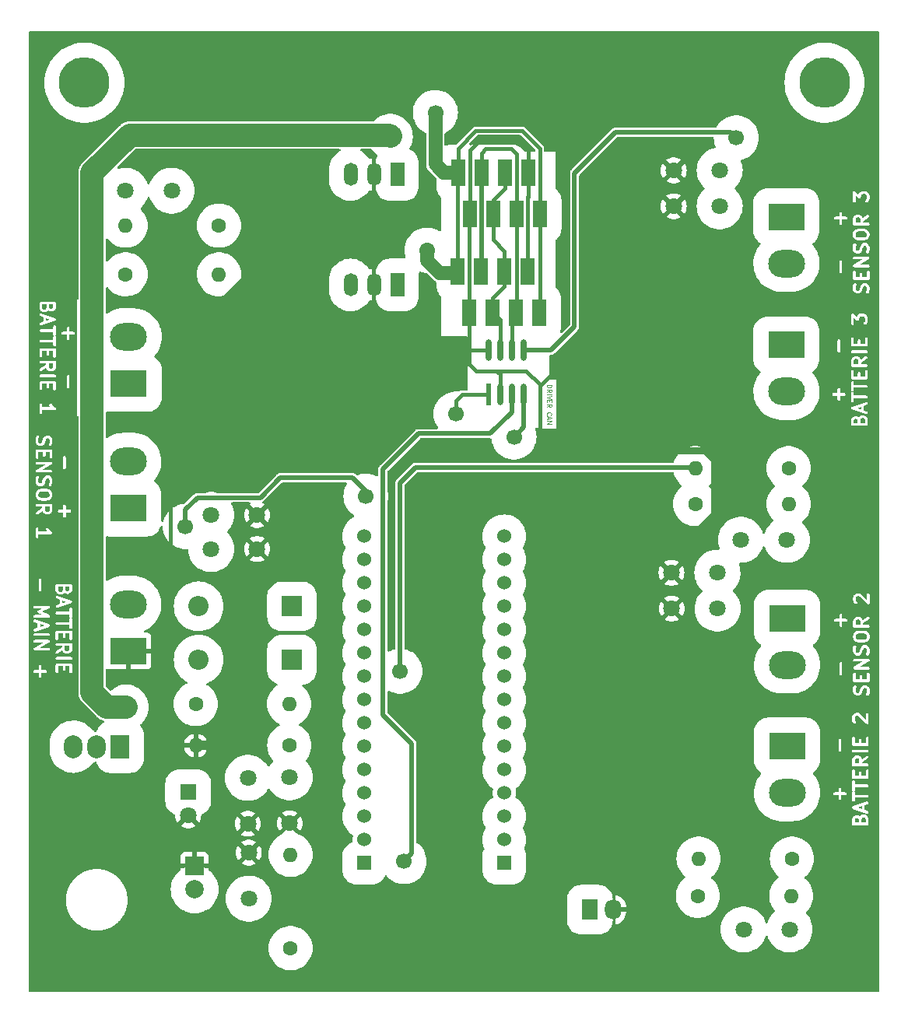
<source format=gtl>
G04 #@! TF.GenerationSoftware,KiCad,Pcbnew,7.0.9*
G04 #@! TF.CreationDate,2023-11-23T14:21:27+01:00*
G04 #@! TF.ProjectId,carte_puissance_crac,63617274-655f-4707-9569-7373616e6365,rev?*
G04 #@! TF.SameCoordinates,Original*
G04 #@! TF.FileFunction,Copper,L1,Top*
G04 #@! TF.FilePolarity,Positive*
%FSLAX46Y46*%
G04 Gerber Fmt 4.6, Leading zero omitted, Abs format (unit mm)*
G04 Created by KiCad (PCBNEW 7.0.9) date 2023-11-23 14:21:27*
%MOMM*%
%LPD*%
G01*
G04 APERTURE LIST*
G04 Aperture macros list*
%AMRoundRect*
0 Rectangle with rounded corners*
0 $1 Rounding radius*
0 $2 $3 $4 $5 $6 $7 $8 $9 X,Y pos of 4 corners*
0 Add a 4 corners polygon primitive as box body*
4,1,4,$2,$3,$4,$5,$6,$7,$8,$9,$2,$3,0*
0 Add four circle primitives for the rounded corners*
1,1,$1+$1,$2,$3*
1,1,$1+$1,$4,$5*
1,1,$1+$1,$6,$7*
1,1,$1+$1,$8,$9*
0 Add four rect primitives between the rounded corners*
20,1,$1+$1,$2,$3,$4,$5,0*
20,1,$1+$1,$4,$5,$6,$7,0*
20,1,$1+$1,$6,$7,$8,$9,0*
20,1,$1+$1,$8,$9,$2,$3,0*%
G04 Aperture macros list end*
%ADD10C,0.300000*%
%ADD11C,0.125000*%
G04 #@! TA.AperFunction,NonConductor*
%ADD12C,0.125000*%
G04 #@! TD*
G04 #@! TA.AperFunction,ComponentPad*
%ADD13C,1.800000*%
G04 #@! TD*
G04 #@! TA.AperFunction,ComponentPad*
%ADD14R,4.000000X3.000000*%
G04 #@! TD*
G04 #@! TA.AperFunction,ComponentPad*
%ADD15O,4.000000X3.000000*%
G04 #@! TD*
G04 #@! TA.AperFunction,SMDPad,CuDef*
%ADD16R,0.622132X2.377069*%
G04 #@! TD*
G04 #@! TA.AperFunction,SMDPad,CuDef*
%ADD17RoundRect,0.311066X0.000000X-0.877468X0.000000X0.877468X0.000000X0.877468X0.000000X-0.877468X0*%
G04 #@! TD*
G04 #@! TA.AperFunction,ComponentPad*
%ADD18C,1.600000*%
G04 #@! TD*
G04 #@! TA.AperFunction,ComponentPad*
%ADD19O,1.600000X1.600000*%
G04 #@! TD*
G04 #@! TA.AperFunction,ComponentPad*
%ADD20R,2.000000X2.000000*%
G04 #@! TD*
G04 #@! TA.AperFunction,ComponentPad*
%ADD21C,2.000000*%
G04 #@! TD*
G04 #@! TA.AperFunction,ComponentPad*
%ADD22R,2.000000X2.500000*%
G04 #@! TD*
G04 #@! TA.AperFunction,ComponentPad*
%ADD23O,2.000000X2.500000*%
G04 #@! TD*
G04 #@! TA.AperFunction,ComponentPad*
%ADD24R,1.800000X2.200000*%
G04 #@! TD*
G04 #@! TA.AperFunction,ComponentPad*
%ADD25O,1.800000X2.200000*%
G04 #@! TD*
G04 #@! TA.AperFunction,ComponentPad*
%ADD26R,2.200000X2.200000*%
G04 #@! TD*
G04 #@! TA.AperFunction,ComponentPad*
%ADD27O,2.200000X2.200000*%
G04 #@! TD*
G04 #@! TA.AperFunction,SMDPad,CuDef*
%ADD28R,1.500000X3.000000*%
G04 #@! TD*
G04 #@! TA.AperFunction,SMDPad,CuDef*
%ADD29R,1.499997X3.000000*%
G04 #@! TD*
G04 #@! TA.AperFunction,ComponentPad*
%ADD30R,1.500000X2.500000*%
G04 #@! TD*
G04 #@! TA.AperFunction,ComponentPad*
%ADD31O,1.500000X2.500000*%
G04 #@! TD*
G04 #@! TA.AperFunction,ComponentPad*
%ADD32C,5.500000*%
G04 #@! TD*
G04 #@! TA.AperFunction,ComponentPad*
%ADD33R,1.530000X1.530000*%
G04 #@! TD*
G04 #@! TA.AperFunction,ComponentPad*
%ADD34C,1.530000*%
G04 #@! TD*
G04 #@! TA.AperFunction,ComponentPad*
%ADD35R,1.800000X1.800000*%
G04 #@! TD*
G04 #@! TA.AperFunction,ViaPad*
%ADD36C,1.700000*%
G04 #@! TD*
G04 #@! TA.AperFunction,Conductor*
%ADD37C,0.500000*%
G04 #@! TD*
G04 #@! TA.AperFunction,Conductor*
%ADD38C,0.400000*%
G04 #@! TD*
G04 #@! TA.AperFunction,Conductor*
%ADD39C,0.800000*%
G04 #@! TD*
G04 #@! TA.AperFunction,Conductor*
%ADD40C,1.000000*%
G04 #@! TD*
G04 #@! TA.AperFunction,Conductor*
%ADD41C,2.500000*%
G04 #@! TD*
G04 #@! TA.AperFunction,Conductor*
%ADD42C,1.500000*%
G04 #@! TD*
G04 APERTURE END LIST*
D10*
G36*
X88064171Y-67936017D02*
G01*
X88019463Y-68025431D01*
X87982458Y-68062436D01*
X87893047Y-68107142D01*
X87749581Y-68107142D01*
X87660167Y-68062435D01*
X87623162Y-68025430D01*
X87578457Y-67936018D01*
X87578457Y-67549999D01*
X88064171Y-67549999D01*
X88064171Y-67936017D01*
G37*
G36*
X87739828Y-62757143D02*
G01*
X87292742Y-62906172D01*
X87292742Y-62608113D01*
X87739828Y-62757143D01*
G37*
G36*
X87349885Y-61447085D02*
G01*
X87297351Y-61604687D01*
X87268173Y-61633865D01*
X87178761Y-61678571D01*
X87035295Y-61678571D01*
X86945882Y-61633865D01*
X86908878Y-61596861D01*
X86864171Y-61507446D01*
X86864171Y-61121428D01*
X87349885Y-61121428D01*
X87349885Y-61447085D01*
G37*
G36*
X88064171Y-61436018D02*
G01*
X88019464Y-61525432D01*
X87982460Y-61562435D01*
X87893047Y-61607143D01*
X87821010Y-61607143D01*
X87731596Y-61562436D01*
X87694592Y-61525432D01*
X87649885Y-61436018D01*
X87649885Y-61121428D01*
X88064171Y-61121428D01*
X88064171Y-61436018D01*
G37*
G36*
X90636314Y-73264286D02*
G01*
X86349885Y-73264286D01*
X86349885Y-72900000D01*
X86564171Y-72900000D01*
X86584267Y-72975000D01*
X86639171Y-73029904D01*
X86714171Y-73050000D01*
X86789171Y-73029904D01*
X86844075Y-72975000D01*
X86864171Y-72900000D01*
X86864171Y-72621428D01*
X88214171Y-72621428D01*
X88247156Y-72612589D01*
X88280656Y-72605890D01*
X88284382Y-72602615D01*
X88289171Y-72601332D01*
X88313317Y-72577185D01*
X88338979Y-72554633D01*
X88340568Y-72549934D01*
X88344075Y-72546428D01*
X88352912Y-72513445D01*
X88363861Y-72481082D01*
X88362887Y-72476216D01*
X88364171Y-72471428D01*
X88355333Y-72438445D01*
X88348633Y-72404944D01*
X88345358Y-72401218D01*
X88344075Y-72396428D01*
X88319921Y-72372274D01*
X88297376Y-72346621D01*
X88095447Y-72212001D01*
X87980305Y-72096859D01*
X87919764Y-71975775D01*
X87868249Y-71917680D01*
X87794588Y-71893126D01*
X87718518Y-71908693D01*
X87660423Y-71960208D01*
X87635869Y-72033869D01*
X87651436Y-72109939D01*
X87722864Y-72252796D01*
X87738887Y-72270865D01*
X87750962Y-72291780D01*
X87780610Y-72321428D01*
X86864171Y-72321428D01*
X86864171Y-72042857D01*
X86844075Y-71967857D01*
X86789171Y-71912953D01*
X86714171Y-71892857D01*
X86639171Y-71912953D01*
X86584267Y-71967857D01*
X86564171Y-72042857D01*
X86564171Y-72900000D01*
X86349885Y-72900000D01*
X86349885Y-70328571D01*
X86564171Y-70328571D01*
X86584267Y-70403571D01*
X86639171Y-70458475D01*
X86714171Y-70478571D01*
X86789171Y-70458475D01*
X86844075Y-70403571D01*
X86864171Y-70328571D01*
X86864171Y-69764285D01*
X87349885Y-69764285D01*
X87349885Y-70114285D01*
X87369981Y-70189285D01*
X87424885Y-70244189D01*
X87499885Y-70264285D01*
X87574885Y-70244189D01*
X87629789Y-70189285D01*
X87649885Y-70114285D01*
X87649885Y-69764285D01*
X88064171Y-69764285D01*
X88064171Y-70328571D01*
X88084267Y-70403571D01*
X88139171Y-70458475D01*
X88214171Y-70478571D01*
X88289171Y-70458475D01*
X88344075Y-70403571D01*
X88364171Y-70328571D01*
X88364171Y-70114286D01*
X89550600Y-70114286D01*
X89570696Y-70189286D01*
X89625600Y-70244190D01*
X89700600Y-70264286D01*
X89775600Y-70244190D01*
X89830504Y-70189286D01*
X89850600Y-70114286D01*
X89850600Y-68971428D01*
X89830504Y-68896428D01*
X89775600Y-68841524D01*
X89700600Y-68821428D01*
X89625600Y-68841524D01*
X89570696Y-68896428D01*
X89550600Y-68971428D01*
X89550600Y-70114286D01*
X88364171Y-70114286D01*
X88364171Y-69614285D01*
X88344075Y-69539285D01*
X88289171Y-69484381D01*
X88214171Y-69464285D01*
X86714171Y-69464285D01*
X86639171Y-69484381D01*
X86584267Y-69539285D01*
X86564171Y-69614285D01*
X86564171Y-70328571D01*
X86349885Y-70328571D01*
X86349885Y-68899999D01*
X86564171Y-68899999D01*
X86584267Y-68974999D01*
X86639171Y-69029903D01*
X86714171Y-69049999D01*
X88214171Y-69049999D01*
X88289171Y-69029903D01*
X88344075Y-68974999D01*
X88364171Y-68899999D01*
X88344075Y-68824999D01*
X88289171Y-68770095D01*
X88214171Y-68749999D01*
X86714171Y-68749999D01*
X86639171Y-68770095D01*
X86584267Y-68824999D01*
X86564171Y-68899999D01*
X86349885Y-68899999D01*
X86349885Y-67399999D01*
X86564171Y-67399999D01*
X86584267Y-67474999D01*
X86639171Y-67529903D01*
X86714171Y-67549999D01*
X87278457Y-67549999D01*
X87278457Y-67679043D01*
X86628152Y-68134257D01*
X86578234Y-68193730D01*
X86564740Y-68270195D01*
X86591286Y-68343161D01*
X86650759Y-68393079D01*
X86727224Y-68406573D01*
X86800190Y-68380027D01*
X87293513Y-68034700D01*
X87294293Y-68038510D01*
X87365721Y-68181367D01*
X87381744Y-68199436D01*
X87393819Y-68220351D01*
X87465248Y-68291780D01*
X87486162Y-68303854D01*
X87504232Y-68319878D01*
X87647090Y-68391306D01*
X87680865Y-68398217D01*
X87714171Y-68407142D01*
X87928457Y-68407142D01*
X87961760Y-68398218D01*
X87995539Y-68391306D01*
X88138396Y-68319878D01*
X88156465Y-68303854D01*
X88177381Y-68291779D01*
X88248809Y-68220350D01*
X88260883Y-68199435D01*
X88276906Y-68181367D01*
X88348335Y-68038511D01*
X88355248Y-68004728D01*
X88364171Y-67971428D01*
X88364171Y-67399999D01*
X88344075Y-67324999D01*
X88289171Y-67270095D01*
X88214171Y-67249999D01*
X86714171Y-67249999D01*
X86639171Y-67270095D01*
X86584267Y-67324999D01*
X86564171Y-67399999D01*
X86349885Y-67399999D01*
X86349885Y-66757142D01*
X86564171Y-66757142D01*
X86584267Y-66832142D01*
X86639171Y-66887046D01*
X86714171Y-66907142D01*
X86789171Y-66887046D01*
X86844075Y-66832142D01*
X86864171Y-66757142D01*
X86864171Y-66192856D01*
X87349885Y-66192856D01*
X87349885Y-66542856D01*
X87369981Y-66617856D01*
X87424885Y-66672760D01*
X87499885Y-66692856D01*
X87574885Y-66672760D01*
X87629789Y-66617856D01*
X87649885Y-66542856D01*
X87649885Y-66192856D01*
X88064171Y-66192856D01*
X88064171Y-66757142D01*
X88084267Y-66832142D01*
X88139171Y-66887046D01*
X88214171Y-66907142D01*
X88289171Y-66887046D01*
X88344075Y-66832142D01*
X88364171Y-66757142D01*
X88364171Y-66042856D01*
X88344075Y-65967856D01*
X88289171Y-65912952D01*
X88214171Y-65892856D01*
X86714171Y-65892856D01*
X86639171Y-65912952D01*
X86584267Y-65967856D01*
X86564171Y-66042856D01*
X86564171Y-66757142D01*
X86349885Y-66757142D01*
X86349885Y-65114285D01*
X86564171Y-65114285D01*
X86584267Y-65189285D01*
X86639171Y-65244189D01*
X86714171Y-65264285D01*
X88064171Y-65264285D01*
X88064171Y-65542857D01*
X88084267Y-65617857D01*
X88139171Y-65672761D01*
X88214171Y-65692857D01*
X88289171Y-65672761D01*
X88344075Y-65617857D01*
X88364171Y-65542857D01*
X88364171Y-64685714D01*
X88344075Y-64610714D01*
X88289171Y-64555810D01*
X88240829Y-64542857D01*
X88289171Y-64529904D01*
X88344075Y-64475000D01*
X88364171Y-64400000D01*
X88364171Y-64257143D01*
X88979171Y-64257143D01*
X88999267Y-64332143D01*
X89054171Y-64387047D01*
X89129171Y-64407143D01*
X89550600Y-64407143D01*
X89550600Y-64828572D01*
X89570696Y-64903572D01*
X89625600Y-64958476D01*
X89700600Y-64978572D01*
X89775600Y-64958476D01*
X89830504Y-64903572D01*
X89850600Y-64828572D01*
X89850600Y-64407143D01*
X90272028Y-64407143D01*
X90347028Y-64387047D01*
X90401932Y-64332143D01*
X90422028Y-64257143D01*
X90401932Y-64182143D01*
X90347028Y-64127239D01*
X90272028Y-64107143D01*
X89850600Y-64107143D01*
X89850600Y-63685714D01*
X89830504Y-63610714D01*
X89775600Y-63555810D01*
X89700600Y-63535714D01*
X89625600Y-63555810D01*
X89570696Y-63610714D01*
X89550600Y-63685714D01*
X89550600Y-64107143D01*
X89129171Y-64107143D01*
X89054171Y-64127239D01*
X88999267Y-64182143D01*
X88979171Y-64257143D01*
X88364171Y-64257143D01*
X88364171Y-63542857D01*
X88344075Y-63467857D01*
X88289171Y-63412953D01*
X88214171Y-63392857D01*
X88139171Y-63412953D01*
X88084267Y-63467857D01*
X88064171Y-63542857D01*
X88064171Y-63821428D01*
X86714171Y-63821428D01*
X86639171Y-63841524D01*
X86584267Y-63896428D01*
X86564171Y-63971428D01*
X86584267Y-64046428D01*
X86639171Y-64101332D01*
X86714171Y-64121428D01*
X88064171Y-64121428D01*
X88064171Y-64400000D01*
X88084267Y-64475000D01*
X88139171Y-64529904D01*
X88187512Y-64542857D01*
X88139171Y-64555810D01*
X88084267Y-64610714D01*
X88064171Y-64685714D01*
X88064171Y-64964285D01*
X86714171Y-64964285D01*
X86639171Y-64984381D01*
X86584267Y-65039285D01*
X86564171Y-65114285D01*
X86349885Y-65114285D01*
X86349885Y-63227071D01*
X86567216Y-63227071D01*
X86571869Y-63304577D01*
X86614650Y-63369373D01*
X86684099Y-63404098D01*
X86761605Y-63399445D01*
X88261605Y-62899445D01*
X88286741Y-62882848D01*
X88313692Y-62869374D01*
X88318746Y-62861718D01*
X88326402Y-62856664D01*
X88339875Y-62829717D01*
X88356474Y-62804577D01*
X88357023Y-62795419D01*
X88361126Y-62787215D01*
X88359321Y-62757143D01*
X88361126Y-62727071D01*
X88357023Y-62718866D01*
X88356474Y-62709709D01*
X88339875Y-62684568D01*
X88326402Y-62657622D01*
X88318746Y-62652567D01*
X88313692Y-62644912D01*
X88286741Y-62631437D01*
X88261605Y-62614841D01*
X86761605Y-62114841D01*
X86684099Y-62110188D01*
X86614650Y-62144913D01*
X86571869Y-62209709D01*
X86567216Y-62287215D01*
X86601941Y-62356664D01*
X86666737Y-62399445D01*
X86992742Y-62508113D01*
X86992742Y-63006172D01*
X86666737Y-63114841D01*
X86601941Y-63157622D01*
X86567216Y-63227071D01*
X86349885Y-63227071D01*
X86349885Y-61542857D01*
X86564171Y-61542857D01*
X86573094Y-61576158D01*
X86580007Y-61609939D01*
X86651436Y-61752796D01*
X86667458Y-61770864D01*
X86679533Y-61791779D01*
X86750961Y-61863208D01*
X86771876Y-61875283D01*
X86789946Y-61891307D01*
X86932804Y-61962735D01*
X86966579Y-61969646D01*
X86999885Y-61978571D01*
X87214171Y-61978571D01*
X87247474Y-61969647D01*
X87281253Y-61962735D01*
X87424110Y-61891307D01*
X87442179Y-61875283D01*
X87463094Y-61863209D01*
X87534523Y-61791780D01*
X87535311Y-61790415D01*
X87536676Y-61791780D01*
X87557590Y-61803854D01*
X87575660Y-61819878D01*
X87718518Y-61891307D01*
X87752298Y-61898219D01*
X87785600Y-61907143D01*
X87928457Y-61907143D01*
X87961758Y-61898219D01*
X87995539Y-61891307D01*
X88138396Y-61819878D01*
X88156464Y-61803855D01*
X88177380Y-61791780D01*
X88248808Y-61720352D01*
X88260882Y-61699437D01*
X88276906Y-61681368D01*
X88348335Y-61538510D01*
X88355247Y-61504729D01*
X88364171Y-61471428D01*
X88364171Y-60971428D01*
X88344075Y-60896428D01*
X88289171Y-60841524D01*
X88214171Y-60821428D01*
X86714171Y-60821428D01*
X86639171Y-60841524D01*
X86584267Y-60896428D01*
X86564171Y-60971428D01*
X86564171Y-61542857D01*
X86349885Y-61542857D01*
X86349885Y-60607142D01*
X90636314Y-60607142D01*
X90636314Y-73264286D01*
G37*
G36*
X176464854Y-96984729D02*
G01*
X176561121Y-97080996D01*
X176605828Y-97170408D01*
X176605828Y-97385303D01*
X176561122Y-97474716D01*
X176464854Y-97570983D01*
X176237364Y-97627856D01*
X175774292Y-97627856D01*
X175546801Y-97570983D01*
X175450535Y-97474717D01*
X175405828Y-97385303D01*
X175405828Y-97170409D01*
X175450535Y-97080995D01*
X175546801Y-96984729D01*
X175774292Y-96927856D01*
X176237363Y-96927856D01*
X176464854Y-96984729D01*
G37*
G36*
X175809830Y-95472561D02*
G01*
X175846835Y-95509566D01*
X175891542Y-95598979D01*
X175891542Y-95984999D01*
X175405828Y-95984999D01*
X175405828Y-95598980D01*
X175450535Y-95509565D01*
X175487539Y-95472561D01*
X175576952Y-95427856D01*
X175720418Y-95427856D01*
X175809830Y-95472561D01*
G37*
G36*
X177120114Y-103927856D02*
G01*
X172833685Y-103927856D01*
X172833685Y-103277856D01*
X175105828Y-103277856D01*
X175114751Y-103311157D01*
X175121664Y-103344938D01*
X175193093Y-103487795D01*
X175209115Y-103505863D01*
X175221190Y-103526778D01*
X175292618Y-103598207D01*
X175313533Y-103610282D01*
X175331603Y-103626306D01*
X175474461Y-103697734D01*
X175508236Y-103704645D01*
X175541542Y-103713570D01*
X175684400Y-103713570D01*
X175717703Y-103704646D01*
X175751482Y-103697734D01*
X175894339Y-103626306D01*
X175912408Y-103610282D01*
X175933324Y-103598207D01*
X176004752Y-103526778D01*
X176016826Y-103505863D01*
X176032849Y-103487795D01*
X176104278Y-103344939D01*
X176107598Y-103328712D01*
X176115635Y-103314236D01*
X176183068Y-103044498D01*
X176236249Y-102938138D01*
X176273254Y-102901133D01*
X176362667Y-102856427D01*
X176434704Y-102856427D01*
X176524117Y-102901134D01*
X176561121Y-102938138D01*
X176605828Y-103027551D01*
X176605828Y-103324942D01*
X176542097Y-103516136D01*
X176537445Y-103593642D01*
X176572170Y-103663091D01*
X176636966Y-103705873D01*
X176714472Y-103710525D01*
X176783921Y-103675800D01*
X176826703Y-103611004D01*
X176898131Y-103396719D01*
X176899578Y-103372610D01*
X176905828Y-103349285D01*
X176905828Y-102992142D01*
X176896903Y-102958836D01*
X176889992Y-102925061D01*
X176818564Y-102782203D01*
X176802540Y-102764133D01*
X176790466Y-102743219D01*
X176719037Y-102671790D01*
X176698121Y-102659714D01*
X176680053Y-102643692D01*
X176537196Y-102572263D01*
X176503415Y-102565350D01*
X176470114Y-102556427D01*
X176327257Y-102556427D01*
X176293956Y-102565349D01*
X176260174Y-102572263D01*
X176117318Y-102643692D01*
X176099249Y-102659714D01*
X176078334Y-102671790D01*
X176006905Y-102743219D01*
X175994829Y-102764134D01*
X175978807Y-102782203D01*
X175907378Y-102925060D01*
X175904057Y-102941284D01*
X175896021Y-102955762D01*
X175828586Y-103225499D01*
X175775406Y-103331859D01*
X175738401Y-103368864D01*
X175648990Y-103413570D01*
X175576952Y-103413570D01*
X175487539Y-103368864D01*
X175450535Y-103331860D01*
X175405828Y-103242445D01*
X175405828Y-102945053D01*
X175469559Y-102753862D01*
X175474212Y-102676356D01*
X175439488Y-102606907D01*
X175374691Y-102564125D01*
X175297185Y-102559472D01*
X175227736Y-102594197D01*
X175184954Y-102658993D01*
X175113526Y-102873279D01*
X175112078Y-102897384D01*
X175105828Y-102920713D01*
X175105828Y-103277856D01*
X172833685Y-103277856D01*
X172833685Y-102063571D01*
X175105828Y-102063571D01*
X175125924Y-102138571D01*
X175180828Y-102193475D01*
X175255828Y-102213571D01*
X175970114Y-102213571D01*
X176755828Y-102213571D01*
X176830828Y-102193475D01*
X176885732Y-102138571D01*
X176905828Y-102063571D01*
X176905828Y-101349285D01*
X176885732Y-101274285D01*
X176830828Y-101219381D01*
X176755828Y-101199285D01*
X176680828Y-101219381D01*
X176625924Y-101274285D01*
X176605828Y-101349285D01*
X176605828Y-101913571D01*
X176120114Y-101913571D01*
X176120114Y-101563571D01*
X176100018Y-101488571D01*
X176045114Y-101433667D01*
X175970114Y-101413571D01*
X175895114Y-101433667D01*
X175840210Y-101488571D01*
X175820114Y-101563571D01*
X175820114Y-101913571D01*
X175405828Y-101913571D01*
X175405828Y-101349285D01*
X175385732Y-101274285D01*
X175330828Y-101219381D01*
X175255828Y-101199285D01*
X175180828Y-101219381D01*
X175125924Y-101274285D01*
X175105828Y-101349285D01*
X175105828Y-102063571D01*
X172833685Y-102063571D01*
X172833685Y-101349285D01*
X173619400Y-101349285D01*
X173639496Y-101424285D01*
X173694400Y-101479189D01*
X173769400Y-101499285D01*
X173844400Y-101479189D01*
X173899304Y-101424285D01*
X173919400Y-101349285D01*
X173919400Y-100706428D01*
X175105828Y-100706428D01*
X175115797Y-100743633D01*
X175125592Y-100780849D01*
X175125834Y-100781093D01*
X175125924Y-100781428D01*
X175153144Y-100808648D01*
X175180250Y-100835997D01*
X175180584Y-100836088D01*
X175180828Y-100836332D01*
X175217928Y-100846272D01*
X175255160Y-100856427D01*
X175255495Y-100856338D01*
X175255828Y-100856428D01*
X176755828Y-100856428D01*
X176830828Y-100836332D01*
X176885732Y-100781428D01*
X176905828Y-100706428D01*
X176885732Y-100631428D01*
X176830828Y-100576524D01*
X176755828Y-100556428D01*
X175820662Y-100556428D01*
X176830249Y-99979521D01*
X176830493Y-99979278D01*
X176830828Y-99979189D01*
X176858048Y-99951968D01*
X176885397Y-99924863D01*
X176885488Y-99924528D01*
X176885732Y-99924285D01*
X176895672Y-99887184D01*
X176905827Y-99849953D01*
X176905738Y-99849617D01*
X176905828Y-99849285D01*
X176895887Y-99812185D01*
X176886065Y-99774864D01*
X176885821Y-99774618D01*
X176885732Y-99774285D01*
X176858567Y-99747120D01*
X176831406Y-99719716D01*
X176831071Y-99719624D01*
X176830828Y-99719381D01*
X176793727Y-99709440D01*
X176756496Y-99699286D01*
X176756160Y-99699374D01*
X176755828Y-99699285D01*
X175255828Y-99699285D01*
X175180828Y-99719381D01*
X175125924Y-99774285D01*
X175105828Y-99849285D01*
X175125924Y-99924285D01*
X175180828Y-99979189D01*
X175255828Y-99999285D01*
X176190993Y-99999285D01*
X175181407Y-100576192D01*
X175181162Y-100576434D01*
X175180828Y-100576524D01*
X175153607Y-100603744D01*
X175126259Y-100630850D01*
X175126167Y-100631184D01*
X175125924Y-100631428D01*
X175115983Y-100668528D01*
X175105829Y-100705760D01*
X175105917Y-100706095D01*
X175105828Y-100706428D01*
X173919400Y-100706428D01*
X173919400Y-100206428D01*
X173899304Y-100131428D01*
X173844400Y-100076524D01*
X173769400Y-100056428D01*
X173694400Y-100076524D01*
X173639496Y-100131428D01*
X173619400Y-100206428D01*
X173619400Y-101349285D01*
X172833685Y-101349285D01*
X172833685Y-98920713D01*
X175105828Y-98920713D01*
X175114751Y-98954014D01*
X175121664Y-98987795D01*
X175193093Y-99130652D01*
X175209115Y-99148720D01*
X175221190Y-99169635D01*
X175292618Y-99241064D01*
X175313533Y-99253139D01*
X175331603Y-99269163D01*
X175474461Y-99340591D01*
X175508236Y-99347502D01*
X175541542Y-99356427D01*
X175684400Y-99356427D01*
X175717703Y-99347503D01*
X175751482Y-99340591D01*
X175894339Y-99269163D01*
X175912408Y-99253139D01*
X175933324Y-99241064D01*
X176004752Y-99169635D01*
X176016826Y-99148720D01*
X176032849Y-99130652D01*
X176104278Y-98987796D01*
X176107598Y-98971569D01*
X176115635Y-98957093D01*
X176183068Y-98687355D01*
X176236249Y-98580995D01*
X176273254Y-98543990D01*
X176362667Y-98499284D01*
X176434704Y-98499284D01*
X176524117Y-98543991D01*
X176561121Y-98580995D01*
X176605828Y-98670408D01*
X176605828Y-98967799D01*
X176542097Y-99158993D01*
X176537445Y-99236499D01*
X176572170Y-99305948D01*
X176636966Y-99348730D01*
X176714472Y-99353382D01*
X176783921Y-99318657D01*
X176826703Y-99253861D01*
X176898131Y-99039576D01*
X176899578Y-99015467D01*
X176905828Y-98992142D01*
X176905828Y-98634999D01*
X176896903Y-98601693D01*
X176889992Y-98567918D01*
X176818564Y-98425060D01*
X176802540Y-98406990D01*
X176790466Y-98386076D01*
X176719037Y-98314647D01*
X176698121Y-98302571D01*
X176680053Y-98286549D01*
X176537196Y-98215120D01*
X176503415Y-98208207D01*
X176470114Y-98199284D01*
X176327257Y-98199284D01*
X176293956Y-98208206D01*
X176260174Y-98215120D01*
X176117318Y-98286549D01*
X176099249Y-98302571D01*
X176078334Y-98314647D01*
X176006905Y-98386076D01*
X175994829Y-98406991D01*
X175978807Y-98425060D01*
X175907378Y-98567917D01*
X175904057Y-98584141D01*
X175896021Y-98598619D01*
X175828586Y-98868356D01*
X175775406Y-98974716D01*
X175738401Y-99011721D01*
X175648990Y-99056427D01*
X175576952Y-99056427D01*
X175487539Y-99011721D01*
X175450535Y-98974717D01*
X175405828Y-98885302D01*
X175405828Y-98587910D01*
X175469559Y-98396719D01*
X175474212Y-98319213D01*
X175439488Y-98249764D01*
X175374691Y-98206982D01*
X175297185Y-98202329D01*
X175227736Y-98237054D01*
X175184954Y-98301850D01*
X175113526Y-98516136D01*
X175112078Y-98540241D01*
X175105828Y-98563570D01*
X175105828Y-98920713D01*
X172833685Y-98920713D01*
X172833685Y-97420713D01*
X175105828Y-97420713D01*
X175114751Y-97454014D01*
X175121664Y-97487795D01*
X175193093Y-97630653D01*
X175209116Y-97648722D01*
X175221191Y-97669637D01*
X175364048Y-97812494D01*
X175365176Y-97813145D01*
X175365847Y-97814263D01*
X175398707Y-97832504D01*
X175431291Y-97851317D01*
X175432596Y-97851317D01*
X175433734Y-97851949D01*
X175719448Y-97923377D01*
X175737950Y-97923065D01*
X175755828Y-97927856D01*
X176255828Y-97927856D01*
X176273705Y-97923065D01*
X176292208Y-97923377D01*
X176577922Y-97851949D01*
X176579060Y-97851317D01*
X176580364Y-97851317D01*
X176612934Y-97832512D01*
X176645809Y-97814263D01*
X176646479Y-97813145D01*
X176647608Y-97812494D01*
X176790466Y-97669637D01*
X176802543Y-97648719D01*
X176818564Y-97630652D01*
X176889993Y-97487794D01*
X176896906Y-97454009D01*
X176905828Y-97420713D01*
X176905828Y-97134999D01*
X176896903Y-97101693D01*
X176889992Y-97067918D01*
X176818564Y-96925060D01*
X176802541Y-96906990D01*
X176790466Y-96886076D01*
X176647608Y-96743219D01*
X176646479Y-96742567D01*
X176645809Y-96741450D01*
X176612934Y-96723200D01*
X176580364Y-96704396D01*
X176579060Y-96704396D01*
X176577922Y-96703764D01*
X176292209Y-96632335D01*
X176273704Y-96632646D01*
X176255828Y-96627856D01*
X175755828Y-96627856D01*
X175737951Y-96632646D01*
X175719447Y-96632335D01*
X175433733Y-96703764D01*
X175432595Y-96704396D01*
X175431291Y-96704396D01*
X175398719Y-96723201D01*
X175365847Y-96741450D01*
X175365176Y-96742567D01*
X175364048Y-96743219D01*
X175221191Y-96886076D01*
X175209115Y-96906991D01*
X175193093Y-96925060D01*
X175121664Y-97067917D01*
X175114751Y-97101697D01*
X175105828Y-97134999D01*
X175105828Y-97420713D01*
X172833685Y-97420713D01*
X172833685Y-95492142D01*
X173047971Y-95492142D01*
X173068067Y-95567142D01*
X173122971Y-95622046D01*
X173197971Y-95642142D01*
X173619400Y-95642142D01*
X173619400Y-96063571D01*
X173639496Y-96138571D01*
X173694400Y-96193475D01*
X173769400Y-96213571D01*
X173844400Y-96193475D01*
X173899304Y-96138571D01*
X173900261Y-96134999D01*
X175105828Y-96134999D01*
X175125924Y-96209999D01*
X175180828Y-96264903D01*
X175255828Y-96284999D01*
X176041542Y-96284999D01*
X176755828Y-96284999D01*
X176830828Y-96264903D01*
X176885732Y-96209999D01*
X176905828Y-96134999D01*
X176885732Y-96059999D01*
X176830828Y-96005095D01*
X176755828Y-95984999D01*
X176191542Y-95984999D01*
X176191542Y-95855954D01*
X176841847Y-95400741D01*
X176891765Y-95341268D01*
X176905259Y-95264803D01*
X176878713Y-95191837D01*
X176819240Y-95141919D01*
X176742775Y-95128425D01*
X176669809Y-95154971D01*
X176176485Y-95500297D01*
X176175706Y-95496489D01*
X176104278Y-95353631D01*
X176088254Y-95335561D01*
X176076180Y-95314647D01*
X176004751Y-95243218D01*
X175983836Y-95231143D01*
X175965767Y-95215120D01*
X175822910Y-95143692D01*
X175789131Y-95136779D01*
X175755828Y-95127856D01*
X175541542Y-95127856D01*
X175508236Y-95136780D01*
X175474461Y-95143692D01*
X175331603Y-95215120D01*
X175313533Y-95231143D01*
X175292618Y-95243219D01*
X175221190Y-95314648D01*
X175209115Y-95335562D01*
X175193093Y-95353631D01*
X175121664Y-95496488D01*
X175114751Y-95530268D01*
X175105828Y-95563570D01*
X175105828Y-96134999D01*
X173900261Y-96134999D01*
X173919400Y-96063571D01*
X173919400Y-95642142D01*
X174340828Y-95642142D01*
X174415828Y-95622046D01*
X174470732Y-95567142D01*
X174490828Y-95492142D01*
X174470732Y-95417142D01*
X174415828Y-95362238D01*
X174340828Y-95342142D01*
X173919400Y-95342142D01*
X173919400Y-94920714D01*
X173899304Y-94845714D01*
X173844400Y-94790810D01*
X173769400Y-94770714D01*
X173694400Y-94790810D01*
X173639496Y-94845714D01*
X173619400Y-94920714D01*
X173619400Y-95342142D01*
X173197971Y-95342142D01*
X173122971Y-95362238D01*
X173068067Y-95417142D01*
X173047971Y-95492142D01*
X172833685Y-95492142D01*
X172833685Y-93349285D01*
X175105828Y-93349285D01*
X175114751Y-93382586D01*
X175121664Y-93416367D01*
X175193093Y-93559224D01*
X175209115Y-93577292D01*
X175221191Y-93598208D01*
X175292619Y-93669636D01*
X175359862Y-93708459D01*
X175437508Y-93708459D01*
X175504751Y-93669636D01*
X175543574Y-93602393D01*
X175543574Y-93524747D01*
X175504751Y-93457504D01*
X175450535Y-93403288D01*
X175405828Y-93313874D01*
X175405828Y-93027552D01*
X175450535Y-92938137D01*
X175487539Y-92901133D01*
X175576952Y-92856427D01*
X175660059Y-92856427D01*
X175817657Y-92908960D01*
X176649762Y-93741065D01*
X176666863Y-93750938D01*
X176680828Y-93764903D01*
X176699902Y-93770014D01*
X176717005Y-93779888D01*
X176736753Y-93779888D01*
X176755828Y-93784999D01*
X176774903Y-93779888D01*
X176794651Y-93779888D01*
X176811753Y-93770014D01*
X176830828Y-93764903D01*
X176844792Y-93750938D01*
X176861894Y-93741065D01*
X176871767Y-93723963D01*
X176885732Y-93709999D01*
X176890843Y-93690924D01*
X176900717Y-93673822D01*
X176900717Y-93654073D01*
X176905828Y-93634999D01*
X176905828Y-92706427D01*
X176885732Y-92631427D01*
X176830828Y-92576523D01*
X176755828Y-92556427D01*
X176680828Y-92576523D01*
X176625924Y-92631427D01*
X176605828Y-92706427D01*
X176605828Y-93272867D01*
X176004751Y-92671790D01*
X175974882Y-92654545D01*
X175946119Y-92635554D01*
X175731835Y-92564125D01*
X175707728Y-92562677D01*
X175684400Y-92556427D01*
X175541542Y-92556427D01*
X175508241Y-92565349D01*
X175474459Y-92572263D01*
X175331603Y-92643692D01*
X175313534Y-92659714D01*
X175292618Y-92671791D01*
X175221190Y-92743220D01*
X175209115Y-92764134D01*
X175193093Y-92782203D01*
X175121664Y-92925060D01*
X175114751Y-92958840D01*
X175105828Y-92992142D01*
X175105828Y-93349285D01*
X172833685Y-93349285D01*
X172833685Y-92342141D01*
X177120114Y-92342141D01*
X177120114Y-103927856D01*
G37*
G36*
X87664171Y-83512268D02*
G01*
X87619463Y-83601682D01*
X87582458Y-83638687D01*
X87493047Y-83683393D01*
X87349581Y-83683393D01*
X87260167Y-83638686D01*
X87223162Y-83601681D01*
X87178457Y-83512269D01*
X87178457Y-83126250D01*
X87664171Y-83126250D01*
X87664171Y-83512268D01*
G37*
G36*
X87523196Y-81540265D02*
G01*
X87619464Y-81636532D01*
X87664171Y-81725946D01*
X87664171Y-81940839D01*
X87619464Y-82030252D01*
X87523197Y-82126519D01*
X87295706Y-82183393D01*
X86832635Y-82183393D01*
X86605144Y-82126519D01*
X86508878Y-82030253D01*
X86464171Y-81940839D01*
X86464171Y-81725946D01*
X86508878Y-81636532D01*
X86605145Y-81540265D01*
X86832635Y-81483393D01*
X87295707Y-81483393D01*
X87523196Y-81540265D01*
G37*
G36*
X90236314Y-86769108D02*
G01*
X85949885Y-86769108D01*
X85949885Y-86404822D01*
X86164171Y-86404822D01*
X86184267Y-86479822D01*
X86239171Y-86534726D01*
X86314171Y-86554822D01*
X86389171Y-86534726D01*
X86444075Y-86479822D01*
X86464171Y-86404822D01*
X86464171Y-86126250D01*
X87814171Y-86126250D01*
X87847156Y-86117411D01*
X87880656Y-86110712D01*
X87884382Y-86107437D01*
X87889171Y-86106154D01*
X87913317Y-86082007D01*
X87938979Y-86059455D01*
X87940568Y-86054756D01*
X87944075Y-86051250D01*
X87952912Y-86018267D01*
X87963861Y-85985904D01*
X87962887Y-85981038D01*
X87964171Y-85976250D01*
X87955333Y-85943267D01*
X87948633Y-85909766D01*
X87945358Y-85906040D01*
X87944075Y-85901250D01*
X87919921Y-85877096D01*
X87897376Y-85851443D01*
X87695447Y-85716823D01*
X87580305Y-85601681D01*
X87519764Y-85480597D01*
X87468249Y-85422502D01*
X87394588Y-85397948D01*
X87318518Y-85413515D01*
X87260423Y-85465030D01*
X87235869Y-85538691D01*
X87251436Y-85614761D01*
X87322864Y-85757618D01*
X87338887Y-85775687D01*
X87350962Y-85796602D01*
X87380610Y-85826250D01*
X86464171Y-85826250D01*
X86464171Y-85547679D01*
X86444075Y-85472679D01*
X86389171Y-85417775D01*
X86314171Y-85397679D01*
X86239171Y-85417775D01*
X86184267Y-85472679D01*
X86164171Y-85547679D01*
X86164171Y-86404822D01*
X85949885Y-86404822D01*
X85949885Y-82976250D01*
X86164171Y-82976250D01*
X86184267Y-83051250D01*
X86239171Y-83106154D01*
X86314171Y-83126250D01*
X86878457Y-83126250D01*
X86878457Y-83255294D01*
X86228152Y-83710508D01*
X86178234Y-83769981D01*
X86164740Y-83846446D01*
X86191286Y-83919412D01*
X86250759Y-83969330D01*
X86327224Y-83982824D01*
X86400190Y-83956278D01*
X86893513Y-83610951D01*
X86894293Y-83614761D01*
X86965721Y-83757618D01*
X86981744Y-83775687D01*
X86993819Y-83796602D01*
X87065248Y-83868031D01*
X87086162Y-83880105D01*
X87104232Y-83896129D01*
X87247090Y-83967557D01*
X87280865Y-83974468D01*
X87314171Y-83983393D01*
X87528457Y-83983393D01*
X87561760Y-83974469D01*
X87595539Y-83967557D01*
X87738396Y-83896129D01*
X87756465Y-83880105D01*
X87777381Y-83868030D01*
X87848809Y-83796601D01*
X87860883Y-83775686D01*
X87876906Y-83757618D01*
X87946162Y-83619107D01*
X88579171Y-83619107D01*
X88599267Y-83694107D01*
X88654171Y-83749011D01*
X88729171Y-83769107D01*
X89150600Y-83769107D01*
X89150600Y-84190536D01*
X89170696Y-84265536D01*
X89225600Y-84320440D01*
X89300600Y-84340536D01*
X89375600Y-84320440D01*
X89430504Y-84265536D01*
X89450600Y-84190536D01*
X89450600Y-83769107D01*
X89872028Y-83769107D01*
X89947028Y-83749011D01*
X90001932Y-83694107D01*
X90022028Y-83619107D01*
X90001932Y-83544107D01*
X89947028Y-83489203D01*
X89872028Y-83469107D01*
X89450600Y-83469107D01*
X89450600Y-83047678D01*
X89430504Y-82972678D01*
X89375600Y-82917774D01*
X89300600Y-82897678D01*
X89225600Y-82917774D01*
X89170696Y-82972678D01*
X89150600Y-83047678D01*
X89150600Y-83469107D01*
X88729171Y-83469107D01*
X88654171Y-83489203D01*
X88599267Y-83544107D01*
X88579171Y-83619107D01*
X87946162Y-83619107D01*
X87948335Y-83614762D01*
X87955248Y-83580979D01*
X87964171Y-83547679D01*
X87964171Y-82976250D01*
X87944075Y-82901250D01*
X87889171Y-82846346D01*
X87814171Y-82826250D01*
X86314171Y-82826250D01*
X86239171Y-82846346D01*
X86184267Y-82901250D01*
X86164171Y-82976250D01*
X85949885Y-82976250D01*
X85949885Y-81976250D01*
X86164171Y-81976250D01*
X86173094Y-82009551D01*
X86180007Y-82043332D01*
X86251436Y-82186189D01*
X86267458Y-82204257D01*
X86279534Y-82225173D01*
X86422391Y-82368030D01*
X86423519Y-82368681D01*
X86424190Y-82369799D01*
X86457062Y-82388047D01*
X86489634Y-82406853D01*
X86490938Y-82406853D01*
X86492076Y-82407485D01*
X86777790Y-82478914D01*
X86796294Y-82478602D01*
X86814171Y-82483393D01*
X87314171Y-82483393D01*
X87332047Y-82478602D01*
X87350552Y-82478914D01*
X87636265Y-82407485D01*
X87637403Y-82406853D01*
X87638708Y-82406853D01*
X87671291Y-82388040D01*
X87704152Y-82369799D01*
X87704822Y-82368681D01*
X87705951Y-82368030D01*
X87848808Y-82225173D01*
X87860883Y-82204257D01*
X87876906Y-82186189D01*
X87948335Y-82043333D01*
X87955248Y-82009550D01*
X87964171Y-81976250D01*
X87964171Y-81690536D01*
X87955248Y-81657235D01*
X87948335Y-81623453D01*
X87876906Y-81480597D01*
X87860883Y-81462527D01*
X87848808Y-81441613D01*
X87705951Y-81298755D01*
X87704822Y-81298103D01*
X87704152Y-81296986D01*
X87671291Y-81278744D01*
X87638708Y-81259932D01*
X87637403Y-81259932D01*
X87636265Y-81259300D01*
X87350551Y-81187872D01*
X87332048Y-81188183D01*
X87314171Y-81183393D01*
X86814171Y-81183393D01*
X86796293Y-81188183D01*
X86777791Y-81187872D01*
X86492077Y-81259300D01*
X86490939Y-81259932D01*
X86489633Y-81259932D01*
X86457037Y-81278751D01*
X86424190Y-81296986D01*
X86423519Y-81298103D01*
X86422391Y-81298755D01*
X86279534Y-81441613D01*
X86267458Y-81462527D01*
X86251436Y-81480597D01*
X86180007Y-81623454D01*
X86173094Y-81657234D01*
X86164171Y-81690536D01*
X86164171Y-81976250D01*
X85949885Y-81976250D01*
X85949885Y-80476250D01*
X86164171Y-80476250D01*
X86173094Y-80509551D01*
X86180007Y-80543332D01*
X86251436Y-80686190D01*
X86267459Y-80704259D01*
X86279534Y-80725174D01*
X86350962Y-80796602D01*
X86371877Y-80808677D01*
X86389946Y-80824700D01*
X86532802Y-80896129D01*
X86566584Y-80903042D01*
X86599885Y-80911965D01*
X86742742Y-80911965D01*
X86776043Y-80903041D01*
X86809824Y-80896129D01*
X86952682Y-80824700D01*
X86970751Y-80808676D01*
X86991666Y-80796602D01*
X87063094Y-80725174D01*
X87075168Y-80704259D01*
X87091192Y-80686190D01*
X87162621Y-80543332D01*
X87165941Y-80527107D01*
X87173978Y-80512630D01*
X87241411Y-80242892D01*
X87294592Y-80136531D01*
X87331597Y-80099527D01*
X87421009Y-80054822D01*
X87493047Y-80054822D01*
X87582458Y-80099527D01*
X87619463Y-80136532D01*
X87664171Y-80225946D01*
X87664171Y-80523336D01*
X87600440Y-80714531D01*
X87595787Y-80792037D01*
X87630511Y-80861486D01*
X87695308Y-80904267D01*
X87772814Y-80908920D01*
X87842263Y-80874196D01*
X87885044Y-80809399D01*
X87956473Y-80595114D01*
X87957920Y-80571007D01*
X87964171Y-80547679D01*
X87964171Y-80190536D01*
X87955248Y-80157235D01*
X87948335Y-80123453D01*
X87876906Y-79980597D01*
X87860883Y-79962528D01*
X87848809Y-79941614D01*
X87777381Y-79870185D01*
X87756465Y-79858109D01*
X87738396Y-79842086D01*
X87595539Y-79770658D01*
X87561760Y-79763745D01*
X87528457Y-79754822D01*
X87385600Y-79754822D01*
X87352303Y-79763743D01*
X87318519Y-79770657D01*
X87175661Y-79842086D01*
X87157592Y-79858107D01*
X87136675Y-79870185D01*
X87065247Y-79941614D01*
X87053172Y-79962528D01*
X87037150Y-79980597D01*
X86965721Y-80123454D01*
X86962400Y-80139678D01*
X86954364Y-80154156D01*
X86886929Y-80423894D01*
X86833750Y-80530254D01*
X86796746Y-80567258D01*
X86707332Y-80611965D01*
X86635295Y-80611965D01*
X86545882Y-80567258D01*
X86508878Y-80530254D01*
X86464171Y-80440840D01*
X86464171Y-80143448D01*
X86527902Y-79952257D01*
X86532555Y-79874751D01*
X86497831Y-79805302D01*
X86433034Y-79762520D01*
X86355528Y-79757867D01*
X86286079Y-79792592D01*
X86243297Y-79857388D01*
X86171869Y-80071674D01*
X86170421Y-80095779D01*
X86164171Y-80119108D01*
X86164171Y-80476250D01*
X85949885Y-80476250D01*
X85949885Y-79261964D01*
X86164171Y-79261964D01*
X86174140Y-79299169D01*
X86183935Y-79336385D01*
X86184177Y-79336629D01*
X86184267Y-79336964D01*
X86211487Y-79364184D01*
X86238593Y-79391533D01*
X86238927Y-79391624D01*
X86239171Y-79391868D01*
X86276271Y-79401808D01*
X86313503Y-79411963D01*
X86313838Y-79411874D01*
X86314171Y-79411964D01*
X87814171Y-79411964D01*
X87889171Y-79391868D01*
X87944075Y-79336964D01*
X87964171Y-79261964D01*
X87944075Y-79186964D01*
X87889171Y-79132060D01*
X87814171Y-79111964D01*
X86879005Y-79111964D01*
X87241503Y-78904822D01*
X89150600Y-78904822D01*
X89170696Y-78979822D01*
X89225600Y-79034726D01*
X89300600Y-79054822D01*
X89375600Y-79034726D01*
X89430504Y-78979822D01*
X89450600Y-78904822D01*
X89450600Y-77761964D01*
X89430504Y-77686964D01*
X89375600Y-77632060D01*
X89300600Y-77611964D01*
X89225600Y-77632060D01*
X89170696Y-77686964D01*
X89150600Y-77761964D01*
X89150600Y-78904822D01*
X87241503Y-78904822D01*
X87888592Y-78535057D01*
X87888836Y-78534814D01*
X87889171Y-78534725D01*
X87916391Y-78507504D01*
X87943740Y-78480399D01*
X87943831Y-78480064D01*
X87944075Y-78479821D01*
X87954015Y-78442720D01*
X87964170Y-78405489D01*
X87964081Y-78405153D01*
X87964171Y-78404821D01*
X87954230Y-78367721D01*
X87944408Y-78330400D01*
X87944164Y-78330154D01*
X87944075Y-78329821D01*
X87916910Y-78302656D01*
X87889749Y-78275252D01*
X87889414Y-78275160D01*
X87889171Y-78274917D01*
X87852070Y-78264976D01*
X87814839Y-78254822D01*
X87814503Y-78254910D01*
X87814171Y-78254821D01*
X86314171Y-78254821D01*
X86239171Y-78274917D01*
X86184267Y-78329821D01*
X86164171Y-78404821D01*
X86184267Y-78479821D01*
X86239171Y-78534725D01*
X86314171Y-78554821D01*
X87249336Y-78554821D01*
X86239750Y-79131728D01*
X86239505Y-79131970D01*
X86239171Y-79132060D01*
X86211950Y-79159280D01*
X86184602Y-79186386D01*
X86184510Y-79186720D01*
X86184267Y-79186964D01*
X86174326Y-79224064D01*
X86164172Y-79261296D01*
X86164260Y-79261631D01*
X86164171Y-79261964D01*
X85949885Y-79261964D01*
X85949885Y-77761964D01*
X86164171Y-77761964D01*
X86184267Y-77836964D01*
X86239171Y-77891868D01*
X86314171Y-77911964D01*
X86389171Y-77891868D01*
X86444075Y-77836964D01*
X86464171Y-77761964D01*
X86464171Y-77197678D01*
X86949885Y-77197678D01*
X86949885Y-77547678D01*
X86969981Y-77622678D01*
X87024885Y-77677582D01*
X87099885Y-77697678D01*
X87174885Y-77677582D01*
X87229789Y-77622678D01*
X87249885Y-77547678D01*
X87249885Y-77197678D01*
X87664171Y-77197678D01*
X87664171Y-77761964D01*
X87684267Y-77836964D01*
X87739171Y-77891868D01*
X87814171Y-77911964D01*
X87889171Y-77891868D01*
X87944075Y-77836964D01*
X87964171Y-77761964D01*
X87964171Y-77047678D01*
X87944075Y-76972678D01*
X87889171Y-76917774D01*
X87814171Y-76897678D01*
X86314171Y-76897678D01*
X86239171Y-76917774D01*
X86184267Y-76972678D01*
X86164171Y-77047678D01*
X86164171Y-77761964D01*
X85949885Y-77761964D01*
X85949885Y-76119107D01*
X86164171Y-76119107D01*
X86173094Y-76152408D01*
X86180007Y-76186189D01*
X86251436Y-76329047D01*
X86267459Y-76347116D01*
X86279534Y-76368031D01*
X86350962Y-76439459D01*
X86371877Y-76451534D01*
X86389946Y-76467557D01*
X86532802Y-76538986D01*
X86566584Y-76545899D01*
X86599885Y-76554822D01*
X86742742Y-76554822D01*
X86776043Y-76545898D01*
X86809824Y-76538986D01*
X86952682Y-76467557D01*
X86970751Y-76451533D01*
X86991666Y-76439459D01*
X87063094Y-76368031D01*
X87075168Y-76347116D01*
X87091192Y-76329047D01*
X87162621Y-76186189D01*
X87165941Y-76169964D01*
X87173978Y-76155487D01*
X87241411Y-75885749D01*
X87294592Y-75779388D01*
X87331597Y-75742384D01*
X87421009Y-75697679D01*
X87493047Y-75697679D01*
X87582458Y-75742384D01*
X87619463Y-75779389D01*
X87664171Y-75868803D01*
X87664171Y-76166193D01*
X87600440Y-76357388D01*
X87595787Y-76434894D01*
X87630511Y-76504343D01*
X87695308Y-76547124D01*
X87772814Y-76551777D01*
X87842263Y-76517053D01*
X87885044Y-76452256D01*
X87956473Y-76237971D01*
X87957920Y-76213864D01*
X87964171Y-76190536D01*
X87964171Y-75833393D01*
X87955248Y-75800092D01*
X87948335Y-75766310D01*
X87876906Y-75623454D01*
X87860883Y-75605385D01*
X87848809Y-75584471D01*
X87777381Y-75513042D01*
X87756465Y-75500966D01*
X87738396Y-75484943D01*
X87595539Y-75413515D01*
X87561760Y-75406602D01*
X87528457Y-75397679D01*
X87385600Y-75397679D01*
X87352303Y-75406600D01*
X87318519Y-75413514D01*
X87175661Y-75484943D01*
X87157592Y-75500964D01*
X87136675Y-75513042D01*
X87065247Y-75584471D01*
X87053172Y-75605385D01*
X87037150Y-75623454D01*
X86965721Y-75766311D01*
X86962400Y-75782535D01*
X86954364Y-75797013D01*
X86886929Y-76066751D01*
X86833750Y-76173111D01*
X86796746Y-76210115D01*
X86707332Y-76254822D01*
X86635295Y-76254822D01*
X86545882Y-76210115D01*
X86508878Y-76173111D01*
X86464171Y-76083697D01*
X86464171Y-75786305D01*
X86527902Y-75595114D01*
X86532555Y-75517608D01*
X86497831Y-75448159D01*
X86433034Y-75405377D01*
X86355528Y-75400724D01*
X86286079Y-75435449D01*
X86243297Y-75500245D01*
X86171869Y-75714531D01*
X86170421Y-75738636D01*
X86164171Y-75761965D01*
X86164171Y-76119107D01*
X85949885Y-76119107D01*
X85949885Y-75183393D01*
X90236314Y-75183393D01*
X90236314Y-86769108D01*
G37*
G36*
X89829171Y-98671731D02*
G01*
X89784463Y-98761145D01*
X89747458Y-98798150D01*
X89658047Y-98842856D01*
X89514581Y-98842856D01*
X89425167Y-98798149D01*
X89388162Y-98761144D01*
X89343457Y-98671732D01*
X89343457Y-98285713D01*
X89829171Y-98285713D01*
X89829171Y-98671731D01*
G37*
G36*
X87089828Y-96064286D02*
G01*
X86642742Y-96213315D01*
X86642742Y-95915256D01*
X87089828Y-96064286D01*
G37*
G36*
X89504828Y-93492857D02*
G01*
X89057742Y-93641886D01*
X89057742Y-93343827D01*
X89504828Y-93492857D01*
G37*
G36*
X89114885Y-92182799D02*
G01*
X89062351Y-92340401D01*
X89033173Y-92369579D01*
X88943761Y-92414285D01*
X88800295Y-92414285D01*
X88710882Y-92369579D01*
X88673878Y-92332575D01*
X88629171Y-92243160D01*
X88629171Y-91857142D01*
X89114885Y-91857142D01*
X89114885Y-92182799D01*
G37*
G36*
X89829171Y-92171732D02*
G01*
X89784464Y-92261146D01*
X89747460Y-92298149D01*
X89658047Y-92342857D01*
X89586010Y-92342857D01*
X89496596Y-92298150D01*
X89459592Y-92261146D01*
X89414885Y-92171732D01*
X89414885Y-91857142D01*
X89829171Y-91857142D01*
X89829171Y-92171732D01*
G37*
G36*
X90343457Y-102000001D02*
G01*
X85699885Y-102000001D01*
X85699885Y-101064286D01*
X85914171Y-101064286D01*
X85934267Y-101139286D01*
X85989171Y-101194190D01*
X86064171Y-101214286D01*
X86485600Y-101214286D01*
X86485600Y-101635715D01*
X86505696Y-101710715D01*
X86560600Y-101765619D01*
X86635600Y-101785715D01*
X86710600Y-101765619D01*
X86765504Y-101710715D01*
X86785600Y-101635715D01*
X86785600Y-101214286D01*
X87207028Y-101214286D01*
X87282028Y-101194190D01*
X87336932Y-101139286D01*
X87357028Y-101064286D01*
X87357028Y-101064285D01*
X88329171Y-101064285D01*
X88349267Y-101139285D01*
X88404171Y-101194189D01*
X88479171Y-101214285D01*
X88554171Y-101194189D01*
X88609075Y-101139285D01*
X88629171Y-101064285D01*
X88629171Y-100499999D01*
X89114885Y-100499999D01*
X89114885Y-100849999D01*
X89134981Y-100924999D01*
X89189885Y-100979903D01*
X89264885Y-100999999D01*
X89339885Y-100979903D01*
X89394789Y-100924999D01*
X89414885Y-100849999D01*
X89414885Y-100499999D01*
X89829171Y-100499999D01*
X89829171Y-101064285D01*
X89849267Y-101139285D01*
X89904171Y-101194189D01*
X89979171Y-101214285D01*
X90054171Y-101194189D01*
X90109075Y-101139285D01*
X90129171Y-101064285D01*
X90129171Y-100349999D01*
X90109075Y-100274999D01*
X90054171Y-100220095D01*
X89979171Y-100199999D01*
X88479171Y-100199999D01*
X88404171Y-100220095D01*
X88349267Y-100274999D01*
X88329171Y-100349999D01*
X88329171Y-101064285D01*
X87357028Y-101064285D01*
X87336932Y-100989286D01*
X87282028Y-100934382D01*
X87207028Y-100914286D01*
X86785600Y-100914286D01*
X86785600Y-100492857D01*
X86765504Y-100417857D01*
X86710600Y-100362953D01*
X86635600Y-100342857D01*
X86560600Y-100362953D01*
X86505696Y-100417857D01*
X86485600Y-100492857D01*
X86485600Y-100914286D01*
X86064171Y-100914286D01*
X85989171Y-100934382D01*
X85934267Y-100989286D01*
X85914171Y-101064286D01*
X85699885Y-101064286D01*
X85699885Y-99635713D01*
X88329171Y-99635713D01*
X88349267Y-99710713D01*
X88404171Y-99765617D01*
X88479171Y-99785713D01*
X89979171Y-99785713D01*
X90054171Y-99765617D01*
X90109075Y-99710713D01*
X90129171Y-99635713D01*
X90109075Y-99560713D01*
X90054171Y-99505809D01*
X89979171Y-99485713D01*
X88479171Y-99485713D01*
X88404171Y-99505809D01*
X88349267Y-99560713D01*
X88329171Y-99635713D01*
X85699885Y-99635713D01*
X85699885Y-98635714D01*
X85914171Y-98635714D01*
X85924140Y-98672919D01*
X85933935Y-98710135D01*
X85934177Y-98710379D01*
X85934267Y-98710714D01*
X85961487Y-98737934D01*
X85988593Y-98765283D01*
X85988927Y-98765374D01*
X85989171Y-98765618D01*
X86026271Y-98775558D01*
X86063503Y-98785713D01*
X86063838Y-98785624D01*
X86064171Y-98785714D01*
X87564171Y-98785714D01*
X87639171Y-98765618D01*
X87694075Y-98710714D01*
X87714171Y-98635714D01*
X87694075Y-98560714D01*
X87639171Y-98505810D01*
X87564171Y-98485714D01*
X86629005Y-98485714D01*
X87241507Y-98135713D01*
X88329171Y-98135713D01*
X88349267Y-98210713D01*
X88404171Y-98265617D01*
X88479171Y-98285713D01*
X89043457Y-98285713D01*
X89043457Y-98414757D01*
X88393152Y-98869971D01*
X88343234Y-98929444D01*
X88329740Y-99005909D01*
X88356286Y-99078875D01*
X88415759Y-99128793D01*
X88492224Y-99142287D01*
X88565190Y-99115741D01*
X89058513Y-98770414D01*
X89059293Y-98774224D01*
X89130721Y-98917081D01*
X89146744Y-98935150D01*
X89158819Y-98956065D01*
X89230248Y-99027494D01*
X89251162Y-99039568D01*
X89269232Y-99055592D01*
X89412090Y-99127020D01*
X89445865Y-99133931D01*
X89479171Y-99142856D01*
X89693457Y-99142856D01*
X89726760Y-99133932D01*
X89760539Y-99127020D01*
X89903396Y-99055592D01*
X89921465Y-99039568D01*
X89942381Y-99027493D01*
X90013809Y-98956064D01*
X90025883Y-98935149D01*
X90041906Y-98917081D01*
X90113335Y-98774225D01*
X90120248Y-98740442D01*
X90129171Y-98707142D01*
X90129171Y-98135713D01*
X90109075Y-98060713D01*
X90054171Y-98005809D01*
X89979171Y-97985713D01*
X88479171Y-97985713D01*
X88404171Y-98005809D01*
X88349267Y-98060713D01*
X88329171Y-98135713D01*
X87241507Y-98135713D01*
X87638592Y-97908807D01*
X87638836Y-97908564D01*
X87639171Y-97908475D01*
X87666391Y-97881254D01*
X87693740Y-97854149D01*
X87693831Y-97853814D01*
X87694075Y-97853571D01*
X87704015Y-97816470D01*
X87714170Y-97779239D01*
X87714081Y-97778903D01*
X87714171Y-97778571D01*
X87704230Y-97741471D01*
X87694408Y-97704150D01*
X87694164Y-97703904D01*
X87694075Y-97703571D01*
X87666910Y-97676406D01*
X87639749Y-97649002D01*
X87639414Y-97648910D01*
X87639171Y-97648667D01*
X87602070Y-97638726D01*
X87564839Y-97628572D01*
X87564503Y-97628660D01*
X87564171Y-97628571D01*
X86064171Y-97628571D01*
X85989171Y-97648667D01*
X85934267Y-97703571D01*
X85914171Y-97778571D01*
X85934267Y-97853571D01*
X85989171Y-97908475D01*
X86064171Y-97928571D01*
X86999336Y-97928571D01*
X85989750Y-98505478D01*
X85989505Y-98505720D01*
X85989171Y-98505810D01*
X85961950Y-98533030D01*
X85934602Y-98560136D01*
X85934510Y-98560470D01*
X85934267Y-98560714D01*
X85924326Y-98597814D01*
X85914172Y-98635046D01*
X85914260Y-98635381D01*
X85914171Y-98635714D01*
X85699885Y-98635714D01*
X85699885Y-97492856D01*
X88329171Y-97492856D01*
X88349267Y-97567856D01*
X88404171Y-97622760D01*
X88479171Y-97642856D01*
X88554171Y-97622760D01*
X88609075Y-97567856D01*
X88629171Y-97492856D01*
X88629171Y-96928570D01*
X89114885Y-96928570D01*
X89114885Y-97278570D01*
X89134981Y-97353570D01*
X89189885Y-97408474D01*
X89264885Y-97428570D01*
X89339885Y-97408474D01*
X89394789Y-97353570D01*
X89414885Y-97278570D01*
X89414885Y-96928570D01*
X89829171Y-96928570D01*
X89829171Y-97492856D01*
X89849267Y-97567856D01*
X89904171Y-97622760D01*
X89979171Y-97642856D01*
X90054171Y-97622760D01*
X90109075Y-97567856D01*
X90129171Y-97492856D01*
X90129171Y-96778570D01*
X90109075Y-96703570D01*
X90054171Y-96648666D01*
X89979171Y-96628570D01*
X88479171Y-96628570D01*
X88404171Y-96648666D01*
X88349267Y-96703570D01*
X88329171Y-96778570D01*
X88329171Y-97492856D01*
X85699885Y-97492856D01*
X85699885Y-97064285D01*
X85914171Y-97064285D01*
X85934267Y-97139285D01*
X85989171Y-97194189D01*
X86064171Y-97214285D01*
X87564171Y-97214285D01*
X87639171Y-97194189D01*
X87694075Y-97139285D01*
X87714171Y-97064285D01*
X87694075Y-96989285D01*
X87639171Y-96934381D01*
X87564171Y-96914285D01*
X86064171Y-96914285D01*
X85989171Y-96934381D01*
X85934267Y-96989285D01*
X85914171Y-97064285D01*
X85699885Y-97064285D01*
X85699885Y-96534214D01*
X85917216Y-96534214D01*
X85921869Y-96611720D01*
X85964650Y-96676516D01*
X86034099Y-96711241D01*
X86111605Y-96706588D01*
X87611605Y-96206588D01*
X87636741Y-96189991D01*
X87663692Y-96176517D01*
X87668746Y-96168861D01*
X87676402Y-96163807D01*
X87689875Y-96136860D01*
X87706474Y-96111720D01*
X87707023Y-96102562D01*
X87711126Y-96094358D01*
X87709321Y-96064286D01*
X87711126Y-96034214D01*
X87707023Y-96026009D01*
X87706474Y-96016852D01*
X87689875Y-95991711D01*
X87676402Y-95964765D01*
X87668746Y-95959710D01*
X87663692Y-95952055D01*
X87636741Y-95938580D01*
X87611605Y-95921984D01*
X87395650Y-95849999D01*
X88329171Y-95849999D01*
X88349267Y-95924999D01*
X88404171Y-95979903D01*
X88479171Y-95999999D01*
X89829171Y-95999999D01*
X89829171Y-96278571D01*
X89849267Y-96353571D01*
X89904171Y-96408475D01*
X89979171Y-96428571D01*
X90054171Y-96408475D01*
X90109075Y-96353571D01*
X90129171Y-96278571D01*
X90129171Y-95421428D01*
X90109075Y-95346428D01*
X90054171Y-95291524D01*
X90005829Y-95278571D01*
X90054171Y-95265618D01*
X90109075Y-95210714D01*
X90129171Y-95135714D01*
X90129171Y-94278571D01*
X90109075Y-94203571D01*
X90054171Y-94148667D01*
X89979171Y-94128571D01*
X89904171Y-94148667D01*
X89849267Y-94203571D01*
X89829171Y-94278571D01*
X89829171Y-94557142D01*
X88479171Y-94557142D01*
X88404171Y-94577238D01*
X88349267Y-94632142D01*
X88329171Y-94707142D01*
X88349267Y-94782142D01*
X88404171Y-94837046D01*
X88479171Y-94857142D01*
X89829171Y-94857142D01*
X89829171Y-95135714D01*
X89849267Y-95210714D01*
X89904171Y-95265618D01*
X89952512Y-95278571D01*
X89904171Y-95291524D01*
X89849267Y-95346428D01*
X89829171Y-95421428D01*
X89829171Y-95699999D01*
X88479171Y-95699999D01*
X88404171Y-95720095D01*
X88349267Y-95774999D01*
X88329171Y-95849999D01*
X87395650Y-95849999D01*
X86111605Y-95421984D01*
X86034099Y-95417331D01*
X85964650Y-95452056D01*
X85921869Y-95516852D01*
X85917216Y-95594358D01*
X85951941Y-95663807D01*
X86016737Y-95706588D01*
X86342742Y-95815256D01*
X86342742Y-96313315D01*
X86016737Y-96421984D01*
X85951941Y-96464765D01*
X85917216Y-96534214D01*
X85699885Y-96534214D01*
X85699885Y-95064285D01*
X85914171Y-95064285D01*
X85934267Y-95139285D01*
X85989171Y-95194189D01*
X86064171Y-95214285D01*
X87564171Y-95214285D01*
X87570623Y-95212556D01*
X87577201Y-95213718D01*
X87607761Y-95202605D01*
X87639171Y-95194189D01*
X87643894Y-95189465D01*
X87650172Y-95187183D01*
X87671083Y-95162276D01*
X87694075Y-95139285D01*
X87695803Y-95132834D01*
X87700099Y-95127718D01*
X87705756Y-95095687D01*
X87714171Y-95064285D01*
X87712442Y-95057835D01*
X87713605Y-95051256D01*
X87702489Y-95020688D01*
X87694075Y-94989285D01*
X87689352Y-94984562D01*
X87687070Y-94978285D01*
X87662165Y-94957375D01*
X87639171Y-94934381D01*
X87632718Y-94932652D01*
X87627604Y-94928358D01*
X86847447Y-94564285D01*
X87627604Y-94200212D01*
X87632718Y-94195917D01*
X87639171Y-94194189D01*
X87662165Y-94171194D01*
X87687070Y-94150285D01*
X87689352Y-94144007D01*
X87694075Y-94139285D01*
X87702489Y-94107881D01*
X87713605Y-94077314D01*
X87712442Y-94070734D01*
X87714171Y-94064285D01*
X87705756Y-94032882D01*
X87700099Y-94000852D01*
X87695803Y-93995735D01*
X87694075Y-93989285D01*
X87671083Y-93966293D01*
X87668138Y-93962785D01*
X88332216Y-93962785D01*
X88336869Y-94040291D01*
X88379650Y-94105087D01*
X88449099Y-94139812D01*
X88526605Y-94135159D01*
X90026605Y-93635159D01*
X90051741Y-93618562D01*
X90078692Y-93605088D01*
X90083746Y-93597432D01*
X90091402Y-93592378D01*
X90104875Y-93565431D01*
X90121474Y-93540291D01*
X90122023Y-93531133D01*
X90126126Y-93522929D01*
X90124321Y-93492857D01*
X90126126Y-93462785D01*
X90122023Y-93454580D01*
X90121474Y-93445423D01*
X90104875Y-93420282D01*
X90091402Y-93393336D01*
X90083746Y-93388281D01*
X90078692Y-93380626D01*
X90051741Y-93367151D01*
X90026605Y-93350555D01*
X88526605Y-92850555D01*
X88449099Y-92845902D01*
X88379650Y-92880627D01*
X88336869Y-92945423D01*
X88332216Y-93022929D01*
X88366941Y-93092378D01*
X88431737Y-93135159D01*
X88757742Y-93243827D01*
X88757742Y-93741886D01*
X88431737Y-93850555D01*
X88366941Y-93893336D01*
X88332216Y-93962785D01*
X87668138Y-93962785D01*
X87650172Y-93941387D01*
X87643894Y-93939104D01*
X87639171Y-93934381D01*
X87607761Y-93925964D01*
X87577201Y-93914852D01*
X87570623Y-93916013D01*
X87564171Y-93914285D01*
X86064171Y-93914285D01*
X85989171Y-93934381D01*
X85934267Y-93989285D01*
X85914171Y-94064285D01*
X85934267Y-94139285D01*
X85989171Y-94194189D01*
X86064171Y-94214285D01*
X86888037Y-94214285D01*
X86429309Y-94428358D01*
X86419176Y-94436865D01*
X86406742Y-94441387D01*
X86389901Y-94461444D01*
X86369844Y-94478285D01*
X86365322Y-94490719D01*
X86356815Y-94500852D01*
X86352259Y-94526642D01*
X86343309Y-94551256D01*
X86345610Y-94564285D01*
X86343309Y-94577314D01*
X86352259Y-94601927D01*
X86356815Y-94627718D01*
X86365322Y-94637850D01*
X86369844Y-94650285D01*
X86389901Y-94667125D01*
X86406742Y-94687183D01*
X86419176Y-94691704D01*
X86429309Y-94700212D01*
X86888037Y-94914285D01*
X86064171Y-94914285D01*
X85989171Y-94934381D01*
X85934267Y-94989285D01*
X85914171Y-95064285D01*
X85699885Y-95064285D01*
X85699885Y-92207143D01*
X86485600Y-92207143D01*
X86505696Y-92282143D01*
X86560600Y-92337047D01*
X86635600Y-92357143D01*
X86710600Y-92337047D01*
X86765504Y-92282143D01*
X86766461Y-92278571D01*
X88329171Y-92278571D01*
X88338094Y-92311872D01*
X88345007Y-92345653D01*
X88416436Y-92488510D01*
X88432458Y-92506578D01*
X88444533Y-92527493D01*
X88515961Y-92598922D01*
X88536876Y-92610997D01*
X88554946Y-92627021D01*
X88697804Y-92698449D01*
X88731579Y-92705360D01*
X88764885Y-92714285D01*
X88979171Y-92714285D01*
X89012474Y-92705361D01*
X89046253Y-92698449D01*
X89189110Y-92627021D01*
X89207179Y-92610997D01*
X89228094Y-92598923D01*
X89299523Y-92527494D01*
X89300311Y-92526129D01*
X89301676Y-92527494D01*
X89322590Y-92539568D01*
X89340660Y-92555592D01*
X89483518Y-92627021D01*
X89517298Y-92633933D01*
X89550600Y-92642857D01*
X89693457Y-92642857D01*
X89726758Y-92633933D01*
X89760539Y-92627021D01*
X89903396Y-92555592D01*
X89921464Y-92539569D01*
X89942380Y-92527494D01*
X90013808Y-92456066D01*
X90025882Y-92435151D01*
X90041906Y-92417082D01*
X90113335Y-92274224D01*
X90120247Y-92240443D01*
X90129171Y-92207142D01*
X90129171Y-91707142D01*
X90109075Y-91632142D01*
X90054171Y-91577238D01*
X89979171Y-91557142D01*
X88479171Y-91557142D01*
X88404171Y-91577238D01*
X88349267Y-91632142D01*
X88329171Y-91707142D01*
X88329171Y-92278571D01*
X86766461Y-92278571D01*
X86785600Y-92207143D01*
X86785600Y-91064285D01*
X86765504Y-90989285D01*
X86710600Y-90934381D01*
X86635600Y-90914285D01*
X86560600Y-90934381D01*
X86505696Y-90989285D01*
X86485600Y-91064285D01*
X86485600Y-92207143D01*
X85699885Y-92207143D01*
X85699885Y-90699999D01*
X90343457Y-90699999D01*
X90343457Y-102000001D01*
G37*
G36*
X175638403Y-117072563D02*
G01*
X175675406Y-117109567D01*
X175720114Y-117198981D01*
X175720114Y-117513571D01*
X175305828Y-117513571D01*
X175305828Y-117198981D01*
X175350535Y-117109566D01*
X175387539Y-117072562D01*
X175476952Y-117027856D01*
X175548990Y-117027856D01*
X175638403Y-117072563D01*
G37*
G36*
X176424116Y-117001133D02*
G01*
X176461121Y-117038138D01*
X176505828Y-117127551D01*
X176505828Y-117513571D01*
X176020114Y-117513571D01*
X176020114Y-117187913D01*
X176072647Y-117030311D01*
X176101824Y-117001134D01*
X176191238Y-116956428D01*
X176334704Y-116956428D01*
X176424116Y-117001133D01*
G37*
G36*
X176077257Y-116026885D02*
G01*
X175630168Y-115877856D01*
X176077257Y-115728826D01*
X176077257Y-116026885D01*
G37*
G36*
X175709830Y-110572562D02*
G01*
X175746835Y-110609567D01*
X175791542Y-110698980D01*
X175791542Y-111085000D01*
X175305828Y-111085000D01*
X175305828Y-110698981D01*
X175350535Y-110609566D01*
X175387539Y-110572562D01*
X175476952Y-110527857D01*
X175620418Y-110527857D01*
X175709830Y-110572562D01*
G37*
G36*
X177020114Y-118027857D02*
G01*
X172733685Y-118027857D01*
X172733685Y-117663571D01*
X175005828Y-117663571D01*
X175025924Y-117738571D01*
X175080828Y-117793475D01*
X175155828Y-117813571D01*
X175870114Y-117813571D01*
X176655828Y-117813571D01*
X176730828Y-117793475D01*
X176785732Y-117738571D01*
X176805828Y-117663571D01*
X176805828Y-117092142D01*
X176796903Y-117058836D01*
X176789992Y-117025061D01*
X176718564Y-116882203D01*
X176702540Y-116864133D01*
X176690466Y-116843219D01*
X176619037Y-116771790D01*
X176598122Y-116759715D01*
X176580053Y-116743692D01*
X176437196Y-116672264D01*
X176403417Y-116665351D01*
X176370114Y-116656428D01*
X176155828Y-116656428D01*
X176122522Y-116665352D01*
X176088747Y-116672264D01*
X175945889Y-116743692D01*
X175927819Y-116759715D01*
X175906905Y-116771790D01*
X175835476Y-116843219D01*
X175834687Y-116844583D01*
X175833324Y-116843220D01*
X175812407Y-116831143D01*
X175794339Y-116815121D01*
X175651482Y-116743692D01*
X175617701Y-116736779D01*
X175584400Y-116727856D01*
X175441542Y-116727856D01*
X175408241Y-116736778D01*
X175374459Y-116743692D01*
X175231603Y-116815121D01*
X175213534Y-116831143D01*
X175192618Y-116843220D01*
X175121190Y-116914649D01*
X175109115Y-116935563D01*
X175093093Y-116953632D01*
X175021664Y-117096489D01*
X175014751Y-117130269D01*
X175005828Y-117163571D01*
X175005828Y-117663571D01*
X172733685Y-117663571D01*
X172733685Y-115907928D01*
X175008873Y-115907928D01*
X175012976Y-115916134D01*
X175013526Y-115925290D01*
X175030123Y-115950428D01*
X175043598Y-115977377D01*
X175051252Y-115982431D01*
X175056307Y-115990086D01*
X175083255Y-116003560D01*
X175108394Y-116020158D01*
X176608394Y-116520159D01*
X176685900Y-116524811D01*
X176755349Y-116490087D01*
X176798131Y-116425290D01*
X176802783Y-116347784D01*
X176768059Y-116278335D01*
X176703262Y-116235554D01*
X176377257Y-116126885D01*
X176377257Y-115628826D01*
X176703262Y-115520158D01*
X176768059Y-115477377D01*
X176802783Y-115407928D01*
X176798131Y-115330422D01*
X176755349Y-115265625D01*
X176685900Y-115230901D01*
X176608394Y-115235553D01*
X175108394Y-115735554D01*
X175083255Y-115752151D01*
X175056307Y-115765626D01*
X175051252Y-115773280D01*
X175043598Y-115778335D01*
X175030123Y-115805283D01*
X175013526Y-115830422D01*
X175012976Y-115839577D01*
X175008873Y-115847784D01*
X175010678Y-115877856D01*
X175008873Y-115907928D01*
X172733685Y-115907928D01*
X172733685Y-114377856D01*
X172947971Y-114377856D01*
X172968067Y-114452856D01*
X173022971Y-114507760D01*
X173097971Y-114527856D01*
X173519400Y-114527856D01*
X173519400Y-114949285D01*
X173539496Y-115024285D01*
X173594400Y-115079189D01*
X173669400Y-115099285D01*
X173696058Y-115092142D01*
X175005828Y-115092142D01*
X175025924Y-115167142D01*
X175080828Y-115222046D01*
X175155828Y-115242142D01*
X175230828Y-115222046D01*
X175285732Y-115167142D01*
X175305828Y-115092142D01*
X175305828Y-114813571D01*
X176655828Y-114813571D01*
X176730828Y-114793475D01*
X176785732Y-114738571D01*
X176805828Y-114663571D01*
X176785732Y-114588571D01*
X176730828Y-114533667D01*
X176655828Y-114513571D01*
X175305828Y-114513571D01*
X175305828Y-114235000D01*
X175285732Y-114160000D01*
X175230828Y-114105096D01*
X175182484Y-114092142D01*
X175230828Y-114079189D01*
X175285732Y-114024285D01*
X175305828Y-113949285D01*
X175305828Y-113670714D01*
X176655828Y-113670714D01*
X176730828Y-113650618D01*
X176785732Y-113595714D01*
X176805828Y-113520714D01*
X176785732Y-113445714D01*
X176730828Y-113390810D01*
X176655828Y-113370714D01*
X175305828Y-113370714D01*
X175305828Y-113092143D01*
X175285732Y-113017143D01*
X175230828Y-112962239D01*
X175155828Y-112942143D01*
X175080828Y-112962239D01*
X175025924Y-113017143D01*
X175005828Y-113092143D01*
X175005828Y-113949285D01*
X175025924Y-114024285D01*
X175080828Y-114079189D01*
X175129171Y-114092142D01*
X175080828Y-114105096D01*
X175025924Y-114160000D01*
X175005828Y-114235000D01*
X175005828Y-115092142D01*
X173696058Y-115092142D01*
X173744400Y-115079189D01*
X173799304Y-115024285D01*
X173819400Y-114949285D01*
X173819400Y-114527856D01*
X174240828Y-114527856D01*
X174315828Y-114507760D01*
X174370732Y-114452856D01*
X174390828Y-114377856D01*
X174370732Y-114302856D01*
X174315828Y-114247952D01*
X174240828Y-114227856D01*
X173819400Y-114227856D01*
X173819400Y-113806428D01*
X173799304Y-113731428D01*
X173744400Y-113676524D01*
X173669400Y-113656428D01*
X173594400Y-113676524D01*
X173539496Y-113731428D01*
X173519400Y-113806428D01*
X173519400Y-114227856D01*
X173097971Y-114227856D01*
X173022971Y-114247952D01*
X172968067Y-114302856D01*
X172947971Y-114377856D01*
X172733685Y-114377856D01*
X172733685Y-112592143D01*
X175005828Y-112592143D01*
X175025924Y-112667143D01*
X175080828Y-112722047D01*
X175155828Y-112742143D01*
X175870114Y-112742143D01*
X176655828Y-112742143D01*
X176730828Y-112722047D01*
X176785732Y-112667143D01*
X176805828Y-112592143D01*
X176805828Y-111877857D01*
X176785732Y-111802857D01*
X176730828Y-111747953D01*
X176655828Y-111727857D01*
X176580828Y-111747953D01*
X176525924Y-111802857D01*
X176505828Y-111877857D01*
X176505828Y-112442143D01*
X176020114Y-112442143D01*
X176020114Y-112092143D01*
X176000018Y-112017143D01*
X175945114Y-111962239D01*
X175870114Y-111942143D01*
X175795114Y-111962239D01*
X175740210Y-112017143D01*
X175720114Y-112092143D01*
X175720114Y-112442143D01*
X175305828Y-112442143D01*
X175305828Y-111877857D01*
X175285732Y-111802857D01*
X175230828Y-111747953D01*
X175155828Y-111727857D01*
X175080828Y-111747953D01*
X175025924Y-111802857D01*
X175005828Y-111877857D01*
X175005828Y-112592143D01*
X172733685Y-112592143D01*
X172733685Y-111235000D01*
X175005828Y-111235000D01*
X175025924Y-111310000D01*
X175080828Y-111364904D01*
X175155828Y-111385000D01*
X175941542Y-111385000D01*
X176655828Y-111385000D01*
X176730828Y-111364904D01*
X176785732Y-111310000D01*
X176805828Y-111235000D01*
X176785732Y-111160000D01*
X176730828Y-111105096D01*
X176655828Y-111085000D01*
X176091542Y-111085000D01*
X176091542Y-110955955D01*
X176741847Y-110500742D01*
X176791765Y-110441269D01*
X176805259Y-110364804D01*
X176778713Y-110291838D01*
X176719240Y-110241920D01*
X176642775Y-110228426D01*
X176569809Y-110254972D01*
X176076485Y-110600298D01*
X176075706Y-110596490D01*
X176004278Y-110453632D01*
X175988254Y-110435562D01*
X175976180Y-110414648D01*
X175904751Y-110343219D01*
X175883836Y-110331144D01*
X175865767Y-110315121D01*
X175722910Y-110243693D01*
X175689131Y-110236780D01*
X175655828Y-110227857D01*
X175441542Y-110227857D01*
X175408236Y-110236781D01*
X175374461Y-110243693D01*
X175231603Y-110315121D01*
X175213533Y-110331144D01*
X175192618Y-110343220D01*
X175121190Y-110414649D01*
X175109115Y-110435563D01*
X175093093Y-110453632D01*
X175021664Y-110596489D01*
X175014751Y-110630269D01*
X175005828Y-110663571D01*
X175005828Y-111235000D01*
X172733685Y-111235000D01*
X172733685Y-109663571D01*
X173519400Y-109663571D01*
X173539496Y-109738571D01*
X173594400Y-109793475D01*
X173669400Y-109813571D01*
X173744400Y-109793475D01*
X173799304Y-109738571D01*
X173800261Y-109735000D01*
X175005828Y-109735000D01*
X175025924Y-109810000D01*
X175080828Y-109864904D01*
X175155828Y-109885000D01*
X176655828Y-109885000D01*
X176730828Y-109864904D01*
X176785732Y-109810000D01*
X176805828Y-109735000D01*
X176785732Y-109660000D01*
X176730828Y-109605096D01*
X176655828Y-109585000D01*
X175155828Y-109585000D01*
X175080828Y-109605096D01*
X175025924Y-109660000D01*
X175005828Y-109735000D01*
X173800261Y-109735000D01*
X173819400Y-109663571D01*
X173819400Y-109020714D01*
X175005828Y-109020714D01*
X175025924Y-109095714D01*
X175080828Y-109150618D01*
X175155828Y-109170714D01*
X175870114Y-109170714D01*
X176655828Y-109170714D01*
X176730828Y-109150618D01*
X176785732Y-109095714D01*
X176805828Y-109020714D01*
X176805828Y-108306428D01*
X176785732Y-108231428D01*
X176730828Y-108176524D01*
X176655828Y-108156428D01*
X176580828Y-108176524D01*
X176525924Y-108231428D01*
X176505828Y-108306428D01*
X176505828Y-108870714D01*
X176020114Y-108870714D01*
X176020114Y-108520714D01*
X176000018Y-108445714D01*
X175945114Y-108390810D01*
X175870114Y-108370714D01*
X175795114Y-108390810D01*
X175740210Y-108445714D01*
X175720114Y-108520714D01*
X175720114Y-108870714D01*
X175305828Y-108870714D01*
X175305828Y-108306428D01*
X175285732Y-108231428D01*
X175230828Y-108176524D01*
X175155828Y-108156428D01*
X175080828Y-108176524D01*
X175025924Y-108231428D01*
X175005828Y-108306428D01*
X175005828Y-109020714D01*
X173819400Y-109020714D01*
X173819400Y-108520714D01*
X173799304Y-108445714D01*
X173744400Y-108390810D01*
X173669400Y-108370714D01*
X173594400Y-108390810D01*
X173539496Y-108445714D01*
X173519400Y-108520714D01*
X173519400Y-109663571D01*
X172733685Y-109663571D01*
X172733685Y-106377857D01*
X175005828Y-106377857D01*
X175014751Y-106411158D01*
X175021664Y-106444939D01*
X175093093Y-106587796D01*
X175109115Y-106605864D01*
X175121191Y-106626780D01*
X175192619Y-106698208D01*
X175259862Y-106737031D01*
X175337508Y-106737031D01*
X175404751Y-106698208D01*
X175443574Y-106630965D01*
X175443574Y-106553319D01*
X175404751Y-106486076D01*
X175350535Y-106431860D01*
X175305828Y-106342446D01*
X175305828Y-106056124D01*
X175350535Y-105966709D01*
X175387539Y-105929705D01*
X175476952Y-105884999D01*
X175560059Y-105884999D01*
X175717657Y-105937532D01*
X176549762Y-106769637D01*
X176566863Y-106779510D01*
X176580828Y-106793475D01*
X176599902Y-106798586D01*
X176617005Y-106808460D01*
X176636753Y-106808460D01*
X176655828Y-106813571D01*
X176674903Y-106808460D01*
X176694651Y-106808460D01*
X176711753Y-106798586D01*
X176730828Y-106793475D01*
X176744792Y-106779510D01*
X176761894Y-106769637D01*
X176771767Y-106752535D01*
X176785732Y-106738571D01*
X176790843Y-106719496D01*
X176800717Y-106702394D01*
X176800717Y-106682645D01*
X176805828Y-106663571D01*
X176805828Y-105734999D01*
X176785732Y-105659999D01*
X176730828Y-105605095D01*
X176655828Y-105584999D01*
X176580828Y-105605095D01*
X176525924Y-105659999D01*
X176505828Y-105734999D01*
X176505828Y-106301439D01*
X175904751Y-105700362D01*
X175874882Y-105683117D01*
X175846119Y-105664126D01*
X175631835Y-105592697D01*
X175607728Y-105591249D01*
X175584400Y-105584999D01*
X175441542Y-105584999D01*
X175408241Y-105593921D01*
X175374459Y-105600835D01*
X175231603Y-105672264D01*
X175213534Y-105688286D01*
X175192618Y-105700363D01*
X175121190Y-105771792D01*
X175109115Y-105792706D01*
X175093093Y-105810775D01*
X175021664Y-105953632D01*
X175014751Y-105987412D01*
X175005828Y-106020714D01*
X175005828Y-106377857D01*
X172733685Y-106377857D01*
X172733685Y-105370713D01*
X177020114Y-105370713D01*
X177020114Y-118027857D01*
G37*
D11*
D12*
X141775190Y-69892857D02*
X142275190Y-69892857D01*
X142275190Y-69892857D02*
X142275190Y-70011905D01*
X142275190Y-70011905D02*
X142251380Y-70083333D01*
X142251380Y-70083333D02*
X142203761Y-70130952D01*
X142203761Y-70130952D02*
X142156142Y-70154762D01*
X142156142Y-70154762D02*
X142060904Y-70178571D01*
X142060904Y-70178571D02*
X141989476Y-70178571D01*
X141989476Y-70178571D02*
X141894238Y-70154762D01*
X141894238Y-70154762D02*
X141846619Y-70130952D01*
X141846619Y-70130952D02*
X141799000Y-70083333D01*
X141799000Y-70083333D02*
X141775190Y-70011905D01*
X141775190Y-70011905D02*
X141775190Y-69892857D01*
X141775190Y-70678571D02*
X142013285Y-70511905D01*
X141775190Y-70392857D02*
X142275190Y-70392857D01*
X142275190Y-70392857D02*
X142275190Y-70583333D01*
X142275190Y-70583333D02*
X142251380Y-70630952D01*
X142251380Y-70630952D02*
X142227571Y-70654762D01*
X142227571Y-70654762D02*
X142179952Y-70678571D01*
X142179952Y-70678571D02*
X142108523Y-70678571D01*
X142108523Y-70678571D02*
X142060904Y-70654762D01*
X142060904Y-70654762D02*
X142037095Y-70630952D01*
X142037095Y-70630952D02*
X142013285Y-70583333D01*
X142013285Y-70583333D02*
X142013285Y-70392857D01*
X141775190Y-70892857D02*
X142275190Y-70892857D01*
X142275190Y-71059524D02*
X141775190Y-71226190D01*
X141775190Y-71226190D02*
X142275190Y-71392857D01*
X142037095Y-71559523D02*
X142037095Y-71726190D01*
X141775190Y-71797618D02*
X141775190Y-71559523D01*
X141775190Y-71559523D02*
X142275190Y-71559523D01*
X142275190Y-71559523D02*
X142275190Y-71797618D01*
X141775190Y-72297618D02*
X142013285Y-72130952D01*
X141775190Y-72011904D02*
X142275190Y-72011904D01*
X142275190Y-72011904D02*
X142275190Y-72202380D01*
X142275190Y-72202380D02*
X142251380Y-72249999D01*
X142251380Y-72249999D02*
X142227571Y-72273809D01*
X142227571Y-72273809D02*
X142179952Y-72297618D01*
X142179952Y-72297618D02*
X142108523Y-72297618D01*
X142108523Y-72297618D02*
X142060904Y-72273809D01*
X142060904Y-72273809D02*
X142037095Y-72249999D01*
X142037095Y-72249999D02*
X142013285Y-72202380D01*
X142013285Y-72202380D02*
X142013285Y-72011904D01*
X141822809Y-73178570D02*
X141799000Y-73154761D01*
X141799000Y-73154761D02*
X141775190Y-73083332D01*
X141775190Y-73083332D02*
X141775190Y-73035713D01*
X141775190Y-73035713D02*
X141799000Y-72964285D01*
X141799000Y-72964285D02*
X141846619Y-72916666D01*
X141846619Y-72916666D02*
X141894238Y-72892856D01*
X141894238Y-72892856D02*
X141989476Y-72869047D01*
X141989476Y-72869047D02*
X142060904Y-72869047D01*
X142060904Y-72869047D02*
X142156142Y-72892856D01*
X142156142Y-72892856D02*
X142203761Y-72916666D01*
X142203761Y-72916666D02*
X142251380Y-72964285D01*
X142251380Y-72964285D02*
X142275190Y-73035713D01*
X142275190Y-73035713D02*
X142275190Y-73083332D01*
X142275190Y-73083332D02*
X142251380Y-73154761D01*
X142251380Y-73154761D02*
X142227571Y-73178570D01*
X141918047Y-73369047D02*
X141918047Y-73607142D01*
X141775190Y-73321428D02*
X142275190Y-73488094D01*
X142275190Y-73488094D02*
X141775190Y-73654761D01*
X141775190Y-73821427D02*
X142275190Y-73821427D01*
X142275190Y-73821427D02*
X141775190Y-74107141D01*
X141775190Y-74107141D02*
X142275190Y-74107141D01*
D10*
G36*
X175525903Y-73607563D02*
G01*
X175562906Y-73644567D01*
X175607614Y-73733981D01*
X175607614Y-74048571D01*
X175193328Y-74048571D01*
X175193328Y-73733981D01*
X175238035Y-73644566D01*
X175275039Y-73607562D01*
X175364452Y-73562856D01*
X175436490Y-73562856D01*
X175525903Y-73607563D01*
G37*
G36*
X176311616Y-73536133D02*
G01*
X176348621Y-73573138D01*
X176393328Y-73662551D01*
X176393328Y-74048571D01*
X175907614Y-74048571D01*
X175907614Y-73722913D01*
X175960147Y-73565311D01*
X175989324Y-73536134D01*
X176078738Y-73491428D01*
X176222204Y-73491428D01*
X176311616Y-73536133D01*
G37*
G36*
X175964757Y-72561885D02*
G01*
X175517668Y-72412856D01*
X175964757Y-72263826D01*
X175964757Y-72561885D01*
G37*
G36*
X175597330Y-67107562D02*
G01*
X175634335Y-67144567D01*
X175679042Y-67233980D01*
X175679042Y-67620000D01*
X175193328Y-67620000D01*
X175193328Y-67233981D01*
X175238035Y-67144566D01*
X175275039Y-67107562D01*
X175364452Y-67062857D01*
X175507918Y-67062857D01*
X175597330Y-67107562D01*
G37*
G36*
X176907614Y-74562857D02*
G01*
X172621185Y-74562857D01*
X172621185Y-74198571D01*
X174893328Y-74198571D01*
X174913424Y-74273571D01*
X174968328Y-74328475D01*
X175043328Y-74348571D01*
X175757614Y-74348571D01*
X176543328Y-74348571D01*
X176618328Y-74328475D01*
X176673232Y-74273571D01*
X176693328Y-74198571D01*
X176693328Y-73627142D01*
X176684403Y-73593836D01*
X176677492Y-73560061D01*
X176606064Y-73417203D01*
X176590040Y-73399133D01*
X176577966Y-73378219D01*
X176506537Y-73306790D01*
X176485622Y-73294715D01*
X176467553Y-73278692D01*
X176324696Y-73207264D01*
X176290917Y-73200351D01*
X176257614Y-73191428D01*
X176043328Y-73191428D01*
X176010022Y-73200352D01*
X175976247Y-73207264D01*
X175833389Y-73278692D01*
X175815319Y-73294715D01*
X175794405Y-73306790D01*
X175722976Y-73378219D01*
X175722187Y-73379583D01*
X175720824Y-73378220D01*
X175699907Y-73366143D01*
X175681839Y-73350121D01*
X175538982Y-73278692D01*
X175505201Y-73271779D01*
X175471900Y-73262856D01*
X175329042Y-73262856D01*
X175295741Y-73271778D01*
X175261959Y-73278692D01*
X175119103Y-73350121D01*
X175101034Y-73366143D01*
X175080118Y-73378220D01*
X175008690Y-73449649D01*
X174996615Y-73470563D01*
X174980593Y-73488632D01*
X174909164Y-73631489D01*
X174902251Y-73665269D01*
X174893328Y-73698571D01*
X174893328Y-74198571D01*
X172621185Y-74198571D01*
X172621185Y-72442928D01*
X174896373Y-72442928D01*
X174900476Y-72451134D01*
X174901026Y-72460290D01*
X174917623Y-72485428D01*
X174931098Y-72512377D01*
X174938752Y-72517431D01*
X174943807Y-72525086D01*
X174970755Y-72538560D01*
X174995894Y-72555158D01*
X176495894Y-73055159D01*
X176573400Y-73059811D01*
X176642849Y-73025087D01*
X176685631Y-72960290D01*
X176690283Y-72882784D01*
X176655559Y-72813335D01*
X176590762Y-72770554D01*
X176264757Y-72661885D01*
X176264757Y-72163826D01*
X176590762Y-72055158D01*
X176655559Y-72012377D01*
X176690283Y-71942928D01*
X176685631Y-71865422D01*
X176642849Y-71800625D01*
X176573400Y-71765901D01*
X176495894Y-71770553D01*
X174995894Y-72270554D01*
X174970755Y-72287151D01*
X174943807Y-72300626D01*
X174938752Y-72308280D01*
X174931098Y-72313335D01*
X174917623Y-72340283D01*
X174901026Y-72365422D01*
X174900476Y-72374577D01*
X174896373Y-72382784D01*
X174898178Y-72412856D01*
X174896373Y-72442928D01*
X172621185Y-72442928D01*
X172621185Y-70912856D01*
X172835471Y-70912856D01*
X172855567Y-70987856D01*
X172910471Y-71042760D01*
X172985471Y-71062856D01*
X173406900Y-71062856D01*
X173406900Y-71484285D01*
X173426996Y-71559285D01*
X173481900Y-71614189D01*
X173556900Y-71634285D01*
X173583558Y-71627142D01*
X174893328Y-71627142D01*
X174913424Y-71702142D01*
X174968328Y-71757046D01*
X175043328Y-71777142D01*
X175118328Y-71757046D01*
X175173232Y-71702142D01*
X175193328Y-71627142D01*
X175193328Y-71348571D01*
X176543328Y-71348571D01*
X176618328Y-71328475D01*
X176673232Y-71273571D01*
X176693328Y-71198571D01*
X176673232Y-71123571D01*
X176618328Y-71068667D01*
X176543328Y-71048571D01*
X175193328Y-71048571D01*
X175193328Y-70770000D01*
X175173232Y-70695000D01*
X175118328Y-70640096D01*
X175069984Y-70627142D01*
X175118328Y-70614189D01*
X175173232Y-70559285D01*
X175193328Y-70484285D01*
X175193328Y-70205714D01*
X176543328Y-70205714D01*
X176618328Y-70185618D01*
X176673232Y-70130714D01*
X176693328Y-70055714D01*
X176673232Y-69980714D01*
X176618328Y-69925810D01*
X176543328Y-69905714D01*
X175193328Y-69905714D01*
X175193328Y-69627143D01*
X175173232Y-69552143D01*
X175118328Y-69497239D01*
X175043328Y-69477143D01*
X174968328Y-69497239D01*
X174913424Y-69552143D01*
X174893328Y-69627143D01*
X174893328Y-70484285D01*
X174913424Y-70559285D01*
X174968328Y-70614189D01*
X175016671Y-70627142D01*
X174968328Y-70640096D01*
X174913424Y-70695000D01*
X174893328Y-70770000D01*
X174893328Y-71627142D01*
X173583558Y-71627142D01*
X173631900Y-71614189D01*
X173686804Y-71559285D01*
X173706900Y-71484285D01*
X173706900Y-71062856D01*
X174128328Y-71062856D01*
X174203328Y-71042760D01*
X174258232Y-70987856D01*
X174278328Y-70912856D01*
X174258232Y-70837856D01*
X174203328Y-70782952D01*
X174128328Y-70762856D01*
X173706900Y-70762856D01*
X173706900Y-70341428D01*
X173686804Y-70266428D01*
X173631900Y-70211524D01*
X173556900Y-70191428D01*
X173481900Y-70211524D01*
X173426996Y-70266428D01*
X173406900Y-70341428D01*
X173406900Y-70762856D01*
X172985471Y-70762856D01*
X172910471Y-70782952D01*
X172855567Y-70837856D01*
X172835471Y-70912856D01*
X172621185Y-70912856D01*
X172621185Y-69127143D01*
X174893328Y-69127143D01*
X174913424Y-69202143D01*
X174968328Y-69257047D01*
X175043328Y-69277143D01*
X175757614Y-69277143D01*
X176543328Y-69277143D01*
X176618328Y-69257047D01*
X176673232Y-69202143D01*
X176693328Y-69127143D01*
X176693328Y-68412857D01*
X176673232Y-68337857D01*
X176618328Y-68282953D01*
X176543328Y-68262857D01*
X176468328Y-68282953D01*
X176413424Y-68337857D01*
X176393328Y-68412857D01*
X176393328Y-68977143D01*
X175907614Y-68977143D01*
X175907614Y-68627143D01*
X175887518Y-68552143D01*
X175832614Y-68497239D01*
X175757614Y-68477143D01*
X175682614Y-68497239D01*
X175627710Y-68552143D01*
X175607614Y-68627143D01*
X175607614Y-68977143D01*
X175193328Y-68977143D01*
X175193328Y-68412857D01*
X175173232Y-68337857D01*
X175118328Y-68282953D01*
X175043328Y-68262857D01*
X174968328Y-68282953D01*
X174913424Y-68337857D01*
X174893328Y-68412857D01*
X174893328Y-69127143D01*
X172621185Y-69127143D01*
X172621185Y-67770000D01*
X174893328Y-67770000D01*
X174913424Y-67845000D01*
X174968328Y-67899904D01*
X175043328Y-67920000D01*
X175829042Y-67920000D01*
X176543328Y-67920000D01*
X176618328Y-67899904D01*
X176673232Y-67845000D01*
X176693328Y-67770000D01*
X176673232Y-67695000D01*
X176618328Y-67640096D01*
X176543328Y-67620000D01*
X175979042Y-67620000D01*
X175979042Y-67490955D01*
X176629347Y-67035742D01*
X176679265Y-66976269D01*
X176692759Y-66899804D01*
X176666213Y-66826838D01*
X176606740Y-66776920D01*
X176530275Y-66763426D01*
X176457309Y-66789972D01*
X175963985Y-67135298D01*
X175963206Y-67131490D01*
X175891778Y-66988632D01*
X175875754Y-66970562D01*
X175863680Y-66949648D01*
X175792251Y-66878219D01*
X175771336Y-66866144D01*
X175753267Y-66850121D01*
X175610410Y-66778693D01*
X175576631Y-66771780D01*
X175543328Y-66762857D01*
X175329042Y-66762857D01*
X175295736Y-66771781D01*
X175261961Y-66778693D01*
X175119103Y-66850121D01*
X175101033Y-66866144D01*
X175080118Y-66878220D01*
X175008690Y-66949649D01*
X174996615Y-66970563D01*
X174980593Y-66988632D01*
X174909164Y-67131489D01*
X174902251Y-67165269D01*
X174893328Y-67198571D01*
X174893328Y-67770000D01*
X172621185Y-67770000D01*
X172621185Y-66198571D01*
X173406900Y-66198571D01*
X173426996Y-66273571D01*
X173481900Y-66328475D01*
X173556900Y-66348571D01*
X173631900Y-66328475D01*
X173686804Y-66273571D01*
X173687761Y-66270000D01*
X174893328Y-66270000D01*
X174913424Y-66345000D01*
X174968328Y-66399904D01*
X175043328Y-66420000D01*
X176543328Y-66420000D01*
X176618328Y-66399904D01*
X176673232Y-66345000D01*
X176693328Y-66270000D01*
X176673232Y-66195000D01*
X176618328Y-66140096D01*
X176543328Y-66120000D01*
X175043328Y-66120000D01*
X174968328Y-66140096D01*
X174913424Y-66195000D01*
X174893328Y-66270000D01*
X173687761Y-66270000D01*
X173706900Y-66198571D01*
X173706900Y-65555714D01*
X174893328Y-65555714D01*
X174913424Y-65630714D01*
X174968328Y-65685618D01*
X175043328Y-65705714D01*
X175757614Y-65705714D01*
X176543328Y-65705714D01*
X176618328Y-65685618D01*
X176673232Y-65630714D01*
X176693328Y-65555714D01*
X176693328Y-64841428D01*
X176673232Y-64766428D01*
X176618328Y-64711524D01*
X176543328Y-64691428D01*
X176468328Y-64711524D01*
X176413424Y-64766428D01*
X176393328Y-64841428D01*
X176393328Y-65405714D01*
X175907614Y-65405714D01*
X175907614Y-65055714D01*
X175887518Y-64980714D01*
X175832614Y-64925810D01*
X175757614Y-64905714D01*
X175682614Y-64925810D01*
X175627710Y-64980714D01*
X175607614Y-65055714D01*
X175607614Y-65405714D01*
X175193328Y-65405714D01*
X175193328Y-64841428D01*
X175173232Y-64766428D01*
X175118328Y-64711524D01*
X175043328Y-64691428D01*
X174968328Y-64711524D01*
X174913424Y-64766428D01*
X174893328Y-64841428D01*
X174893328Y-65555714D01*
X173706900Y-65555714D01*
X173706900Y-65055714D01*
X173686804Y-64980714D01*
X173631900Y-64925810D01*
X173556900Y-64905714D01*
X173481900Y-64925810D01*
X173426996Y-64980714D01*
X173406900Y-65055714D01*
X173406900Y-66198571D01*
X172621185Y-66198571D01*
X172621185Y-63198571D01*
X174893328Y-63198571D01*
X174913424Y-63273571D01*
X174968328Y-63328475D01*
X175043328Y-63348571D01*
X175118328Y-63328475D01*
X175173232Y-63273571D01*
X175193328Y-63198571D01*
X175193328Y-62600564D01*
X175515981Y-62882885D01*
X175529277Y-62889423D01*
X175539757Y-62899903D01*
X175563554Y-62906279D01*
X175585658Y-62917149D01*
X175600442Y-62916163D01*
X175614757Y-62919999D01*
X175638554Y-62913622D01*
X175663132Y-62911984D01*
X175675442Y-62903738D01*
X175689757Y-62899903D01*
X175707179Y-62882480D01*
X175727643Y-62868774D01*
X175734180Y-62855479D01*
X175744661Y-62844999D01*
X175751037Y-62821200D01*
X175761907Y-62799098D01*
X175760921Y-62784313D01*
X175764757Y-62769999D01*
X175764757Y-62591123D01*
X175809462Y-62501711D01*
X175846468Y-62464705D01*
X175935881Y-62419999D01*
X176222204Y-62419999D01*
X176311617Y-62464706D01*
X176348621Y-62501710D01*
X176393328Y-62591123D01*
X176393328Y-62948875D01*
X176348621Y-63038288D01*
X176294405Y-63092505D01*
X176255582Y-63159748D01*
X176255582Y-63237394D01*
X176294405Y-63304637D01*
X176361648Y-63343460D01*
X176439294Y-63343460D01*
X176506537Y-63304637D01*
X176577966Y-63233208D01*
X176590040Y-63212293D01*
X176606064Y-63194224D01*
X176677492Y-63051366D01*
X176684403Y-63017590D01*
X176693328Y-62984285D01*
X176693328Y-62555714D01*
X176684403Y-62522408D01*
X176677492Y-62488633D01*
X176606064Y-62345775D01*
X176590040Y-62327705D01*
X176577966Y-62306791D01*
X176506537Y-62235362D01*
X176485621Y-62223286D01*
X176467553Y-62207264D01*
X176324696Y-62135835D01*
X176290915Y-62128922D01*
X176257614Y-62119999D01*
X175900471Y-62119999D01*
X175867170Y-62128921D01*
X175833388Y-62135835D01*
X175690532Y-62207264D01*
X175672463Y-62223286D01*
X175651548Y-62235362D01*
X175580119Y-62306791D01*
X175568044Y-62327705D01*
X175552021Y-62345775D01*
X175492885Y-62464046D01*
X175142104Y-62157112D01*
X175128805Y-62150572D01*
X175118328Y-62140095D01*
X175094535Y-62133719D01*
X175072427Y-62122848D01*
X175057639Y-62123833D01*
X175043328Y-62119999D01*
X175019535Y-62126374D01*
X174994953Y-62128013D01*
X174982640Y-62136260D01*
X174968328Y-62140095D01*
X174950910Y-62157512D01*
X174930441Y-62171223D01*
X174923901Y-62184521D01*
X174913424Y-62194999D01*
X174907048Y-62218791D01*
X174896177Y-62240900D01*
X174897162Y-62255687D01*
X174893328Y-62269999D01*
X174893328Y-63198571D01*
X172621185Y-63198571D01*
X172621185Y-61905713D01*
X176907614Y-61905713D01*
X176907614Y-74562857D01*
G37*
G36*
X176452354Y-53219729D02*
G01*
X176548621Y-53315996D01*
X176593328Y-53405408D01*
X176593328Y-53620303D01*
X176548622Y-53709716D01*
X176452354Y-53805983D01*
X176224864Y-53862856D01*
X175761792Y-53862856D01*
X175534301Y-53805983D01*
X175438035Y-53709717D01*
X175393328Y-53620303D01*
X175393328Y-53405409D01*
X175438035Y-53315995D01*
X175534301Y-53219729D01*
X175761792Y-53162856D01*
X176224863Y-53162856D01*
X176452354Y-53219729D01*
G37*
G36*
X175797330Y-51707561D02*
G01*
X175834335Y-51744566D01*
X175879042Y-51833979D01*
X175879042Y-52219999D01*
X175393328Y-52219999D01*
X175393328Y-51833980D01*
X175438035Y-51744565D01*
X175475039Y-51707561D01*
X175564452Y-51662856D01*
X175707918Y-51662856D01*
X175797330Y-51707561D01*
G37*
G36*
X177107614Y-60162856D02*
G01*
X172821185Y-60162856D01*
X172821185Y-59512856D01*
X175093328Y-59512856D01*
X175102251Y-59546157D01*
X175109164Y-59579938D01*
X175180593Y-59722795D01*
X175196615Y-59740863D01*
X175208690Y-59761778D01*
X175280118Y-59833207D01*
X175301033Y-59845282D01*
X175319103Y-59861306D01*
X175461961Y-59932734D01*
X175495736Y-59939645D01*
X175529042Y-59948570D01*
X175671900Y-59948570D01*
X175705203Y-59939646D01*
X175738982Y-59932734D01*
X175881839Y-59861306D01*
X175899908Y-59845282D01*
X175920824Y-59833207D01*
X175992252Y-59761778D01*
X176004326Y-59740863D01*
X176020349Y-59722795D01*
X176091778Y-59579939D01*
X176095098Y-59563712D01*
X176103135Y-59549236D01*
X176170568Y-59279498D01*
X176223749Y-59173138D01*
X176260754Y-59136133D01*
X176350167Y-59091427D01*
X176422204Y-59091427D01*
X176511617Y-59136134D01*
X176548621Y-59173138D01*
X176593328Y-59262551D01*
X176593328Y-59559942D01*
X176529597Y-59751136D01*
X176524945Y-59828642D01*
X176559670Y-59898091D01*
X176624466Y-59940873D01*
X176701972Y-59945525D01*
X176771421Y-59910800D01*
X176814203Y-59846004D01*
X176885631Y-59631719D01*
X176887078Y-59607610D01*
X176893328Y-59584285D01*
X176893328Y-59227142D01*
X176884403Y-59193836D01*
X176877492Y-59160061D01*
X176806064Y-59017203D01*
X176790040Y-58999133D01*
X176777966Y-58978219D01*
X176706537Y-58906790D01*
X176685621Y-58894714D01*
X176667553Y-58878692D01*
X176524696Y-58807263D01*
X176490915Y-58800350D01*
X176457614Y-58791427D01*
X176314757Y-58791427D01*
X176281456Y-58800349D01*
X176247674Y-58807263D01*
X176104818Y-58878692D01*
X176086749Y-58894714D01*
X176065834Y-58906790D01*
X175994405Y-58978219D01*
X175982329Y-58999134D01*
X175966307Y-59017203D01*
X175894878Y-59160060D01*
X175891557Y-59176284D01*
X175883521Y-59190762D01*
X175816086Y-59460499D01*
X175762906Y-59566859D01*
X175725901Y-59603864D01*
X175636490Y-59648570D01*
X175564452Y-59648570D01*
X175475039Y-59603864D01*
X175438035Y-59566860D01*
X175393328Y-59477445D01*
X175393328Y-59180053D01*
X175457059Y-58988862D01*
X175461712Y-58911356D01*
X175426988Y-58841907D01*
X175362191Y-58799125D01*
X175284685Y-58794472D01*
X175215236Y-58829197D01*
X175172454Y-58893993D01*
X175101026Y-59108279D01*
X175099578Y-59132384D01*
X175093328Y-59155713D01*
X175093328Y-59512856D01*
X172821185Y-59512856D01*
X172821185Y-58298571D01*
X175093328Y-58298571D01*
X175113424Y-58373571D01*
X175168328Y-58428475D01*
X175243328Y-58448571D01*
X175957614Y-58448571D01*
X176743328Y-58448571D01*
X176818328Y-58428475D01*
X176873232Y-58373571D01*
X176893328Y-58298571D01*
X176893328Y-57584285D01*
X176873232Y-57509285D01*
X176818328Y-57454381D01*
X176743328Y-57434285D01*
X176668328Y-57454381D01*
X176613424Y-57509285D01*
X176593328Y-57584285D01*
X176593328Y-58148571D01*
X176107614Y-58148571D01*
X176107614Y-57798571D01*
X176087518Y-57723571D01*
X176032614Y-57668667D01*
X175957614Y-57648571D01*
X175882614Y-57668667D01*
X175827710Y-57723571D01*
X175807614Y-57798571D01*
X175807614Y-58148571D01*
X175393328Y-58148571D01*
X175393328Y-57584285D01*
X175373232Y-57509285D01*
X175318328Y-57454381D01*
X175243328Y-57434285D01*
X175168328Y-57454381D01*
X175113424Y-57509285D01*
X175093328Y-57584285D01*
X175093328Y-58298571D01*
X172821185Y-58298571D01*
X172821185Y-57584285D01*
X173606900Y-57584285D01*
X173626996Y-57659285D01*
X173681900Y-57714189D01*
X173756900Y-57734285D01*
X173831900Y-57714189D01*
X173886804Y-57659285D01*
X173906900Y-57584285D01*
X173906900Y-56941428D01*
X175093328Y-56941428D01*
X175103297Y-56978633D01*
X175113092Y-57015849D01*
X175113334Y-57016093D01*
X175113424Y-57016428D01*
X175140644Y-57043648D01*
X175167750Y-57070997D01*
X175168084Y-57071088D01*
X175168328Y-57071332D01*
X175205428Y-57081272D01*
X175242660Y-57091427D01*
X175242995Y-57091338D01*
X175243328Y-57091428D01*
X176743328Y-57091428D01*
X176818328Y-57071332D01*
X176873232Y-57016428D01*
X176893328Y-56941428D01*
X176873232Y-56866428D01*
X176818328Y-56811524D01*
X176743328Y-56791428D01*
X175808162Y-56791428D01*
X176817749Y-56214521D01*
X176817993Y-56214278D01*
X176818328Y-56214189D01*
X176845548Y-56186968D01*
X176872897Y-56159863D01*
X176872988Y-56159528D01*
X176873232Y-56159285D01*
X176883172Y-56122184D01*
X176893327Y-56084953D01*
X176893238Y-56084617D01*
X176893328Y-56084285D01*
X176883387Y-56047185D01*
X176873565Y-56009864D01*
X176873321Y-56009618D01*
X176873232Y-56009285D01*
X176846067Y-55982120D01*
X176818906Y-55954716D01*
X176818571Y-55954624D01*
X176818328Y-55954381D01*
X176781227Y-55944440D01*
X176743996Y-55934286D01*
X176743660Y-55934374D01*
X176743328Y-55934285D01*
X175243328Y-55934285D01*
X175168328Y-55954381D01*
X175113424Y-56009285D01*
X175093328Y-56084285D01*
X175113424Y-56159285D01*
X175168328Y-56214189D01*
X175243328Y-56234285D01*
X176178493Y-56234285D01*
X175168907Y-56811192D01*
X175168662Y-56811434D01*
X175168328Y-56811524D01*
X175141107Y-56838744D01*
X175113759Y-56865850D01*
X175113667Y-56866184D01*
X175113424Y-56866428D01*
X175103483Y-56903528D01*
X175093329Y-56940760D01*
X175093417Y-56941095D01*
X175093328Y-56941428D01*
X173906900Y-56941428D01*
X173906900Y-56441428D01*
X173886804Y-56366428D01*
X173831900Y-56311524D01*
X173756900Y-56291428D01*
X173681900Y-56311524D01*
X173626996Y-56366428D01*
X173606900Y-56441428D01*
X173606900Y-57584285D01*
X172821185Y-57584285D01*
X172821185Y-55155713D01*
X175093328Y-55155713D01*
X175102251Y-55189014D01*
X175109164Y-55222795D01*
X175180593Y-55365652D01*
X175196615Y-55383720D01*
X175208690Y-55404635D01*
X175280118Y-55476064D01*
X175301033Y-55488139D01*
X175319103Y-55504163D01*
X175461961Y-55575591D01*
X175495736Y-55582502D01*
X175529042Y-55591427D01*
X175671900Y-55591427D01*
X175705203Y-55582503D01*
X175738982Y-55575591D01*
X175881839Y-55504163D01*
X175899908Y-55488139D01*
X175920824Y-55476064D01*
X175992252Y-55404635D01*
X176004326Y-55383720D01*
X176020349Y-55365652D01*
X176091778Y-55222796D01*
X176095098Y-55206569D01*
X176103135Y-55192093D01*
X176170568Y-54922355D01*
X176223749Y-54815995D01*
X176260754Y-54778990D01*
X176350167Y-54734284D01*
X176422204Y-54734284D01*
X176511617Y-54778991D01*
X176548621Y-54815995D01*
X176593328Y-54905408D01*
X176593328Y-55202799D01*
X176529597Y-55393993D01*
X176524945Y-55471499D01*
X176559670Y-55540948D01*
X176624466Y-55583730D01*
X176701972Y-55588382D01*
X176771421Y-55553657D01*
X176814203Y-55488861D01*
X176885631Y-55274576D01*
X176887078Y-55250467D01*
X176893328Y-55227142D01*
X176893328Y-54869999D01*
X176884403Y-54836693D01*
X176877492Y-54802918D01*
X176806064Y-54660060D01*
X176790040Y-54641990D01*
X176777966Y-54621076D01*
X176706537Y-54549647D01*
X176685621Y-54537571D01*
X176667553Y-54521549D01*
X176524696Y-54450120D01*
X176490915Y-54443207D01*
X176457614Y-54434284D01*
X176314757Y-54434284D01*
X176281456Y-54443206D01*
X176247674Y-54450120D01*
X176104818Y-54521549D01*
X176086749Y-54537571D01*
X176065834Y-54549647D01*
X175994405Y-54621076D01*
X175982329Y-54641991D01*
X175966307Y-54660060D01*
X175894878Y-54802917D01*
X175891557Y-54819141D01*
X175883521Y-54833619D01*
X175816086Y-55103356D01*
X175762906Y-55209716D01*
X175725901Y-55246721D01*
X175636490Y-55291427D01*
X175564452Y-55291427D01*
X175475039Y-55246721D01*
X175438035Y-55209717D01*
X175393328Y-55120302D01*
X175393328Y-54822910D01*
X175457059Y-54631719D01*
X175461712Y-54554213D01*
X175426988Y-54484764D01*
X175362191Y-54441982D01*
X175284685Y-54437329D01*
X175215236Y-54472054D01*
X175172454Y-54536850D01*
X175101026Y-54751136D01*
X175099578Y-54775241D01*
X175093328Y-54798570D01*
X175093328Y-55155713D01*
X172821185Y-55155713D01*
X172821185Y-53655713D01*
X175093328Y-53655713D01*
X175102251Y-53689014D01*
X175109164Y-53722795D01*
X175180593Y-53865653D01*
X175196616Y-53883722D01*
X175208691Y-53904637D01*
X175351548Y-54047494D01*
X175352676Y-54048145D01*
X175353347Y-54049263D01*
X175386207Y-54067504D01*
X175418791Y-54086317D01*
X175420096Y-54086317D01*
X175421234Y-54086949D01*
X175706948Y-54158377D01*
X175725450Y-54158065D01*
X175743328Y-54162856D01*
X176243328Y-54162856D01*
X176261205Y-54158065D01*
X176279708Y-54158377D01*
X176565422Y-54086949D01*
X176566560Y-54086317D01*
X176567864Y-54086317D01*
X176600434Y-54067512D01*
X176633309Y-54049263D01*
X176633979Y-54048145D01*
X176635108Y-54047494D01*
X176777966Y-53904637D01*
X176790043Y-53883719D01*
X176806064Y-53865652D01*
X176877493Y-53722794D01*
X176884406Y-53689009D01*
X176893328Y-53655713D01*
X176893328Y-53369999D01*
X176884403Y-53336693D01*
X176877492Y-53302918D01*
X176806064Y-53160060D01*
X176790041Y-53141990D01*
X176777966Y-53121076D01*
X176635108Y-52978219D01*
X176633979Y-52977567D01*
X176633309Y-52976450D01*
X176600434Y-52958200D01*
X176567864Y-52939396D01*
X176566560Y-52939396D01*
X176565422Y-52938764D01*
X176279709Y-52867335D01*
X176261204Y-52867646D01*
X176243328Y-52862856D01*
X175743328Y-52862856D01*
X175725451Y-52867646D01*
X175706947Y-52867335D01*
X175421233Y-52938764D01*
X175420095Y-52939396D01*
X175418791Y-52939396D01*
X175386219Y-52958201D01*
X175353347Y-52976450D01*
X175352676Y-52977567D01*
X175351548Y-52978219D01*
X175208691Y-53121076D01*
X175196615Y-53141991D01*
X175180593Y-53160060D01*
X175109164Y-53302917D01*
X175102251Y-53336697D01*
X175093328Y-53369999D01*
X175093328Y-53655713D01*
X172821185Y-53655713D01*
X172821185Y-51727142D01*
X173035471Y-51727142D01*
X173055567Y-51802142D01*
X173110471Y-51857046D01*
X173185471Y-51877142D01*
X173606900Y-51877142D01*
X173606900Y-52298571D01*
X173626996Y-52373571D01*
X173681900Y-52428475D01*
X173756900Y-52448571D01*
X173831900Y-52428475D01*
X173886804Y-52373571D01*
X173887761Y-52369999D01*
X175093328Y-52369999D01*
X175113424Y-52444999D01*
X175168328Y-52499903D01*
X175243328Y-52519999D01*
X176029042Y-52519999D01*
X176743328Y-52519999D01*
X176818328Y-52499903D01*
X176873232Y-52444999D01*
X176893328Y-52369999D01*
X176873232Y-52294999D01*
X176818328Y-52240095D01*
X176743328Y-52219999D01*
X176179042Y-52219999D01*
X176179042Y-52090954D01*
X176829347Y-51635741D01*
X176879265Y-51576268D01*
X176892759Y-51499803D01*
X176866213Y-51426837D01*
X176806740Y-51376919D01*
X176730275Y-51363425D01*
X176657309Y-51389971D01*
X176163985Y-51735297D01*
X176163206Y-51731489D01*
X176091778Y-51588631D01*
X176075754Y-51570561D01*
X176063680Y-51549647D01*
X175992251Y-51478218D01*
X175971336Y-51466143D01*
X175953267Y-51450120D01*
X175810410Y-51378692D01*
X175776631Y-51371779D01*
X175743328Y-51362856D01*
X175529042Y-51362856D01*
X175495736Y-51371780D01*
X175461961Y-51378692D01*
X175319103Y-51450120D01*
X175301033Y-51466143D01*
X175280118Y-51478219D01*
X175208690Y-51549648D01*
X175196615Y-51570562D01*
X175180593Y-51588631D01*
X175109164Y-51731488D01*
X175102251Y-51765268D01*
X175093328Y-51798570D01*
X175093328Y-52369999D01*
X173887761Y-52369999D01*
X173906900Y-52298571D01*
X173906900Y-51877142D01*
X174328328Y-51877142D01*
X174403328Y-51857046D01*
X174458232Y-51802142D01*
X174478328Y-51727142D01*
X174458232Y-51652142D01*
X174403328Y-51597238D01*
X174328328Y-51577142D01*
X173906900Y-51577142D01*
X173906900Y-51155714D01*
X173886804Y-51080714D01*
X173831900Y-51025810D01*
X173756900Y-51005714D01*
X173681900Y-51025810D01*
X173626996Y-51080714D01*
X173606900Y-51155714D01*
X173606900Y-51577142D01*
X173185471Y-51577142D01*
X173110471Y-51597238D01*
X173055567Y-51652142D01*
X173035471Y-51727142D01*
X172821185Y-51727142D01*
X172821185Y-49869999D01*
X175093328Y-49869999D01*
X175113424Y-49944999D01*
X175168328Y-49999903D01*
X175243328Y-50019999D01*
X175318328Y-49999903D01*
X175373232Y-49944999D01*
X175393328Y-49869999D01*
X175393328Y-49271992D01*
X175715981Y-49554313D01*
X175729277Y-49560851D01*
X175739757Y-49571331D01*
X175763554Y-49577707D01*
X175785658Y-49588577D01*
X175800442Y-49587591D01*
X175814757Y-49591427D01*
X175838554Y-49585050D01*
X175863132Y-49583412D01*
X175875442Y-49575166D01*
X175889757Y-49571331D01*
X175907179Y-49553908D01*
X175927643Y-49540202D01*
X175934180Y-49526907D01*
X175944661Y-49516427D01*
X175951037Y-49492628D01*
X175961907Y-49470526D01*
X175960921Y-49455741D01*
X175964757Y-49441427D01*
X175964757Y-49262551D01*
X176009462Y-49173139D01*
X176046468Y-49136133D01*
X176135881Y-49091427D01*
X176422204Y-49091427D01*
X176511617Y-49136134D01*
X176548621Y-49173138D01*
X176593328Y-49262551D01*
X176593328Y-49620303D01*
X176548621Y-49709716D01*
X176494405Y-49763933D01*
X176455582Y-49831176D01*
X176455582Y-49908822D01*
X176494405Y-49976065D01*
X176561648Y-50014888D01*
X176639294Y-50014888D01*
X176706537Y-49976065D01*
X176777966Y-49904636D01*
X176790040Y-49883721D01*
X176806064Y-49865652D01*
X176877492Y-49722794D01*
X176884403Y-49689018D01*
X176893328Y-49655713D01*
X176893328Y-49227142D01*
X176884403Y-49193836D01*
X176877492Y-49160061D01*
X176806064Y-49017203D01*
X176790040Y-48999133D01*
X176777966Y-48978219D01*
X176706537Y-48906790D01*
X176685621Y-48894714D01*
X176667553Y-48878692D01*
X176524696Y-48807263D01*
X176490915Y-48800350D01*
X176457614Y-48791427D01*
X176100471Y-48791427D01*
X176067170Y-48800349D01*
X176033388Y-48807263D01*
X175890532Y-48878692D01*
X175872463Y-48894714D01*
X175851548Y-48906790D01*
X175780119Y-48978219D01*
X175768044Y-48999133D01*
X175752021Y-49017203D01*
X175692885Y-49135474D01*
X175342104Y-48828540D01*
X175328805Y-48822000D01*
X175318328Y-48811523D01*
X175294535Y-48805147D01*
X175272427Y-48794276D01*
X175257639Y-48795261D01*
X175243328Y-48791427D01*
X175219535Y-48797802D01*
X175194953Y-48799441D01*
X175182640Y-48807688D01*
X175168328Y-48811523D01*
X175150910Y-48828940D01*
X175130441Y-48842651D01*
X175123901Y-48855949D01*
X175113424Y-48866427D01*
X175107048Y-48890219D01*
X175096177Y-48912328D01*
X175097162Y-48927115D01*
X175093328Y-48941427D01*
X175093328Y-49869999D01*
X172821185Y-49869999D01*
X172821185Y-48577141D01*
X177107614Y-48577141D01*
X177107614Y-60162856D01*
G37*
D13*
X160370000Y-94235000D03*
X155370000Y-94235000D03*
D14*
X96225000Y-83285000D03*
D15*
X96225000Y-78205000D03*
D14*
X167920000Y-109195000D03*
D15*
X167920000Y-114275000D03*
D14*
X96275000Y-69725000D03*
D15*
X96275000Y-64645000D03*
D16*
X135440000Y-70925000D03*
D17*
X136710000Y-70925000D03*
X137980000Y-70925000D03*
X139250000Y-70925000D03*
X139250000Y-66089937D03*
X137980000Y-66089937D03*
X136710000Y-66089937D03*
X135440000Y-66089937D03*
D13*
X109350000Y-125800000D03*
X109350000Y-120800000D03*
D18*
X113900000Y-131180000D03*
D19*
X113900000Y-121020000D03*
D13*
X163200000Y-129150000D03*
X168200000Y-129150000D03*
D18*
X113755000Y-109125000D03*
D19*
X103595000Y-109125000D03*
D18*
X103575000Y-104625000D03*
D19*
X113735000Y-104625000D03*
D18*
X168460000Y-121445000D03*
D19*
X158300000Y-121445000D03*
D13*
X100950000Y-48750000D03*
X95950000Y-48750000D03*
X162900000Y-86750000D03*
X167900000Y-86750000D03*
D20*
X103455000Y-122250000D03*
D21*
X103455000Y-124790000D03*
D22*
X95340000Y-109270000D03*
D23*
X92800000Y-109270000D03*
X90260000Y-109270000D03*
D18*
X158220000Y-125500000D03*
D19*
X168380000Y-125500000D03*
D24*
X146460000Y-127000000D03*
D25*
X149000000Y-127000000D03*
D18*
X168100000Y-78950000D03*
D19*
X157940000Y-78950000D03*
D26*
X114050000Y-99790000D03*
D27*
X103890000Y-99790000D03*
D28*
X140990000Y-62025001D03*
X139720000Y-57525000D03*
X138450000Y-62025001D03*
X137180000Y-57525000D03*
X135910000Y-62025001D03*
X134640000Y-57525000D03*
D29*
X133370000Y-62025001D03*
X132100000Y-57525000D03*
D18*
X95950000Y-57850000D03*
D19*
X106110000Y-57850000D03*
D13*
X105250000Y-87750000D03*
X110250000Y-87750000D03*
X160345000Y-90335000D03*
X155345000Y-90335000D03*
X109250000Y-112650000D03*
X109250000Y-117650000D03*
X113800000Y-112600000D03*
X113800000Y-117600000D03*
X160587500Y-50450000D03*
X155587500Y-50450000D03*
D14*
X167857500Y-51580000D03*
D15*
X167857500Y-56660000D03*
D18*
X157940000Y-82850000D03*
D19*
X168100000Y-82850000D03*
D14*
X96235000Y-98845000D03*
D15*
X96235000Y-93765000D03*
D14*
X167920000Y-95295000D03*
D15*
X167920000Y-100375000D03*
D30*
X125500000Y-47000000D03*
D31*
X122960000Y-47000000D03*
X120420000Y-47000000D03*
D32*
X172000000Y-37000000D03*
D30*
X125500000Y-59000000D03*
D31*
X122960000Y-59000000D03*
X120420000Y-59000000D03*
D28*
X141020000Y-51325000D03*
X139750000Y-46824999D03*
X138480000Y-51325000D03*
X137210000Y-46824999D03*
X135940000Y-51325000D03*
X134670000Y-46824999D03*
D29*
X133400000Y-51325000D03*
X132130000Y-46824999D03*
D26*
X114050000Y-93990000D03*
D27*
X103890000Y-93990000D03*
D32*
X91450000Y-37000000D03*
D18*
X106110000Y-52550000D03*
D19*
X95950000Y-52550000D03*
D13*
X105250000Y-84050000D03*
X110250000Y-84050000D03*
D33*
X137160000Y-121920000D03*
D34*
X137160000Y-119380000D03*
X137160000Y-116840000D03*
X137160000Y-114300000D03*
X137160000Y-111760000D03*
X137160000Y-109220000D03*
X137160000Y-106680000D03*
X137160000Y-104140000D03*
X137160000Y-101600000D03*
X137160000Y-99060000D03*
X137160000Y-96520000D03*
X137160000Y-93980000D03*
X137160000Y-91440000D03*
X137160000Y-88900000D03*
X137160000Y-86360000D03*
D33*
X121920000Y-121920000D03*
D34*
X121920000Y-119380000D03*
X121920000Y-116840000D03*
X121920000Y-114300000D03*
X121920000Y-111760000D03*
X121920000Y-109220000D03*
X121920000Y-106680000D03*
X121920000Y-104140000D03*
X121920000Y-101600000D03*
X121920000Y-99060000D03*
X121920000Y-96520000D03*
X121920000Y-93980000D03*
X121920000Y-91440000D03*
X121920000Y-88900000D03*
X121920000Y-86360000D03*
D13*
X160587500Y-46550000D03*
X155587500Y-46550000D03*
D14*
X167857500Y-65530000D03*
D15*
X167857500Y-70610000D03*
D35*
X102755000Y-114225000D03*
D13*
X102755000Y-116725000D03*
D36*
X126250000Y-121750000D03*
X145250000Y-77200000D03*
X152000000Y-89000000D03*
X111000000Y-57000000D03*
X114000000Y-85000000D03*
X150000000Y-52000000D03*
X125800000Y-101050000D03*
X162400000Y-43000000D03*
X122100000Y-82000000D03*
X102450000Y-85300000D03*
X124750000Y-42850000D03*
X96000000Y-104950000D03*
X131900000Y-73050000D03*
X138200000Y-75550000D03*
X128750000Y-55225000D03*
X129650000Y-40250000D03*
D37*
X123950000Y-105800000D02*
X123950000Y-79050000D01*
X127800000Y-75200000D02*
X135650000Y-75200000D01*
X135650000Y-75200000D02*
X137980000Y-72870000D01*
X127100000Y-120900000D02*
X127100000Y-108950000D01*
X127100000Y-108950000D02*
X123950000Y-105800000D01*
X137980000Y-72870000D02*
X137980000Y-70925000D01*
X126250000Y-121750000D02*
X127100000Y-120900000D01*
X123950000Y-79050000D02*
X127800000Y-75200000D01*
D38*
X101905000Y-109125000D02*
X103595000Y-109125000D01*
D39*
X152000000Y-89000000D02*
X152000000Y-87000000D01*
D38*
X139720000Y-49415000D02*
X139750000Y-49385000D01*
D40*
X113000000Y-90000000D02*
X114000000Y-89000000D01*
D38*
X134075000Y-68350000D02*
X133370000Y-67645000D01*
X141000000Y-69800000D02*
X141200000Y-69800000D01*
X141000000Y-69800000D02*
X139550000Y-68350000D01*
X139720000Y-57525000D02*
X139720000Y-49415000D01*
D39*
X159000000Y-77000000D02*
X145450000Y-77000000D01*
D38*
X104050000Y-62950000D02*
X110000000Y-57000000D01*
X100830000Y-69070000D02*
X100830000Y-108050000D01*
X104050000Y-65850000D02*
X104050000Y-62950000D01*
D40*
X110000000Y-105000000D02*
X110000000Y-93000000D01*
D38*
X145250000Y-77200000D02*
X142650000Y-77200000D01*
X135440000Y-66089937D02*
X133405063Y-66089937D01*
X100830000Y-108050000D02*
X101905000Y-109125000D01*
X141200000Y-69800000D02*
X150000000Y-61000000D01*
X133400000Y-44325000D02*
X133400000Y-51325000D01*
X139750000Y-44325000D02*
X138650000Y-43225000D01*
X110000000Y-57000000D02*
X111000000Y-57000000D01*
D39*
X158000000Y-86000000D02*
X160000000Y-84000000D01*
D38*
X150000000Y-61000000D02*
X150000000Y-52000000D01*
D39*
X153000000Y-86000000D02*
X158000000Y-86000000D01*
D38*
X133370000Y-51355000D02*
X133370000Y-62025001D01*
X142650000Y-77200000D02*
X141000000Y-75550000D01*
D39*
X152000000Y-87000000D02*
X153000000Y-86000000D01*
D38*
X139550000Y-68350000D02*
X136325000Y-68350000D01*
X134500000Y-43225000D02*
X133400000Y-44325000D01*
X139750000Y-46824999D02*
X139750000Y-44325000D01*
D40*
X110000000Y-93000000D02*
X113000000Y-90000000D01*
D38*
X133370000Y-67645000D02*
X133370000Y-65375000D01*
X133400000Y-51325000D02*
X133370000Y-51355000D01*
X133405063Y-66089937D02*
X133370000Y-66125000D01*
D39*
X160000000Y-78000000D02*
X159000000Y-77000000D01*
D38*
X139750000Y-49385000D02*
X139750000Y-46824999D01*
X133370000Y-67645000D02*
X132507500Y-67645000D01*
D40*
X103595000Y-109125000D02*
X105875000Y-109125000D01*
X114000000Y-89000000D02*
X114000000Y-85000000D01*
D38*
X104050000Y-65850000D02*
X100830000Y-69070000D01*
D40*
X105875000Y-109125000D02*
X108000000Y-107000000D01*
D38*
X136710000Y-70925000D02*
X136710000Y-68735000D01*
D39*
X160000000Y-84000000D02*
X160000000Y-78000000D01*
D38*
X133370000Y-65375000D02*
X133370000Y-62025001D01*
X136710000Y-68735000D02*
X136325000Y-68350000D01*
X130712500Y-65850000D02*
X104050000Y-65850000D01*
X138650000Y-43225000D02*
X134500000Y-43225000D01*
X132507500Y-67645000D02*
X130712500Y-65850000D01*
X133370000Y-66125000D02*
X133370000Y-65375000D01*
X136325000Y-68350000D02*
X134075000Y-68350000D01*
D39*
X145450000Y-77000000D02*
X145250000Y-77200000D01*
D40*
X108000000Y-107000000D02*
X110000000Y-105000000D01*
D38*
X141000000Y-75550000D02*
X141000000Y-69800000D01*
D37*
X157840000Y-78850000D02*
X157940000Y-78950000D01*
X125800000Y-80550000D02*
X127500000Y-78850000D01*
X127500000Y-78850000D02*
X157840000Y-78850000D01*
X125800000Y-101050000D02*
X125800000Y-80550000D01*
X112750000Y-80000000D02*
X110600000Y-82150000D01*
X162400000Y-43000000D02*
X161800000Y-42400000D01*
X120650000Y-80000000D02*
X112750000Y-80000000D01*
X103750000Y-82150000D02*
X102450000Y-83450000D01*
X110600000Y-82150000D02*
X103750000Y-82150000D01*
X122100000Y-82000000D02*
X122100000Y-81450000D01*
X122100000Y-81450000D02*
X120650000Y-80000000D01*
X102450000Y-83450000D02*
X102450000Y-85300000D01*
X144800000Y-46850000D02*
X144800000Y-63550000D01*
X142260063Y-66089937D02*
X139250000Y-66089937D01*
X144800000Y-63550000D02*
X142260063Y-66089937D01*
X161800000Y-42400000D02*
X149250000Y-42400000D01*
X149250000Y-42400000D02*
X144800000Y-46850000D01*
D41*
X124750000Y-42850000D02*
X124600000Y-42700000D01*
X92300000Y-103350000D02*
X93900000Y-104950000D01*
X96400000Y-42700000D02*
X92300000Y-46800000D01*
X92300000Y-46800000D02*
X92300000Y-103350000D01*
X93900000Y-104950000D02*
X96000000Y-104950000D01*
X124600000Y-42700000D02*
X96400000Y-42700000D01*
D38*
X132575000Y-70925000D02*
X135440000Y-70925000D01*
X131900000Y-71600000D02*
X132575000Y-70925000D01*
X131900000Y-73050000D02*
X131900000Y-71600000D01*
D37*
X139250000Y-74500000D02*
X139250000Y-70925000D01*
X138200000Y-75550000D02*
X139250000Y-74500000D01*
D38*
X135150000Y-44175000D02*
X137900000Y-44175000D01*
X134670000Y-46824999D02*
X134670000Y-44655000D01*
X138480000Y-51325000D02*
X138480000Y-61995001D01*
X137980000Y-62495001D02*
X138450000Y-62025001D01*
D37*
X134670000Y-57495000D02*
X134670000Y-46824999D01*
D38*
X137980000Y-66089937D02*
X137980000Y-62495001D01*
X138480000Y-44755000D02*
X138480000Y-51325000D01*
D37*
X134640000Y-57525000D02*
X134670000Y-57495000D01*
D38*
X137900000Y-44175000D02*
X138480000Y-44755000D01*
X138480000Y-61995001D02*
X138450000Y-62025001D01*
X134670000Y-44655000D02*
X135150000Y-44175000D01*
X136710000Y-66089937D02*
X136710000Y-62825001D01*
X137210000Y-48490000D02*
X137210000Y-46824999D01*
X137180000Y-55355000D02*
X135940000Y-54115000D01*
X135910000Y-60440000D02*
X137180000Y-59170000D01*
X137180000Y-57525000D02*
X137180000Y-55355000D01*
X137180000Y-59170000D02*
X137180000Y-57525000D01*
X135940000Y-49760000D02*
X137210000Y-48490000D01*
X135940000Y-51325000D02*
X135940000Y-49760000D01*
X135940000Y-54115000D02*
X135940000Y-51325000D01*
X135910000Y-62025001D02*
X135910000Y-60440000D01*
X136710000Y-62825001D02*
X135910000Y-62025001D01*
D42*
X129650000Y-40250000D02*
X129650000Y-45900000D01*
D38*
X132130000Y-44145000D02*
X134050000Y-42225000D01*
X132130000Y-46824999D02*
X132130000Y-44145000D01*
X134050000Y-42225000D02*
X139100000Y-42225000D01*
X132100000Y-57525000D02*
X132100000Y-46854999D01*
X139100000Y-42225000D02*
X141020000Y-44145000D01*
D42*
X128750000Y-56325000D02*
X130150000Y-57725000D01*
D38*
X141020000Y-44145000D02*
X141020000Y-51325000D01*
X132100000Y-46854999D02*
X132130000Y-46824999D01*
D42*
X130574999Y-46824999D02*
X132130000Y-46824999D01*
X131262500Y-57750000D02*
X132087500Y-57750000D01*
X129650000Y-45900000D02*
X130574999Y-46824999D01*
X130150000Y-57725000D02*
X131275000Y-57725000D01*
D38*
X141020000Y-61995001D02*
X140990000Y-62025001D01*
X141020000Y-51325000D02*
X141020000Y-61995001D01*
D42*
X128750000Y-55200000D02*
X128750000Y-56325000D01*
G04 #@! TA.AperFunction,Conductor*
G36*
X122703596Y-44220502D02*
G01*
X122741860Y-44258985D01*
X122763587Y-44293221D01*
X122960126Y-44530795D01*
X123184900Y-44741873D01*
X123302243Y-44827128D01*
X123345597Y-44883350D01*
X123351672Y-44954086D01*
X123335616Y-44994897D01*
X123319535Y-45021138D01*
X123231574Y-45233495D01*
X123214000Y-45256845D01*
X123214000Y-45276990D01*
X123210519Y-45306403D01*
X123164317Y-45498851D01*
X123149500Y-45687115D01*
X123149500Y-46536868D01*
X123102315Y-46515320D01*
X122995763Y-46500000D01*
X122924237Y-46500000D01*
X122817685Y-46515320D01*
X122770500Y-46536868D01*
X122770500Y-46423059D01*
X122755391Y-46192540D01*
X122708421Y-45956405D01*
X122706000Y-45931824D01*
X122706000Y-45264917D01*
X122678932Y-45268584D01*
X122560280Y-45307136D01*
X122489312Y-45309163D01*
X122428514Y-45272501D01*
X122416579Y-45257304D01*
X122288786Y-45066047D01*
X122288779Y-45066038D01*
X122288778Y-45066036D01*
X122085620Y-44834380D01*
X121853964Y-44631222D01*
X121853963Y-44631221D01*
X121853957Y-44631216D01*
X121597769Y-44460038D01*
X121556134Y-44439506D01*
X121503885Y-44391438D01*
X121485918Y-44322753D01*
X121507937Y-44255257D01*
X121562952Y-44210380D01*
X121611862Y-44200500D01*
X122635475Y-44200500D01*
X122703596Y-44220502D01*
G37*
G04 #@! TD.AperFunction*
G04 #@! TA.AperFunction,Conductor*
G36*
X138929327Y-42695502D02*
G01*
X138950301Y-42712405D01*
X140532595Y-44294698D01*
X140566620Y-44357010D01*
X140569500Y-44383793D01*
X140569500Y-44405204D01*
X140549498Y-44473325D01*
X140495842Y-44519818D01*
X140443500Y-44531204D01*
X139421237Y-44531204D01*
X139353116Y-44511202D01*
X139313805Y-44471039D01*
X139258841Y-44381347D01*
X139258833Y-44381336D01*
X139095224Y-44189774D01*
X138903662Y-44026165D01*
X138903660Y-44026164D01*
X138903659Y-44026163D01*
X138688859Y-43894533D01*
X138673952Y-43888358D01*
X138456109Y-43798125D01*
X138288536Y-43757895D01*
X138211148Y-43739316D01*
X138164081Y-43735611D01*
X138022885Y-43724499D01*
X138022882Y-43724499D01*
X137908399Y-43724499D01*
X137848990Y-43722276D01*
X137848989Y-43722276D01*
X137848988Y-43722276D01*
X137839606Y-43723333D01*
X137839508Y-43722471D01*
X137824105Y-43724499D01*
X136397118Y-43724499D01*
X136397115Y-43724499D01*
X136397095Y-43724500D01*
X135482905Y-43724500D01*
X135482885Y-43724499D01*
X135482882Y-43724499D01*
X135482879Y-43724499D01*
X135178835Y-43724499D01*
X135171778Y-43724103D01*
X135132965Y-43719730D01*
X135132964Y-43719730D01*
X135119364Y-43722303D01*
X135095942Y-43724499D01*
X133857115Y-43724499D01*
X133668851Y-43739316D01*
X133450483Y-43791741D01*
X133379576Y-43788193D01*
X133321842Y-43746874D01*
X133295612Y-43680900D01*
X133309215Y-43611218D01*
X133331969Y-43580133D01*
X134199700Y-42712402D01*
X134262010Y-42678379D01*
X134288793Y-42675500D01*
X138861206Y-42675500D01*
X138929327Y-42695502D01*
G37*
G04 #@! TD.AperFunction*
G04 #@! TA.AperFunction,Conductor*
G36*
X177922121Y-31430002D02*
G01*
X177968614Y-31483658D01*
X177980000Y-31536000D01*
X177980000Y-135809000D01*
X177959998Y-135877121D01*
X177906342Y-135923614D01*
X177854000Y-135935000D01*
X85506500Y-135935000D01*
X85438379Y-135914998D01*
X85391886Y-135861342D01*
X85380500Y-135809000D01*
X85380500Y-131180006D01*
X111494754Y-131180006D01*
X111513718Y-131481439D01*
X111513721Y-131481463D01*
X111570318Y-131778155D01*
X111570320Y-131778163D01*
X111663660Y-132065432D01*
X111663662Y-132065436D01*
X111792264Y-132338731D01*
X111792272Y-132338745D01*
X111954111Y-132593763D01*
X111954113Y-132593766D01*
X111954115Y-132593768D01*
X112146651Y-132826504D01*
X112366838Y-133033274D01*
X112611205Y-133210816D01*
X112875896Y-133356332D01*
X113080056Y-133437164D01*
X113156732Y-133467523D01*
X113156735Y-133467523D01*
X113156738Y-133467525D01*
X113449302Y-133542642D01*
X113449308Y-133542642D01*
X113449309Y-133542643D01*
X113606366Y-133562484D01*
X113748973Y-133580500D01*
X113748976Y-133580500D01*
X114051024Y-133580500D01*
X114051027Y-133580500D01*
X114350698Y-133542642D01*
X114643262Y-133467525D01*
X114924104Y-133356332D01*
X115188795Y-133210816D01*
X115433162Y-133033274D01*
X115653349Y-132826504D01*
X115845885Y-132593768D01*
X116007733Y-132338736D01*
X116136341Y-132065430D01*
X116229681Y-131778160D01*
X116286280Y-131481457D01*
X116305246Y-131180000D01*
X116298984Y-131080475D01*
X116286281Y-130878560D01*
X116286280Y-130878543D01*
X116229681Y-130581840D01*
X116136341Y-130294570D01*
X116007733Y-130021264D01*
X116007727Y-130021254D01*
X115845888Y-129766236D01*
X115845886Y-129766233D01*
X115653349Y-129533496D01*
X115653347Y-129533494D01*
X115433161Y-129326725D01*
X115188797Y-129149185D01*
X115148226Y-129126881D01*
X114924104Y-129003668D01*
X114843270Y-128971663D01*
X114643267Y-128892476D01*
X114643260Y-128892474D01*
X114350690Y-128817356D01*
X114051041Y-128779501D01*
X114051029Y-128779500D01*
X114051027Y-128779500D01*
X113748973Y-128779500D01*
X113748970Y-128779500D01*
X113748958Y-128779501D01*
X113449309Y-128817356D01*
X113156739Y-128892474D01*
X113156732Y-128892476D01*
X112875896Y-129003668D01*
X112611202Y-129149185D01*
X112366839Y-129326725D01*
X112366838Y-129326725D01*
X112146652Y-129533494D01*
X112146650Y-129533496D01*
X111954113Y-129766233D01*
X111954111Y-129766236D01*
X111792272Y-130021254D01*
X111792264Y-130021268D01*
X111663662Y-130294563D01*
X111663660Y-130294567D01*
X111570320Y-130581836D01*
X111570318Y-130581844D01*
X111513721Y-130878536D01*
X111513718Y-130878560D01*
X111494754Y-131179993D01*
X111494754Y-131180006D01*
X85380500Y-131180006D01*
X85380500Y-125930004D01*
X89444579Y-125930004D01*
X89452000Y-126066887D01*
X89455866Y-126207107D01*
X89461640Y-126248748D01*
X89462144Y-126253989D01*
X89464249Y-126292786D01*
X89486941Y-126431201D01*
X89506645Y-126573301D01*
X89516169Y-126610911D01*
X89517267Y-126616186D01*
X89523026Y-126651313D01*
X89561402Y-126789530D01*
X89597401Y-126931693D01*
X89597404Y-126931702D01*
X89609866Y-126964984D01*
X89611570Y-126970222D01*
X89620221Y-127001380D01*
X89620227Y-127001396D01*
X89674508Y-127137632D01*
X89727031Y-127277917D01*
X89741609Y-127306725D01*
X89743924Y-127311855D01*
X89754697Y-127338895D01*
X89824899Y-127471312D01*
X89893969Y-127607798D01*
X89893970Y-127607800D01*
X89904244Y-127623525D01*
X89909854Y-127632112D01*
X89912772Y-127637056D01*
X89924883Y-127659900D01*
X89924891Y-127659912D01*
X90010758Y-127786555D01*
X90096175Y-127917296D01*
X90096190Y-127917317D01*
X90112576Y-127937212D01*
X90116092Y-127941910D01*
X90128774Y-127960616D01*
X90229900Y-128079671D01*
X90331207Y-128202681D01*
X90331212Y-128202687D01*
X90347361Y-128218397D01*
X90351448Y-128222769D01*
X90363979Y-128237521D01*
X90468065Y-128336117D01*
X90479730Y-128347167D01*
X90596201Y-128460472D01*
X90596205Y-128460475D01*
X90596206Y-128460476D01*
X90611429Y-128472324D01*
X90616043Y-128476290D01*
X90627746Y-128487375D01*
X90757201Y-128585784D01*
X90887955Y-128687554D01*
X90897853Y-128693638D01*
X90901620Y-128695954D01*
X90906758Y-128699474D01*
X90916985Y-128707248D01*
X90916986Y-128707249D01*
X91059014Y-128792703D01*
X91202902Y-128881152D01*
X91202907Y-128881155D01*
X91202911Y-128881157D01*
X91202913Y-128881158D01*
X91214480Y-128886616D01*
X91220064Y-128889605D01*
X91228285Y-128894551D01*
X91228292Y-128894555D01*
X91381630Y-128965496D01*
X91537258Y-129038939D01*
X91546282Y-129042036D01*
X91552267Y-129044441D01*
X91558031Y-129047108D01*
X91721150Y-129102069D01*
X91805778Y-129131122D01*
X91858390Y-129149184D01*
X91886931Y-129158982D01*
X91893080Y-129160359D01*
X91899386Y-129162123D01*
X91902330Y-129163116D01*
X92073555Y-129200805D01*
X92247687Y-129239829D01*
X92249123Y-129239987D01*
X92252359Y-129240432D01*
X92257141Y-129241215D01*
X92257153Y-129241218D01*
X92434598Y-129260516D01*
X92615148Y-129280500D01*
X92615150Y-129280500D01*
X92981652Y-129280500D01*
X92981659Y-129280500D01*
X93071989Y-129270675D01*
X93075265Y-129270407D01*
X93169143Y-129265229D01*
X93255499Y-129250818D01*
X93258987Y-129250338D01*
X93342847Y-129241218D01*
X93434719Y-129220994D01*
X93437886Y-129220383D01*
X93485218Y-129212484D01*
X93533805Y-129204377D01*
X93614906Y-129181443D01*
X93618451Y-129180552D01*
X93697670Y-129163116D01*
X93789886Y-129132044D01*
X93792829Y-129131131D01*
X93889560Y-129103780D01*
X93964646Y-129073281D01*
X93968199Y-129071963D01*
X94041969Y-129047108D01*
X94133299Y-129004853D01*
X94135946Y-129003705D01*
X94232089Y-128964656D01*
X94300504Y-128927630D01*
X94303969Y-128925893D01*
X94371708Y-128894555D01*
X94375164Y-128892476D01*
X94460654Y-128841037D01*
X94463136Y-128839619D01*
X94557234Y-128788697D01*
X94618482Y-128746228D01*
X94621893Y-128744023D01*
X94683019Y-128707245D01*
X94717920Y-128680713D01*
X94769339Y-128641626D01*
X94810530Y-128613063D01*
X94861049Y-128578036D01*
X94914804Y-128531220D01*
X94918037Y-128528590D01*
X94937393Y-128513874D01*
X94972254Y-128487375D01*
X95053288Y-128410614D01*
X95139846Y-128335232D01*
X95139851Y-128335226D01*
X95139855Y-128335223D01*
X95185917Y-128285185D01*
X95188935Y-128282122D01*
X95236021Y-128237521D01*
X95310338Y-128150027D01*
X95390240Y-128063231D01*
X95428619Y-128011014D01*
X95431342Y-128007568D01*
X95471227Y-127960614D01*
X95537428Y-127862973D01*
X95609192Y-127765337D01*
X95639974Y-127712018D01*
X95642372Y-127708193D01*
X95675117Y-127659900D01*
X95731875Y-127552843D01*
X95794044Y-127445163D01*
X95817456Y-127391785D01*
X95819484Y-127387593D01*
X95845298Y-127338905D01*
X95891329Y-127223373D01*
X95893018Y-127219524D01*
X95925043Y-127146513D01*
X95942552Y-127106598D01*
X95958980Y-127054072D01*
X95960574Y-127049580D01*
X95979775Y-127001391D01*
X96013892Y-126878511D01*
X96052915Y-126753750D01*
X96062851Y-126702880D01*
X96063964Y-126698167D01*
X96076973Y-126651316D01*
X96098119Y-126522325D01*
X96123791Y-126390903D01*
X96127800Y-126342515D01*
X96128411Y-126337553D01*
X96135751Y-126292785D01*
X96143000Y-126159080D01*
X96154321Y-126022461D01*
X96153072Y-125977164D01*
X96153139Y-125972077D01*
X96155421Y-125930000D01*
X96152862Y-125882812D01*
X96147999Y-125793112D01*
X96144134Y-125652897D01*
X96138356Y-125611235D01*
X96137855Y-125606025D01*
X96135751Y-125567215D01*
X96113058Y-125428798D01*
X96093354Y-125286697D01*
X96083825Y-125249071D01*
X96082735Y-125243835D01*
X96076973Y-125208684D01*
X96038597Y-125070469D01*
X96002597Y-124928305D01*
X95990124Y-124894992D01*
X95988434Y-124889796D01*
X95979775Y-124858609D01*
X95952439Y-124790001D01*
X100849747Y-124790001D01*
X100868741Y-125104026D01*
X100868742Y-125104029D01*
X100925450Y-125413475D01*
X101019048Y-125713842D01*
X101148157Y-126000710D01*
X101148160Y-126000716D01*
X101310918Y-126269951D01*
X101504934Y-126517596D01*
X101504946Y-126517609D01*
X101727390Y-126740053D01*
X101727403Y-126740065D01*
X101904118Y-126878511D01*
X101975048Y-126934081D01*
X102244279Y-127096837D01*
X102244281Y-127096838D01*
X102244283Y-127096839D01*
X102244289Y-127096842D01*
X102531157Y-127225951D01*
X102531161Y-127225952D01*
X102531165Y-127225954D01*
X102831522Y-127319549D01*
X103140971Y-127376258D01*
X103350323Y-127388921D01*
X103454999Y-127395253D01*
X103455000Y-127395253D01*
X103455001Y-127395253D01*
X103547547Y-127389655D01*
X103769029Y-127376258D01*
X104078478Y-127319549D01*
X104378835Y-127225954D01*
X104393127Y-127219522D01*
X104665710Y-127096842D01*
X104665710Y-127096841D01*
X104665721Y-127096837D01*
X104934952Y-126934081D01*
X105147985Y-126767181D01*
X105182596Y-126740065D01*
X105182598Y-126740063D01*
X105182602Y-126740060D01*
X105405060Y-126517602D01*
X105599081Y-126269952D01*
X105761837Y-126000721D01*
X105761842Y-126000710D01*
X105852172Y-125800006D01*
X106844556Y-125800006D01*
X106864310Y-126113997D01*
X106864313Y-126114021D01*
X106916087Y-126385430D01*
X106923269Y-126423079D01*
X107003239Y-126669202D01*
X107020498Y-126722317D01*
X107020500Y-126722321D01*
X107154460Y-127007002D01*
X107154468Y-127007016D01*
X107323050Y-127272660D01*
X107523606Y-127515090D01*
X107523609Y-127515092D01*
X107523610Y-127515094D01*
X107567249Y-127556074D01*
X107752966Y-127730475D01*
X107934878Y-127862642D01*
X108007516Y-127915416D01*
X108283234Y-128066994D01*
X108492952Y-128150027D01*
X108575769Y-128182817D01*
X108575772Y-128182818D01*
X108575775Y-128182819D01*
X108880527Y-128261066D01*
X109192682Y-128300500D01*
X109192686Y-128300500D01*
X109507314Y-128300500D01*
X109507318Y-128300500D01*
X109819473Y-128261066D01*
X110124225Y-128182819D01*
X110174573Y-128162885D01*
X143959500Y-128162885D01*
X143974317Y-128351147D01*
X144033126Y-128596109D01*
X144079158Y-128707239D01*
X144129534Y-128828859D01*
X144260812Y-129043085D01*
X144261165Y-129043660D01*
X144261166Y-129043662D01*
X144424775Y-129235224D01*
X144616337Y-129398833D01*
X144616341Y-129398836D01*
X144831141Y-129530466D01*
X145063889Y-129626873D01*
X145308852Y-129685683D01*
X145461155Y-129697669D01*
X145497115Y-129700500D01*
X145497118Y-129700500D01*
X147422885Y-129700500D01*
X147456692Y-129697839D01*
X147611148Y-129685683D01*
X147856111Y-129626873D01*
X148088859Y-129530466D01*
X148303659Y-129398836D01*
X148495224Y-129235224D01*
X148568007Y-129150006D01*
X160694556Y-129150006D01*
X160714310Y-129463997D01*
X160714311Y-129464010D01*
X160714312Y-129464015D01*
X160773269Y-129773079D01*
X160853909Y-130021264D01*
X160870498Y-130072317D01*
X160870500Y-130072321D01*
X161004460Y-130357002D01*
X161004468Y-130357016D01*
X161173050Y-130622660D01*
X161373606Y-130865090D01*
X161602966Y-131080475D01*
X161602969Y-131080477D01*
X161602970Y-131080478D01*
X161857516Y-131265416D01*
X162133234Y-131416994D01*
X162345899Y-131501194D01*
X162425769Y-131532817D01*
X162425772Y-131532818D01*
X162425775Y-131532819D01*
X162730527Y-131611066D01*
X163042682Y-131650500D01*
X163042686Y-131650500D01*
X163357314Y-131650500D01*
X163357318Y-131650500D01*
X163669473Y-131611066D01*
X163974225Y-131532819D01*
X164266766Y-131416994D01*
X164542484Y-131265416D01*
X164797030Y-131080478D01*
X165026390Y-130865094D01*
X165226947Y-130622663D01*
X165395537Y-130357007D01*
X165529503Y-130072315D01*
X165580167Y-129916386D01*
X165620241Y-129857781D01*
X165685637Y-129830144D01*
X165755594Y-129842251D01*
X165807900Y-129890257D01*
X165819832Y-129916385D01*
X165853911Y-130021268D01*
X165870496Y-130072312D01*
X165870500Y-130072321D01*
X166004460Y-130357002D01*
X166004468Y-130357016D01*
X166173050Y-130622660D01*
X166373606Y-130865090D01*
X166602966Y-131080475D01*
X166602969Y-131080477D01*
X166602970Y-131080478D01*
X166857516Y-131265416D01*
X167133234Y-131416994D01*
X167345899Y-131501194D01*
X167425769Y-131532817D01*
X167425772Y-131532818D01*
X167425775Y-131532819D01*
X167730527Y-131611066D01*
X168042682Y-131650500D01*
X168042686Y-131650500D01*
X168357314Y-131650500D01*
X168357318Y-131650500D01*
X168669473Y-131611066D01*
X168974225Y-131532819D01*
X169266766Y-131416994D01*
X169542484Y-131265416D01*
X169797030Y-131080478D01*
X170026390Y-130865094D01*
X170226947Y-130622663D01*
X170395537Y-130357007D01*
X170529503Y-130072315D01*
X170626731Y-129773079D01*
X170685688Y-129464015D01*
X170690820Y-129382438D01*
X170705444Y-129150006D01*
X170705444Y-129149993D01*
X170685689Y-128836002D01*
X170685688Y-128835985D01*
X170626731Y-128526921D01*
X170529503Y-128227685D01*
X170395537Y-127942993D01*
X170393306Y-127939477D01*
X170226947Y-127677336D01*
X170226944Y-127677333D01*
X170026392Y-127434908D01*
X170026386Y-127434902D01*
X170024119Y-127432773D01*
X169988155Y-127371560D01*
X169990994Y-127300620D01*
X170024122Y-127249075D01*
X170133340Y-127146513D01*
X170133343Y-127146509D01*
X170133349Y-127146504D01*
X170325885Y-126913768D01*
X170487733Y-126658736D01*
X170616341Y-126385430D01*
X170709681Y-126098160D01*
X170766280Y-125801457D01*
X170778577Y-125606002D01*
X170785246Y-125500006D01*
X170785246Y-125499993D01*
X170766281Y-125198560D01*
X170766280Y-125198543D01*
X170709681Y-124901840D01*
X170616341Y-124614570D01*
X170487733Y-124341264D01*
X170470632Y-124314317D01*
X170325888Y-124086236D01*
X170325886Y-124086233D01*
X170133349Y-123853496D01*
X170133347Y-123853494D01*
X169913161Y-123646725D01*
X169853662Y-123603497D01*
X169810308Y-123547275D01*
X169804232Y-123476539D01*
X169837364Y-123413747D01*
X169853653Y-123399632D01*
X169993162Y-123298274D01*
X170213349Y-123091504D01*
X170405885Y-122858768D01*
X170567733Y-122603736D01*
X170696341Y-122330430D01*
X170789681Y-122043160D01*
X170846280Y-121746457D01*
X170863520Y-121472439D01*
X170865246Y-121445006D01*
X170865246Y-121444993D01*
X170846281Y-121143560D01*
X170846280Y-121143543D01*
X170789681Y-120846840D01*
X170696341Y-120559570D01*
X170568167Y-120287187D01*
X170567735Y-120286268D01*
X170567727Y-120286254D01*
X170405888Y-120031236D01*
X170405886Y-120031233D01*
X170213349Y-119798496D01*
X170213347Y-119798494D01*
X169993161Y-119591725D01*
X169748797Y-119414185D01*
X169674784Y-119373496D01*
X169484104Y-119268668D01*
X169403270Y-119236663D01*
X169203267Y-119157476D01*
X169203260Y-119157474D01*
X168910690Y-119082356D01*
X168611041Y-119044501D01*
X168611029Y-119044500D01*
X168611027Y-119044500D01*
X168308973Y-119044500D01*
X168308970Y-119044500D01*
X168308958Y-119044501D01*
X168009309Y-119082356D01*
X167716739Y-119157474D01*
X167716732Y-119157476D01*
X167435896Y-119268668D01*
X167171202Y-119414185D01*
X166926839Y-119591725D01*
X166926838Y-119591725D01*
X166706652Y-119798494D01*
X166706650Y-119798496D01*
X166514113Y-120031233D01*
X166514111Y-120031236D01*
X166352272Y-120286254D01*
X166352264Y-120286268D01*
X166223662Y-120559563D01*
X166223660Y-120559567D01*
X166130320Y-120846836D01*
X166130318Y-120846844D01*
X166073721Y-121143536D01*
X166073718Y-121143560D01*
X166054754Y-121444993D01*
X166054754Y-121445006D01*
X166073718Y-121746439D01*
X166073721Y-121746463D01*
X166074396Y-121750000D01*
X166130319Y-122043160D01*
X166200921Y-122260451D01*
X166223660Y-122330432D01*
X166223662Y-122330436D01*
X166352264Y-122603731D01*
X166352272Y-122603745D01*
X166514111Y-122858763D01*
X166514113Y-122858766D01*
X166686624Y-123067296D01*
X166706651Y-123091504D01*
X166926838Y-123298274D01*
X166986336Y-123341502D01*
X167029691Y-123397723D01*
X167035767Y-123468460D01*
X167002635Y-123531252D01*
X166986337Y-123545374D01*
X166846839Y-123646725D01*
X166846838Y-123646725D01*
X166626652Y-123853494D01*
X166626650Y-123853496D01*
X166434113Y-124086233D01*
X166434111Y-124086236D01*
X166272272Y-124341254D01*
X166272264Y-124341268D01*
X166143662Y-124614563D01*
X166143660Y-124614567D01*
X166050320Y-124901836D01*
X166050318Y-124901844D01*
X165993721Y-125198536D01*
X165993718Y-125198560D01*
X165974754Y-125499993D01*
X165974754Y-125500006D01*
X165993718Y-125801439D01*
X165993721Y-125801463D01*
X166035877Y-126022452D01*
X166050319Y-126098160D01*
X166143659Y-126385430D01*
X166161373Y-126423074D01*
X166272264Y-126658731D01*
X166272272Y-126658745D01*
X166434111Y-126913763D01*
X166434113Y-126913766D01*
X166574872Y-127083914D01*
X166602882Y-127149151D01*
X166591175Y-127219176D01*
X166564040Y-127256079D01*
X166373606Y-127434909D01*
X166173050Y-127677339D01*
X166004468Y-127942983D01*
X166004460Y-127942997D01*
X165873885Y-128220485D01*
X165870497Y-128227685D01*
X165830382Y-128351148D01*
X165819833Y-128383613D01*
X165779759Y-128442218D01*
X165714362Y-128469855D01*
X165644406Y-128457748D01*
X165592100Y-128409742D01*
X165580167Y-128383613D01*
X165529503Y-128227685D01*
X165395537Y-127942993D01*
X165393306Y-127939477D01*
X165226949Y-127677339D01*
X165026393Y-127434909D01*
X165024118Y-127432773D01*
X164903548Y-127319549D01*
X164797033Y-127219524D01*
X164542486Y-127034585D01*
X164492313Y-127007002D01*
X164266766Y-126883006D01*
X164182564Y-126849668D01*
X163974230Y-126767182D01*
X163974227Y-126767181D01*
X163723929Y-126702916D01*
X163669473Y-126688934D01*
X163669467Y-126688933D01*
X163669459Y-126688932D01*
X163357332Y-126649501D01*
X163357321Y-126649500D01*
X163357318Y-126649500D01*
X163042682Y-126649500D01*
X163042679Y-126649500D01*
X163042667Y-126649501D01*
X162730540Y-126688932D01*
X162730527Y-126688934D01*
X162425772Y-126767181D01*
X162425769Y-126767182D01*
X162133234Y-126883006D01*
X161857513Y-127034585D01*
X161602966Y-127219524D01*
X161373606Y-127434909D01*
X161173050Y-127677339D01*
X161004468Y-127942983D01*
X161004460Y-127942997D01*
X160870500Y-128227678D01*
X160870498Y-128227682D01*
X160773270Y-128526917D01*
X160773268Y-128526925D01*
X160714313Y-128835978D01*
X160714310Y-128836002D01*
X160694556Y-129149993D01*
X160694556Y-129150006D01*
X148568007Y-129150006D01*
X148658836Y-129043659D01*
X148790466Y-128828859D01*
X148886873Y-128596111D01*
X148945683Y-128351148D01*
X148960500Y-128162882D01*
X148960500Y-127499462D01*
X148964237Y-127500000D01*
X149035763Y-127500000D01*
X149142315Y-127484680D01*
X149254000Y-127433674D01*
X149254000Y-128585586D01*
X149413789Y-128551149D01*
X149636177Y-128461785D01*
X149840274Y-128336117D01*
X150020186Y-128177776D01*
X150170758Y-127991295D01*
X150287649Y-127782052D01*
X150367493Y-127556075D01*
X150367493Y-127556074D01*
X150408000Y-127319834D01*
X150408000Y-127254000D01*
X149431116Y-127254000D01*
X149459493Y-127209844D01*
X149500000Y-127071889D01*
X149500000Y-126928111D01*
X149459493Y-126790156D01*
X149431116Y-126746000D01*
X150408000Y-126746000D01*
X150408000Y-126740185D01*
X150392765Y-126561190D01*
X150392763Y-126561177D01*
X150332374Y-126329249D01*
X150233648Y-126110844D01*
X150233647Y-126110842D01*
X150099435Y-125912269D01*
X150099434Y-125912268D01*
X149933590Y-125739229D01*
X149933591Y-125739229D01*
X149740894Y-125596712D01*
X149549090Y-125500006D01*
X155814754Y-125500006D01*
X155833718Y-125801439D01*
X155833721Y-125801463D01*
X155875877Y-126022452D01*
X155890319Y-126098160D01*
X155983659Y-126385430D01*
X156001373Y-126423074D01*
X156112264Y-126658731D01*
X156112272Y-126658745D01*
X156274111Y-126913763D01*
X156274113Y-126913766D01*
X156466650Y-127146503D01*
X156466652Y-127146505D01*
X156686838Y-127353274D01*
X156799199Y-127434909D01*
X156931205Y-127530816D01*
X157195896Y-127676332D01*
X157400056Y-127757164D01*
X157476732Y-127787523D01*
X157476735Y-127787523D01*
X157476738Y-127787525D01*
X157769302Y-127862642D01*
X157769308Y-127862642D01*
X157769309Y-127862643D01*
X157926366Y-127882484D01*
X158068973Y-127900500D01*
X158068976Y-127900500D01*
X158371024Y-127900500D01*
X158371027Y-127900500D01*
X158670698Y-127862642D01*
X158963262Y-127787525D01*
X159244104Y-127676332D01*
X159508795Y-127530816D01*
X159753162Y-127353274D01*
X159973349Y-127146504D01*
X160165885Y-126913768D01*
X160327733Y-126658736D01*
X160456341Y-126385430D01*
X160549681Y-126098160D01*
X160606280Y-125801457D01*
X160618577Y-125606002D01*
X160625246Y-125500006D01*
X160625246Y-125499993D01*
X160606281Y-125198560D01*
X160606280Y-125198543D01*
X160549681Y-124901840D01*
X160456341Y-124614570D01*
X160327733Y-124341264D01*
X160310632Y-124314317D01*
X160165888Y-124086236D01*
X160165886Y-124086233D01*
X159973349Y-123853496D01*
X159973347Y-123853494D01*
X159753161Y-123646725D01*
X159693662Y-123603497D01*
X159650308Y-123547275D01*
X159644232Y-123476539D01*
X159677364Y-123413747D01*
X159693653Y-123399632D01*
X159833162Y-123298274D01*
X160053349Y-123091504D01*
X160245885Y-122858768D01*
X160407733Y-122603736D01*
X160536341Y-122330430D01*
X160629681Y-122043160D01*
X160686280Y-121746457D01*
X160703520Y-121472439D01*
X160705246Y-121445006D01*
X160705246Y-121444993D01*
X160686281Y-121143560D01*
X160686280Y-121143543D01*
X160629681Y-120846840D01*
X160536341Y-120559570D01*
X160408167Y-120287187D01*
X160407735Y-120286268D01*
X160407727Y-120286254D01*
X160245888Y-120031236D01*
X160245886Y-120031233D01*
X160053349Y-119798496D01*
X160053347Y-119798494D01*
X159833161Y-119591725D01*
X159588797Y-119414185D01*
X159514784Y-119373496D01*
X159324104Y-119268668D01*
X159243270Y-119236663D01*
X159043267Y-119157476D01*
X159043260Y-119157474D01*
X158750690Y-119082356D01*
X158451041Y-119044501D01*
X158451029Y-119044500D01*
X158451027Y-119044500D01*
X158148973Y-119044500D01*
X158148970Y-119044500D01*
X158148958Y-119044501D01*
X157849309Y-119082356D01*
X157556739Y-119157474D01*
X157556732Y-119157476D01*
X157275896Y-119268668D01*
X157011202Y-119414185D01*
X156766839Y-119591725D01*
X156766838Y-119591725D01*
X156546652Y-119798494D01*
X156546650Y-119798496D01*
X156354113Y-120031233D01*
X156354111Y-120031236D01*
X156192272Y-120286254D01*
X156192264Y-120286268D01*
X156063662Y-120559563D01*
X156063660Y-120559567D01*
X155970320Y-120846836D01*
X155970318Y-120846844D01*
X155913721Y-121143536D01*
X155913718Y-121143560D01*
X155894754Y-121444993D01*
X155894754Y-121445006D01*
X155913718Y-121746439D01*
X155913721Y-121746463D01*
X155914396Y-121750000D01*
X155970319Y-122043160D01*
X156040921Y-122260451D01*
X156063660Y-122330432D01*
X156063662Y-122330436D01*
X156192264Y-122603731D01*
X156192272Y-122603745D01*
X156354111Y-122858763D01*
X156354113Y-122858766D01*
X156526624Y-123067296D01*
X156546651Y-123091504D01*
X156766838Y-123298274D01*
X156826336Y-123341502D01*
X156869691Y-123397723D01*
X156875767Y-123468460D01*
X156842635Y-123531252D01*
X156826337Y-123545374D01*
X156686839Y-123646725D01*
X156686838Y-123646725D01*
X156466652Y-123853494D01*
X156466650Y-123853496D01*
X156274113Y-124086233D01*
X156274111Y-124086236D01*
X156112272Y-124341254D01*
X156112264Y-124341268D01*
X155983662Y-124614563D01*
X155983660Y-124614567D01*
X155890320Y-124901836D01*
X155890318Y-124901844D01*
X155833721Y-125198536D01*
X155833718Y-125198560D01*
X155814754Y-125499993D01*
X155814754Y-125500006D01*
X149549090Y-125500006D01*
X149526876Y-125488806D01*
X149526873Y-125488805D01*
X149297709Y-125418625D01*
X149254000Y-125413026D01*
X149254000Y-126566325D01*
X149142315Y-126515320D01*
X149035763Y-126500000D01*
X148964237Y-126500000D01*
X148960500Y-126500537D01*
X148960500Y-125837118D01*
X148945683Y-125648852D01*
X148886873Y-125403889D01*
X148790466Y-125171141D01*
X148658836Y-124956341D01*
X148634887Y-124928300D01*
X148495224Y-124764775D01*
X148303662Y-124601166D01*
X148303660Y-124601165D01*
X148303659Y-124601164D01*
X148088859Y-124469534D01*
X147956809Y-124414837D01*
X147856109Y-124373126D01*
X147665389Y-124327339D01*
X147611148Y-124314317D01*
X147564081Y-124310612D01*
X147422885Y-124299500D01*
X147422882Y-124299500D01*
X145497118Y-124299500D01*
X145497115Y-124299500D01*
X145308852Y-124314317D01*
X145063890Y-124373126D01*
X144831142Y-124469533D01*
X144616339Y-124601165D01*
X144616337Y-124601166D01*
X144424775Y-124764775D01*
X144261166Y-124956337D01*
X144261165Y-124956339D01*
X144129533Y-125171142D01*
X144033126Y-125403890D01*
X143974317Y-125648852D01*
X143959500Y-125837115D01*
X143959500Y-128162885D01*
X110174573Y-128162885D01*
X110416766Y-128066994D01*
X110692484Y-127915416D01*
X110947030Y-127730478D01*
X111176390Y-127515094D01*
X111376947Y-127272663D01*
X111387472Y-127256079D01*
X111518533Y-127049559D01*
X111545537Y-127007007D01*
X111679503Y-126722315D01*
X111776731Y-126423079D01*
X111835688Y-126114015D01*
X111842816Y-126000716D01*
X111855444Y-125800006D01*
X111855444Y-125799993D01*
X111835689Y-125486002D01*
X111835688Y-125485985D01*
X111776731Y-125176921D01*
X111679503Y-124877685D01*
X111549383Y-124601166D01*
X111545539Y-124592997D01*
X111545531Y-124592983D01*
X111376949Y-124327339D01*
X111176393Y-124084909D01*
X110947033Y-123869524D01*
X110692486Y-123684585D01*
X110614793Y-123641873D01*
X110416766Y-123533006D01*
X110328338Y-123497995D01*
X110124230Y-123417182D01*
X110124227Y-123417181D01*
X109921057Y-123365016D01*
X109819473Y-123338934D01*
X109819467Y-123338933D01*
X109819459Y-123338932D01*
X109507332Y-123299501D01*
X109507321Y-123299500D01*
X109507318Y-123299500D01*
X109192682Y-123299500D01*
X109192679Y-123299500D01*
X109192667Y-123299501D01*
X108880540Y-123338932D01*
X108880527Y-123338934D01*
X108575772Y-123417181D01*
X108575769Y-123417182D01*
X108283234Y-123533006D01*
X108007513Y-123684585D01*
X107752966Y-123869524D01*
X107523606Y-124084909D01*
X107323050Y-124327339D01*
X107154468Y-124592983D01*
X107154460Y-124592997D01*
X107020500Y-124877678D01*
X107020498Y-124877682D01*
X106923270Y-125176917D01*
X106923268Y-125176925D01*
X106864313Y-125485978D01*
X106864310Y-125486002D01*
X106844556Y-125799993D01*
X106844556Y-125800006D01*
X105852172Y-125800006D01*
X105890951Y-125713842D01*
X105890951Y-125713840D01*
X105890954Y-125713835D01*
X105984549Y-125413478D01*
X106041258Y-125104029D01*
X106060253Y-124790000D01*
X106041258Y-124475971D01*
X105984549Y-124166522D01*
X105890954Y-123866165D01*
X105890952Y-123866161D01*
X105890951Y-123866157D01*
X105761842Y-123579289D01*
X105761839Y-123579283D01*
X105760097Y-123576402D01*
X105599081Y-123310048D01*
X105589856Y-123298273D01*
X105405065Y-123062403D01*
X105405053Y-123062390D01*
X105182609Y-122839946D01*
X105182603Y-122839941D01*
X105158504Y-122821061D01*
X105065102Y-122747885D01*
X105011293Y-122705728D01*
X104970006Y-122647971D01*
X104963000Y-122606543D01*
X104963000Y-122504000D01*
X104735314Y-122504000D01*
X104670130Y-122485828D01*
X104665721Y-122483163D01*
X104665715Y-122483160D01*
X104665713Y-122483159D01*
X104665710Y-122483157D01*
X104378842Y-122354048D01*
X104078475Y-122260450D01*
X103999274Y-122245936D01*
X103955000Y-122223622D01*
X103955000Y-122178111D01*
X103919581Y-122057485D01*
X103943195Y-122023674D01*
X104008861Y-121996685D01*
X104021986Y-121996000D01*
X104963000Y-121996000D01*
X104963000Y-121201414D01*
X104962999Y-121201402D01*
X104956494Y-121140906D01*
X104905444Y-121004035D01*
X104905444Y-121004034D01*
X104817904Y-120887095D01*
X104701559Y-120800000D01*
X107937174Y-120800000D01*
X107956444Y-121032549D01*
X108013724Y-121258743D01*
X108013726Y-121258747D01*
X108107454Y-121472425D01*
X108107461Y-121472439D01*
X108190795Y-121599991D01*
X108190796Y-121599991D01*
X108951272Y-120839515D01*
X108964835Y-120925148D01*
X109022359Y-121038045D01*
X109111955Y-121127641D01*
X109224852Y-121185165D01*
X109310481Y-121198727D01*
X108548680Y-121960528D01*
X108548681Y-121960529D01*
X108577249Y-121982765D01*
X108577258Y-121982771D01*
X108782474Y-122093827D01*
X108782477Y-122093829D01*
X109003167Y-122169592D01*
X109003176Y-122169594D01*
X109233334Y-122208000D01*
X109466666Y-122208000D01*
X109696823Y-122169594D01*
X109696832Y-122169592D01*
X109917522Y-122093829D01*
X109917525Y-122093827D01*
X110122738Y-121982772D01*
X110151317Y-121960528D01*
X109389517Y-121198727D01*
X109475148Y-121185165D01*
X109588045Y-121127641D01*
X109677641Y-121038045D01*
X109735165Y-120925148D01*
X109748727Y-120839516D01*
X110509203Y-121599991D01*
X110592544Y-121472427D01*
X110686273Y-121258747D01*
X110686275Y-121258743D01*
X110743555Y-121032549D01*
X110744594Y-121020006D01*
X111494754Y-121020006D01*
X111513718Y-121321439D01*
X111513719Y-121321452D01*
X111513720Y-121321457D01*
X111570319Y-121618160D01*
X111618134Y-121765320D01*
X111663660Y-121905432D01*
X111663662Y-121905436D01*
X111792264Y-122178731D01*
X111792272Y-122178745D01*
X111954111Y-122433763D01*
X111954113Y-122433766D01*
X112146650Y-122666503D01*
X112146652Y-122666505D01*
X112366838Y-122873274D01*
X112450588Y-122934122D01*
X112611205Y-123050816D01*
X112875896Y-123196332D01*
X113044728Y-123263177D01*
X113156732Y-123307523D01*
X113156735Y-123307523D01*
X113156738Y-123307525D01*
X113449302Y-123382642D01*
X113449308Y-123382642D01*
X113449309Y-123382643D01*
X113489244Y-123387688D01*
X113748973Y-123420500D01*
X113748976Y-123420500D01*
X114051024Y-123420500D01*
X114051027Y-123420500D01*
X114350698Y-123382642D01*
X114643262Y-123307525D01*
X114924104Y-123196332D01*
X115188795Y-123050816D01*
X115433162Y-122873274D01*
X115653349Y-122666504D01*
X115845885Y-122433768D01*
X116007733Y-122178736D01*
X116136341Y-121905430D01*
X116229681Y-121618160D01*
X116286280Y-121321457D01*
X116291207Y-121243140D01*
X116305246Y-121020006D01*
X116305246Y-121019993D01*
X116286281Y-120718560D01*
X116286280Y-120718543D01*
X116229681Y-120421840D01*
X116136341Y-120134570D01*
X116007733Y-119861264D01*
X116005742Y-119858126D01*
X115845888Y-119606236D01*
X115845886Y-119606233D01*
X115653349Y-119373496D01*
X115653347Y-119373494D01*
X115433161Y-119166725D01*
X115188797Y-118989185D01*
X115019460Y-118896091D01*
X114924104Y-118843668D01*
X114840402Y-118810528D01*
X114643267Y-118732476D01*
X114643260Y-118732474D01*
X114607353Y-118723255D01*
X114582469Y-118716866D01*
X114524709Y-118683920D01*
X113839517Y-117998727D01*
X113925148Y-117985165D01*
X114038045Y-117927641D01*
X114127641Y-117838045D01*
X114185165Y-117725148D01*
X114198727Y-117639516D01*
X114959203Y-118399991D01*
X115042544Y-118272427D01*
X115136273Y-118058747D01*
X115136275Y-118058743D01*
X115193555Y-117832549D01*
X115212825Y-117600000D01*
X115193555Y-117367450D01*
X115136275Y-117141256D01*
X115136273Y-117141252D01*
X115042547Y-116927578D01*
X115042540Y-116927566D01*
X114959202Y-116800007D01*
X114198727Y-117560481D01*
X114185165Y-117474852D01*
X114127641Y-117361955D01*
X114038045Y-117272359D01*
X113925148Y-117214835D01*
X113839516Y-117201272D01*
X114601318Y-116439470D01*
X114572743Y-116417229D01*
X114572741Y-116417228D01*
X114367525Y-116306172D01*
X114367522Y-116306170D01*
X114146832Y-116230407D01*
X114146823Y-116230405D01*
X113916666Y-116192000D01*
X113683334Y-116192000D01*
X113453176Y-116230405D01*
X113453167Y-116230407D01*
X113232477Y-116306170D01*
X113232474Y-116306172D01*
X113027259Y-116417227D01*
X112998681Y-116439470D01*
X112998680Y-116439470D01*
X113760482Y-117201272D01*
X113674852Y-117214835D01*
X113561955Y-117272359D01*
X113472359Y-117361955D01*
X113414835Y-117474852D01*
X113401272Y-117560482D01*
X112640796Y-116800006D01*
X112640795Y-116800007D01*
X112557461Y-116927560D01*
X112557454Y-116927574D01*
X112463726Y-117141252D01*
X112463724Y-117141256D01*
X112406444Y-117367450D01*
X112387174Y-117600000D01*
X112406444Y-117832549D01*
X112463724Y-118058743D01*
X112463726Y-118058747D01*
X112557454Y-118272425D01*
X112557461Y-118272439D01*
X112640795Y-118399991D01*
X112640796Y-118399991D01*
X113401272Y-117639515D01*
X113414835Y-117725148D01*
X113472359Y-117838045D01*
X113561955Y-117927641D01*
X113674852Y-117985165D01*
X113760482Y-117998727D01*
X112959977Y-118799232D01*
X112917267Y-118827287D01*
X112875903Y-118843664D01*
X112875902Y-118843664D01*
X112611202Y-118989185D01*
X112366839Y-119166725D01*
X112366838Y-119166725D01*
X112146652Y-119373494D01*
X112146650Y-119373496D01*
X111954113Y-119606233D01*
X111954111Y-119606236D01*
X111792272Y-119861254D01*
X111792264Y-119861268D01*
X111663662Y-120134563D01*
X111663660Y-120134567D01*
X111570320Y-120421836D01*
X111570318Y-120421844D01*
X111513721Y-120718536D01*
X111513718Y-120718560D01*
X111494754Y-121019993D01*
X111494754Y-121020006D01*
X110744594Y-121020006D01*
X110762825Y-120800000D01*
X110743555Y-120567450D01*
X110686275Y-120341256D01*
X110686273Y-120341252D01*
X110592547Y-120127578D01*
X110592540Y-120127566D01*
X110509202Y-120000007D01*
X109748727Y-120760481D01*
X109735165Y-120674852D01*
X109677641Y-120561955D01*
X109588045Y-120472359D01*
X109475148Y-120414835D01*
X109389516Y-120401272D01*
X110151318Y-119639470D01*
X110122743Y-119617229D01*
X110122741Y-119617228D01*
X109917525Y-119506172D01*
X109917522Y-119506170D01*
X109696832Y-119430407D01*
X109696823Y-119430405D01*
X109466666Y-119392000D01*
X109233334Y-119392000D01*
X109003176Y-119430405D01*
X109003167Y-119430407D01*
X108782477Y-119506170D01*
X108782474Y-119506172D01*
X108577259Y-119617227D01*
X108548681Y-119639470D01*
X108548680Y-119639470D01*
X109310482Y-120401272D01*
X109224852Y-120414835D01*
X109111955Y-120472359D01*
X109022359Y-120561955D01*
X108964835Y-120674852D01*
X108951272Y-120760482D01*
X108190796Y-120000006D01*
X108190795Y-120000007D01*
X108107461Y-120127560D01*
X108107454Y-120127574D01*
X108013726Y-120341252D01*
X108013724Y-120341256D01*
X107956444Y-120567450D01*
X107937174Y-120800000D01*
X104701559Y-120800000D01*
X104700965Y-120799555D01*
X104564093Y-120748505D01*
X104503597Y-120742000D01*
X103709000Y-120742000D01*
X103709000Y-121816325D01*
X103597315Y-121765320D01*
X103490763Y-121750000D01*
X103419237Y-121750000D01*
X103312685Y-121765320D01*
X103201000Y-121816325D01*
X103201000Y-120742000D01*
X102406402Y-120742000D01*
X102345906Y-120748505D01*
X102209035Y-120799555D01*
X102209034Y-120799555D01*
X102092095Y-120887095D01*
X102004555Y-121004034D01*
X102004555Y-121004035D01*
X101953505Y-121140906D01*
X101947000Y-121201402D01*
X101947000Y-121996000D01*
X102888014Y-121996000D01*
X102956135Y-122016002D01*
X102990839Y-122056052D01*
X102955000Y-122178111D01*
X102955000Y-122222659D01*
X102923512Y-122242896D01*
X102910726Y-122245936D01*
X102831524Y-122260450D01*
X102531157Y-122354048D01*
X102244289Y-122483157D01*
X102244286Y-122483159D01*
X102244280Y-122483162D01*
X102244279Y-122483163D01*
X102239869Y-122485828D01*
X102174686Y-122504000D01*
X101947000Y-122504000D01*
X101947000Y-122606543D01*
X101926998Y-122674664D01*
X101898707Y-122705728D01*
X101727396Y-122839941D01*
X101727390Y-122839946D01*
X101504946Y-123062390D01*
X101504934Y-123062403D01*
X101310918Y-123310048D01*
X101148160Y-123579283D01*
X101148157Y-123579289D01*
X101019048Y-123866157D01*
X100925450Y-124166524D01*
X100868742Y-124475970D01*
X100868741Y-124475973D01*
X100849747Y-124789998D01*
X100849747Y-124790001D01*
X95952439Y-124790001D01*
X95925491Y-124722367D01*
X95893389Y-124636626D01*
X95872968Y-124582082D01*
X95872964Y-124582074D01*
X95872964Y-124582073D01*
X95858388Y-124553270D01*
X95856074Y-124548140D01*
X95845298Y-124521096D01*
X95845298Y-124521095D01*
X95775100Y-124388688D01*
X95737464Y-124314317D01*
X95706038Y-124252216D01*
X95706035Y-124252211D01*
X95706031Y-124252203D01*
X95690145Y-124227889D01*
X95687232Y-124222952D01*
X95675117Y-124200100D01*
X95652350Y-124166522D01*
X95589241Y-124073444D01*
X95539315Y-123997026D01*
X95503821Y-123942698D01*
X95487425Y-123922790D01*
X95483918Y-123918105D01*
X95471227Y-123899386D01*
X95429263Y-123849982D01*
X95370099Y-123780327D01*
X95268792Y-123657318D01*
X95268787Y-123657312D01*
X95252637Y-123641601D01*
X95248549Y-123637228D01*
X95236021Y-123622479D01*
X95120269Y-123512832D01*
X95003794Y-123399524D01*
X94988573Y-123387677D01*
X94983954Y-123383707D01*
X94972259Y-123372630D01*
X94972254Y-123372625D01*
X94842798Y-123274215D01*
X94712045Y-123172446D01*
X94707006Y-123169348D01*
X94698376Y-123164043D01*
X94693246Y-123160529D01*
X94683019Y-123152755D01*
X94683020Y-123152755D01*
X94683014Y-123152751D01*
X94683007Y-123152747D01*
X94540985Y-123067296D01*
X94462353Y-123018961D01*
X94397087Y-122978842D01*
X94397082Y-122978839D01*
X94397073Y-122978834D01*
X94385522Y-122973384D01*
X94379929Y-122970391D01*
X94371713Y-122965448D01*
X94371709Y-122965445D01*
X94300176Y-122932351D01*
X94218369Y-122894503D01*
X94062742Y-122821061D01*
X94062738Y-122821059D01*
X94053725Y-122817965D01*
X94047723Y-122815554D01*
X94041968Y-122812891D01*
X94041958Y-122812887D01*
X93878849Y-122757930D01*
X93713063Y-122701016D01*
X93713065Y-122701016D01*
X93706935Y-122699643D01*
X93700609Y-122697874D01*
X93697670Y-122696884D01*
X93697666Y-122696883D01*
X93697663Y-122696882D01*
X93526444Y-122659194D01*
X93510509Y-122655623D01*
X93352313Y-122620171D01*
X93352302Y-122620169D01*
X93352300Y-122620169D01*
X93350885Y-122620012D01*
X93347656Y-122619569D01*
X93342848Y-122618781D01*
X93165401Y-122599483D01*
X93075203Y-122589500D01*
X92984852Y-122579500D01*
X92981659Y-122579500D01*
X92618341Y-122579500D01*
X92618332Y-122579500D01*
X92562274Y-122585597D01*
X92528046Y-122589319D01*
X92524729Y-122589591D01*
X92430853Y-122594771D01*
X92344527Y-122609175D01*
X92340971Y-122609665D01*
X92257152Y-122618782D01*
X92257142Y-122618783D01*
X92165279Y-122639004D01*
X92162106Y-122639617D01*
X92066197Y-122655622D01*
X91985117Y-122678548D01*
X91981519Y-122679452D01*
X91902329Y-122696884D01*
X91810128Y-122727950D01*
X91807156Y-122728870D01*
X91710454Y-122756215D01*
X91710447Y-122756217D01*
X91635380Y-122786706D01*
X91631789Y-122788039D01*
X91558024Y-122812894D01*
X91466766Y-122855114D01*
X91464022Y-122856306D01*
X91367911Y-122895344D01*
X91367895Y-122895351D01*
X91299526Y-122932351D01*
X91296002Y-122934118D01*
X91279185Y-122941898D01*
X91228290Y-122965445D01*
X91228281Y-122965450D01*
X91139346Y-123018961D01*
X91136851Y-123020386D01*
X91042770Y-123071299D01*
X91042760Y-123071306D01*
X90981529Y-123113761D01*
X90978113Y-123115971D01*
X90916993Y-123152746D01*
X90916981Y-123152754D01*
X90830660Y-123218374D01*
X90738950Y-123281964D01*
X90685213Y-123328762D01*
X90681966Y-123331405D01*
X90627738Y-123372631D01*
X90546711Y-123449385D01*
X90460156Y-123524765D01*
X90414079Y-123574815D01*
X90411056Y-123577882D01*
X90363978Y-123622480D01*
X90363973Y-123622485D01*
X90289660Y-123709972D01*
X90209762Y-123796766D01*
X90209758Y-123796770D01*
X90171395Y-123848964D01*
X90168649Y-123852437D01*
X90128776Y-123899382D01*
X90128773Y-123899386D01*
X90112905Y-123922790D01*
X90062571Y-123997026D01*
X89990810Y-124094660D01*
X89960036Y-124147960D01*
X89957621Y-124151814D01*
X89924882Y-124200101D01*
X89868124Y-124307156D01*
X89805957Y-124414834D01*
X89805956Y-124414835D01*
X89782548Y-124468199D01*
X89780516Y-124472401D01*
X89754700Y-124521096D01*
X89708670Y-124636626D01*
X89657448Y-124753398D01*
X89641019Y-124805924D01*
X89639417Y-124810434D01*
X89620225Y-124858606D01*
X89586107Y-124981488D01*
X89547084Y-125106251D01*
X89537155Y-125157077D01*
X89536028Y-125161851D01*
X89523026Y-125208685D01*
X89501880Y-125337674D01*
X89476209Y-125469093D01*
X89476207Y-125469110D01*
X89472198Y-125517484D01*
X89471583Y-125522473D01*
X89464249Y-125567204D01*
X89464249Y-125567205D01*
X89456999Y-125700919D01*
X89445678Y-125837548D01*
X89446926Y-125882812D01*
X89446858Y-125887958D01*
X89444579Y-125929994D01*
X89444579Y-125930004D01*
X85380500Y-125930004D01*
X85380500Y-115187882D01*
X100254500Y-115187882D01*
X100269317Y-115376148D01*
X100275456Y-115401720D01*
X100328126Y-115621109D01*
X100335951Y-115639999D01*
X100424534Y-115853859D01*
X100472917Y-115932813D01*
X100556165Y-116068660D01*
X100556166Y-116068662D01*
X100719775Y-116260224D01*
X100903604Y-116417228D01*
X100911341Y-116423836D01*
X101126141Y-116555466D01*
X101264395Y-116612732D01*
X101319673Y-116657278D01*
X101340518Y-116719907D01*
X101341744Y-116719806D01*
X101361444Y-116957549D01*
X101418724Y-117183743D01*
X101418726Y-117183747D01*
X101512454Y-117397425D01*
X101512461Y-117397439D01*
X101595795Y-117524991D01*
X101595796Y-117524991D01*
X102356272Y-116764517D01*
X102369835Y-116850148D01*
X102427359Y-116963045D01*
X102516955Y-117052641D01*
X102629852Y-117110165D01*
X102715481Y-117123727D01*
X101953680Y-117885528D01*
X101953681Y-117885529D01*
X101982249Y-117907765D01*
X101982258Y-117907771D01*
X102187474Y-118018827D01*
X102187477Y-118018829D01*
X102408167Y-118094592D01*
X102408176Y-118094594D01*
X102638334Y-118133000D01*
X102871666Y-118133000D01*
X103101823Y-118094594D01*
X103101832Y-118094592D01*
X103322522Y-118018829D01*
X103322525Y-118018827D01*
X103527738Y-117907772D01*
X103556317Y-117885528D01*
X103320789Y-117650000D01*
X107837174Y-117650000D01*
X107856444Y-117882549D01*
X107913724Y-118108743D01*
X107913726Y-118108747D01*
X108007454Y-118322425D01*
X108007461Y-118322439D01*
X108090795Y-118449991D01*
X108090796Y-118449991D01*
X108851272Y-117689515D01*
X108864835Y-117775148D01*
X108922359Y-117888045D01*
X109011955Y-117977641D01*
X109124852Y-118035165D01*
X109210481Y-118048727D01*
X108448680Y-118810528D01*
X108448681Y-118810529D01*
X108477249Y-118832765D01*
X108477258Y-118832771D01*
X108682474Y-118943827D01*
X108682477Y-118943829D01*
X108903167Y-119019592D01*
X108903176Y-119019594D01*
X109133334Y-119058000D01*
X109366666Y-119058000D01*
X109596823Y-119019594D01*
X109596832Y-119019592D01*
X109817522Y-118943829D01*
X109817525Y-118943827D01*
X110022738Y-118832772D01*
X110051317Y-118810528D01*
X109289517Y-118048727D01*
X109375148Y-118035165D01*
X109488045Y-117977641D01*
X109577641Y-117888045D01*
X109635165Y-117775148D01*
X109648727Y-117689516D01*
X110409203Y-118449991D01*
X110492544Y-118322427D01*
X110586273Y-118108747D01*
X110586275Y-118108743D01*
X110643555Y-117882549D01*
X110662825Y-117650000D01*
X110643555Y-117417450D01*
X110586275Y-117191256D01*
X110586273Y-117191252D01*
X110492547Y-116977578D01*
X110492540Y-116977566D01*
X110409202Y-116850007D01*
X109648727Y-117610481D01*
X109635165Y-117524852D01*
X109577641Y-117411955D01*
X109488045Y-117322359D01*
X109375148Y-117264835D01*
X109289516Y-117251272D01*
X110051318Y-116489470D01*
X110022743Y-116467229D01*
X110022741Y-116467228D01*
X109817525Y-116356172D01*
X109817522Y-116356170D01*
X109596832Y-116280407D01*
X109596823Y-116280405D01*
X109366666Y-116242000D01*
X109133334Y-116242000D01*
X108903176Y-116280405D01*
X108903167Y-116280407D01*
X108682477Y-116356170D01*
X108682474Y-116356172D01*
X108477259Y-116467227D01*
X108448681Y-116489470D01*
X108448680Y-116489470D01*
X109210482Y-117251272D01*
X109124852Y-117264835D01*
X109011955Y-117322359D01*
X108922359Y-117411955D01*
X108864835Y-117524852D01*
X108851272Y-117610482D01*
X108090796Y-116850006D01*
X108090795Y-116850007D01*
X108007461Y-116977560D01*
X108007456Y-116977571D01*
X107913726Y-117191252D01*
X107913724Y-117191256D01*
X107856444Y-117417450D01*
X107837174Y-117650000D01*
X103320789Y-117650000D01*
X102794517Y-117123727D01*
X102880148Y-117110165D01*
X102993045Y-117052641D01*
X103082641Y-116963045D01*
X103140165Y-116850148D01*
X103153727Y-116764517D01*
X103914203Y-117524991D01*
X103997544Y-117397427D01*
X104091273Y-117183747D01*
X104091275Y-117183743D01*
X104148555Y-116957549D01*
X104168256Y-116719806D01*
X104170511Y-116719992D01*
X104187828Y-116661018D01*
X104241484Y-116614525D01*
X104245570Y-116612746D01*
X104383859Y-116555466D01*
X104598659Y-116423836D01*
X104790224Y-116260224D01*
X104953836Y-116068659D01*
X105085466Y-115853859D01*
X105181873Y-115621111D01*
X105240683Y-115376148D01*
X105255500Y-115187882D01*
X105255500Y-113262118D01*
X105240683Y-113073852D01*
X105181873Y-112828889D01*
X105107778Y-112650006D01*
X106744556Y-112650006D01*
X106764310Y-112963997D01*
X106764313Y-112964021D01*
X106823268Y-113273074D01*
X106823270Y-113273082D01*
X106920498Y-113572317D01*
X106920500Y-113572321D01*
X107054460Y-113857002D01*
X107054468Y-113857016D01*
X107223050Y-114122660D01*
X107423606Y-114365090D01*
X107652966Y-114580475D01*
X107840835Y-114716970D01*
X107907516Y-114765416D01*
X108183234Y-114916994D01*
X108395899Y-115001194D01*
X108475769Y-115032817D01*
X108475772Y-115032818D01*
X108475775Y-115032819D01*
X108780527Y-115111066D01*
X109092682Y-115150500D01*
X109092686Y-115150500D01*
X109407314Y-115150500D01*
X109407318Y-115150500D01*
X109719473Y-115111066D01*
X110024225Y-115032819D01*
X110316766Y-114916994D01*
X110592484Y-114765416D01*
X110847030Y-114580478D01*
X111076390Y-114365094D01*
X111276947Y-114122663D01*
X111434481Y-113874427D01*
X111487869Y-113827631D01*
X111558084Y-113817126D01*
X111622832Y-113846250D01*
X111647250Y-113874430D01*
X111773050Y-114072660D01*
X111973606Y-114315090D01*
X112202966Y-114530475D01*
X112367303Y-114649873D01*
X112457516Y-114715416D01*
X112733234Y-114866994D01*
X112945899Y-114951194D01*
X113025769Y-114982817D01*
X113025772Y-114982818D01*
X113025775Y-114982819D01*
X113330527Y-115061066D01*
X113642682Y-115100500D01*
X113642686Y-115100500D01*
X113957314Y-115100500D01*
X113957318Y-115100500D01*
X114269473Y-115061066D01*
X114574225Y-114982819D01*
X114866766Y-114866994D01*
X115142484Y-114715416D01*
X115397030Y-114530478D01*
X115626390Y-114315094D01*
X115826947Y-114072663D01*
X115995537Y-113807007D01*
X116129503Y-113522315D01*
X116226731Y-113223079D01*
X116285688Y-112914015D01*
X116301217Y-112667186D01*
X116305444Y-112600006D01*
X116305444Y-112599993D01*
X116285689Y-112286002D01*
X116285688Y-112285985D01*
X116226731Y-111976921D01*
X116129503Y-111677685D01*
X115995537Y-111392993D01*
X115993941Y-111390478D01*
X115826947Y-111127336D01*
X115826944Y-111127333D01*
X115626392Y-110884908D01*
X115626389Y-110884905D01*
X115613488Y-110872790D01*
X115593412Y-110853937D01*
X115557447Y-110792726D01*
X115560284Y-110721786D01*
X115582579Y-110681774D01*
X115700885Y-110538768D01*
X115862733Y-110283736D01*
X115991341Y-110010430D01*
X116084681Y-109723160D01*
X116141280Y-109426457D01*
X116146601Y-109341889D01*
X116160246Y-109125006D01*
X116160246Y-109124993D01*
X116141281Y-108823560D01*
X116141280Y-108823543D01*
X116084681Y-108526840D01*
X115991341Y-108239570D01*
X115862733Y-107966264D01*
X115856927Y-107957115D01*
X115700888Y-107711236D01*
X115700886Y-107711233D01*
X115508349Y-107478496D01*
X115508347Y-107478494D01*
X115288161Y-107271725D01*
X115043795Y-107094184D01*
X115043788Y-107094179D01*
X114835945Y-106979916D01*
X114785886Y-106929571D01*
X114770993Y-106860154D01*
X114795994Y-106793705D01*
X114835941Y-106759089D01*
X115023795Y-106655816D01*
X115268162Y-106478274D01*
X115488349Y-106271504D01*
X115680885Y-106038768D01*
X115842733Y-105783736D01*
X115971341Y-105510430D01*
X116064681Y-105223160D01*
X116121280Y-104926457D01*
X116132158Y-104753558D01*
X116140246Y-104625006D01*
X116140246Y-104624993D01*
X116121281Y-104323560D01*
X116121280Y-104323543D01*
X116064681Y-104026840D01*
X115971341Y-103739570D01*
X115842733Y-103466264D01*
X115839935Y-103461855D01*
X115680888Y-103211236D01*
X115680886Y-103211233D01*
X115488349Y-102978496D01*
X115488347Y-102978494D01*
X115268161Y-102771725D01*
X115189825Y-102714811D01*
X115146471Y-102658589D01*
X115140396Y-102587853D01*
X115173527Y-102525061D01*
X115235347Y-102490150D01*
X115253988Y-102487264D01*
X115401148Y-102475683D01*
X115646111Y-102416873D01*
X115878859Y-102320466D01*
X116093659Y-102188836D01*
X116285224Y-102025224D01*
X116448836Y-101833659D01*
X116580466Y-101618859D01*
X116676873Y-101386111D01*
X116735683Y-101141148D01*
X116750500Y-100952882D01*
X116750500Y-98627118D01*
X116735683Y-98438852D01*
X116676873Y-98193889D01*
X116580466Y-97961141D01*
X116448836Y-97746341D01*
X116426340Y-97720001D01*
X116285224Y-97554775D01*
X116093662Y-97391166D01*
X116093660Y-97391165D01*
X116093659Y-97391164D01*
X115878859Y-97259534D01*
X115646235Y-97163178D01*
X115646109Y-97163126D01*
X115478536Y-97122896D01*
X115401148Y-97104317D01*
X115354081Y-97100612D01*
X115212885Y-97089500D01*
X115212882Y-97089500D01*
X112887118Y-97089500D01*
X112887115Y-97089500D01*
X112698852Y-97104317D01*
X112453890Y-97163126D01*
X112221142Y-97259533D01*
X112006339Y-97391165D01*
X112006337Y-97391166D01*
X111814775Y-97554775D01*
X111651166Y-97746337D01*
X111651165Y-97746339D01*
X111519533Y-97961142D01*
X111423126Y-98193890D01*
X111364317Y-98438852D01*
X111349500Y-98627115D01*
X111349500Y-100952885D01*
X111356928Y-101047268D01*
X111364317Y-101141148D01*
X111382896Y-101218536D01*
X111423126Y-101386109D01*
X111511724Y-101600003D01*
X111519534Y-101618859D01*
X111639759Y-101815048D01*
X111651165Y-101833660D01*
X111651166Y-101833662D01*
X111814775Y-102025224D01*
X112005163Y-102187830D01*
X112006341Y-102188836D01*
X112221141Y-102320466D01*
X112396566Y-102393129D01*
X112451846Y-102437676D01*
X112474267Y-102505039D01*
X112456709Y-102573831D01*
X112422408Y-102611473D01*
X112201839Y-102771725D01*
X112201838Y-102771725D01*
X111981652Y-102978494D01*
X111981650Y-102978496D01*
X111789113Y-103211233D01*
X111789111Y-103211236D01*
X111627272Y-103466254D01*
X111627264Y-103466268D01*
X111498662Y-103739563D01*
X111498660Y-103739567D01*
X111405320Y-104026836D01*
X111405318Y-104026844D01*
X111348721Y-104323536D01*
X111348718Y-104323560D01*
X111329754Y-104624993D01*
X111329754Y-104625006D01*
X111348718Y-104926439D01*
X111348721Y-104926463D01*
X111371749Y-105047180D01*
X111405319Y-105223160D01*
X111493552Y-105494713D01*
X111498660Y-105510432D01*
X111498662Y-105510436D01*
X111627264Y-105783731D01*
X111627272Y-105783745D01*
X111789111Y-106038763D01*
X111789113Y-106038766D01*
X111981650Y-106271503D01*
X111981652Y-106271505D01*
X112201838Y-106478274D01*
X112401963Y-106623673D01*
X112446205Y-106655816D01*
X112654055Y-106770083D01*
X112704113Y-106820428D01*
X112719006Y-106889845D01*
X112694005Y-106956294D01*
X112654055Y-106990911D01*
X112466204Y-107094183D01*
X112466204Y-107094184D01*
X112221839Y-107271725D01*
X112221838Y-107271725D01*
X112001652Y-107478494D01*
X112001650Y-107478496D01*
X111809113Y-107711233D01*
X111809111Y-107711236D01*
X111647272Y-107966254D01*
X111647264Y-107966268D01*
X111518662Y-108239563D01*
X111518660Y-108239567D01*
X111425320Y-108526836D01*
X111425318Y-108526844D01*
X111368721Y-108823536D01*
X111368718Y-108823560D01*
X111349754Y-109124993D01*
X111349754Y-109125006D01*
X111368718Y-109426439D01*
X111368721Y-109426463D01*
X111401849Y-109600126D01*
X111425319Y-109723160D01*
X111461185Y-109833545D01*
X111518660Y-110010432D01*
X111518662Y-110010436D01*
X111647264Y-110283731D01*
X111647272Y-110283745D01*
X111809111Y-110538763D01*
X111809113Y-110538766D01*
X111968095Y-110730942D01*
X111996105Y-110796179D01*
X111984398Y-110866204D01*
X111968094Y-110891573D01*
X111773055Y-111127333D01*
X111773052Y-111127336D01*
X111615519Y-111375569D01*
X111562130Y-111422368D01*
X111491915Y-111432873D01*
X111427167Y-111403749D01*
X111402749Y-111375569D01*
X111276949Y-111177339D01*
X111076393Y-110934909D01*
X110847033Y-110719524D01*
X110592486Y-110534585D01*
X110507303Y-110487755D01*
X110316766Y-110383006D01*
X110153729Y-110318455D01*
X110024230Y-110267182D01*
X110024227Y-110267181D01*
X109821057Y-110215016D01*
X109719473Y-110188934D01*
X109719467Y-110188933D01*
X109719459Y-110188932D01*
X109407332Y-110149501D01*
X109407321Y-110149500D01*
X109407318Y-110149500D01*
X109092682Y-110149500D01*
X109092679Y-110149500D01*
X109092667Y-110149501D01*
X108780540Y-110188932D01*
X108780527Y-110188934D01*
X108475772Y-110267181D01*
X108475769Y-110267182D01*
X108183234Y-110383006D01*
X107907513Y-110534585D01*
X107652966Y-110719524D01*
X107423606Y-110934909D01*
X107223050Y-111177339D01*
X107054468Y-111442983D01*
X107054460Y-111442997D01*
X106920500Y-111727678D01*
X106920498Y-111727682D01*
X106823270Y-112026917D01*
X106823268Y-112026925D01*
X106764313Y-112335978D01*
X106764310Y-112336002D01*
X106744556Y-112649993D01*
X106744556Y-112650006D01*
X105107778Y-112650006D01*
X105085466Y-112596141D01*
X104953836Y-112381341D01*
X104953833Y-112381337D01*
X104790224Y-112189775D01*
X104598662Y-112026166D01*
X104598660Y-112026165D01*
X104598659Y-112026164D01*
X104383859Y-111894534D01*
X104281895Y-111852299D01*
X104151109Y-111798126D01*
X103983536Y-111757896D01*
X103906148Y-111739317D01*
X103859081Y-111735612D01*
X103717885Y-111724500D01*
X103717882Y-111724500D01*
X101792118Y-111724500D01*
X101792115Y-111724500D01*
X101603852Y-111739317D01*
X101358890Y-111798126D01*
X101126142Y-111894533D01*
X100911339Y-112026165D01*
X100911337Y-112026166D01*
X100719775Y-112189775D01*
X100556166Y-112381337D01*
X100556165Y-112381339D01*
X100424533Y-112596142D01*
X100328126Y-112828890D01*
X100269317Y-113073852D01*
X100259144Y-113203116D01*
X100254500Y-113262118D01*
X100254500Y-115187882D01*
X85380500Y-115187882D01*
X85380500Y-90704708D01*
X85704594Y-90704708D01*
X85704594Y-101995292D01*
X90338748Y-101995292D01*
X90338748Y-90704708D01*
X85704594Y-90704708D01*
X85380500Y-90704708D01*
X85380500Y-75188381D01*
X85954594Y-75188381D01*
X85954594Y-86764399D01*
X90231605Y-86764399D01*
X90231605Y-75188381D01*
X85954594Y-75188381D01*
X85380500Y-75188381D01*
X85380500Y-73259577D01*
X86354594Y-73259577D01*
X90673500Y-73259577D01*
X90741621Y-73279579D01*
X90788114Y-73333235D01*
X90799500Y-73385577D01*
X90799500Y-103252923D01*
X90799016Y-103260713D01*
X90797652Y-103271662D01*
X90795643Y-103287779D01*
X90795642Y-103287782D01*
X90799500Y-103381035D01*
X90799500Y-103412069D01*
X90802062Y-103442990D01*
X90805918Y-103536228D01*
X90805920Y-103536242D01*
X90811515Y-103562928D01*
X90812641Y-103570659D01*
X90814891Y-103597817D01*
X90837801Y-103688288D01*
X90856949Y-103779609D01*
X90866858Y-103805006D01*
X90869242Y-103812445D01*
X90875936Y-103838879D01*
X90875937Y-103838881D01*
X90913420Y-103924335D01*
X90947343Y-104011273D01*
X90947346Y-104011278D01*
X90961303Y-104034703D01*
X90964878Y-104041648D01*
X90966844Y-104046129D01*
X90975827Y-104066607D01*
X91023774Y-104139996D01*
X91026860Y-104144720D01*
X91074633Y-104224893D01*
X91092250Y-104245693D01*
X91096922Y-104251958D01*
X91111832Y-104274780D01*
X91111834Y-104274782D01*
X91111836Y-104274785D01*
X91156715Y-104323536D01*
X91175034Y-104343436D01*
X91195096Y-104367124D01*
X91217050Y-104389078D01*
X91280256Y-104457738D01*
X91301776Y-104474488D01*
X91307633Y-104479661D01*
X92770348Y-105942376D01*
X92775515Y-105948227D01*
X92792260Y-105969742D01*
X92792261Y-105969743D01*
X92860920Y-106032949D01*
X92882877Y-106054905D01*
X92906564Y-106074966D01*
X92975213Y-106138163D01*
X92998041Y-106153077D01*
X93004297Y-106157741D01*
X93025106Y-106175366D01*
X93105275Y-106223136D01*
X93183389Y-106274171D01*
X93183397Y-106274175D01*
X93189198Y-106276719D01*
X93208361Y-106285125D01*
X93215294Y-106288693D01*
X93238727Y-106302656D01*
X93325667Y-106336580D01*
X93411119Y-106374063D01*
X93437545Y-106380754D01*
X93444988Y-106383139D01*
X93470386Y-106393050D01*
X93503807Y-106400057D01*
X93566373Y-106433612D01*
X93600866Y-106495666D01*
X93596335Y-106566518D01*
X93554218Y-106623673D01*
X93543786Y-106630808D01*
X93396348Y-106721158D01*
X93396337Y-106721166D01*
X93204775Y-106884775D01*
X93041166Y-107076337D01*
X93041165Y-107076339D01*
X92909533Y-107291142D01*
X92813126Y-107523890D01*
X92794519Y-107601399D01*
X92759167Y-107662968D01*
X92696140Y-107695651D01*
X92625449Y-107689071D01*
X92569538Y-107645317D01*
X92546157Y-107578280D01*
X92546000Y-107571985D01*
X92546000Y-107531765D01*
X92545999Y-107531765D01*
X92497385Y-107537668D01*
X92493336Y-107538495D01*
X92422591Y-107532523D01*
X92369969Y-107494033D01*
X92185444Y-107264724D01*
X92185444Y-107264723D01*
X91955145Y-107041412D01*
X91955141Y-107041409D01*
X91699160Y-106848100D01*
X91699154Y-106848096D01*
X91421350Y-106687707D01*
X91421351Y-106687707D01*
X91421345Y-106687704D01*
X91125931Y-106562666D01*
X91125928Y-106562665D01*
X91125926Y-106562664D01*
X90817390Y-106474878D01*
X90500400Y-106425672D01*
X90500383Y-106425670D01*
X90179763Y-106415793D01*
X90179761Y-106415793D01*
X89860362Y-106445390D01*
X89860353Y-106445391D01*
X89860347Y-106445392D01*
X89546987Y-106514019D01*
X89546978Y-106514021D01*
X89244439Y-106620632D01*
X88957276Y-106763622D01*
X88689869Y-106940811D01*
X88446264Y-107149520D01*
X88446263Y-107149522D01*
X88230151Y-107386584D01*
X88044816Y-107648400D01*
X88044801Y-107648425D01*
X87893050Y-107931020D01*
X87893048Y-107931023D01*
X87777164Y-108230155D01*
X87698920Y-108541255D01*
X87698919Y-108541260D01*
X87663722Y-108825511D01*
X87659500Y-108859607D01*
X87659500Y-109600126D01*
X87665083Y-109690649D01*
X87674305Y-109840175D01*
X87674306Y-109840178D01*
X87733250Y-110155503D01*
X87830498Y-110461194D01*
X87964574Y-110752618D01*
X87964578Y-110752624D01*
X87964582Y-110752632D01*
X88133438Y-111025345D01*
X88133450Y-111025362D01*
X88334555Y-111275275D01*
X88334555Y-111275276D01*
X88564854Y-111498587D01*
X88564858Y-111498590D01*
X88820839Y-111691899D01*
X88820845Y-111691903D01*
X89098655Y-111852296D01*
X89394069Y-111977334D01*
X89702610Y-112065122D01*
X90019600Y-112114328D01*
X90019610Y-112114328D01*
X90019616Y-112114329D01*
X90321872Y-112123640D01*
X90340235Y-112124206D01*
X90340235Y-112124205D01*
X90340236Y-112124206D01*
X90340238Y-112124206D01*
X90456975Y-112113388D01*
X90659653Y-112094608D01*
X90973013Y-112025981D01*
X91275564Y-111919366D01*
X91562721Y-111776379D01*
X91830130Y-111599188D01*
X92073737Y-111390478D01*
X92289849Y-111153414D01*
X92365099Y-111047110D01*
X92420780Y-111003069D01*
X92491436Y-110996121D01*
X92493141Y-110996457D01*
X92546000Y-111007248D01*
X92546000Y-110968014D01*
X92566002Y-110899893D01*
X92619658Y-110853400D01*
X92689932Y-110843296D01*
X92754512Y-110872790D01*
X92792896Y-110932516D01*
X92794515Y-110938586D01*
X92813127Y-111016111D01*
X92909534Y-111248859D01*
X93033150Y-111450582D01*
X93041165Y-111463660D01*
X93041166Y-111463662D01*
X93204775Y-111655224D01*
X93396337Y-111818833D01*
X93396341Y-111818836D01*
X93611141Y-111950466D01*
X93843889Y-112046873D01*
X94088852Y-112105683D01*
X94241155Y-112117669D01*
X94277115Y-112120500D01*
X94277118Y-112120500D01*
X96402885Y-112120500D01*
X96436692Y-112117839D01*
X96591148Y-112105683D01*
X96836111Y-112046873D01*
X97068859Y-111950466D01*
X97283659Y-111818836D01*
X97475224Y-111655224D01*
X97638836Y-111463659D01*
X97770466Y-111248859D01*
X97866873Y-111016111D01*
X97925683Y-110771148D01*
X97940500Y-110582882D01*
X97940500Y-108871000D01*
X102308917Y-108871000D01*
X103283314Y-108871000D01*
X103267359Y-108886955D01*
X103209835Y-108999852D01*
X103190014Y-109125000D01*
X103209835Y-109250148D01*
X103267359Y-109363045D01*
X103283314Y-109379000D01*
X102308918Y-109379000D01*
X102361186Y-109574068D01*
X102361188Y-109574073D01*
X102457912Y-109781498D01*
X102589184Y-109968974D01*
X102589189Y-109968980D01*
X102751019Y-110130810D01*
X102751025Y-110130815D01*
X102938501Y-110262087D01*
X103145926Y-110358811D01*
X103145931Y-110358813D01*
X103341000Y-110411081D01*
X103341000Y-109436686D01*
X103356955Y-109452641D01*
X103469852Y-109510165D01*
X103563519Y-109525000D01*
X103626481Y-109525000D01*
X103720148Y-109510165D01*
X103833045Y-109452641D01*
X103849000Y-109436686D01*
X103849000Y-110411081D01*
X104044068Y-110358813D01*
X104044073Y-110358811D01*
X104251498Y-110262087D01*
X104438974Y-110130815D01*
X104438980Y-110130810D01*
X104600810Y-109968980D01*
X104600815Y-109968974D01*
X104732087Y-109781498D01*
X104828811Y-109574073D01*
X104828813Y-109574068D01*
X104881082Y-109379000D01*
X103906686Y-109379000D01*
X103922641Y-109363045D01*
X103980165Y-109250148D01*
X103999986Y-109125000D01*
X103980165Y-108999852D01*
X103922641Y-108886955D01*
X103906686Y-108871000D01*
X104881082Y-108871000D01*
X104828813Y-108675931D01*
X104828811Y-108675926D01*
X104732087Y-108468501D01*
X104600815Y-108281025D01*
X104600810Y-108281019D01*
X104438980Y-108119189D01*
X104438974Y-108119184D01*
X104251498Y-107987912D01*
X104044073Y-107891188D01*
X104044071Y-107891187D01*
X103849000Y-107838917D01*
X103849000Y-108813314D01*
X103833045Y-108797359D01*
X103720148Y-108739835D01*
X103626481Y-108725000D01*
X103563519Y-108725000D01*
X103469852Y-108739835D01*
X103356955Y-108797359D01*
X103341000Y-108813314D01*
X103341000Y-107838917D01*
X103340999Y-107838917D01*
X103145928Y-107891187D01*
X103145926Y-107891188D01*
X102938501Y-107987912D01*
X102751025Y-108119184D01*
X102751019Y-108119189D01*
X102589189Y-108281019D01*
X102589184Y-108281025D01*
X102457912Y-108468501D01*
X102361188Y-108675926D01*
X102361186Y-108675931D01*
X102308917Y-108871000D01*
X97940500Y-108871000D01*
X97940500Y-107957118D01*
X97925683Y-107768852D01*
X97866873Y-107523889D01*
X97770466Y-107291141D01*
X97638836Y-107076341D01*
X97572952Y-106999201D01*
X97543922Y-106934413D01*
X97554527Y-106864213D01*
X97582511Y-106825522D01*
X97608272Y-106801331D01*
X97789869Y-106630799D01*
X97789869Y-106630797D01*
X97789873Y-106630795D01*
X97959566Y-106425672D01*
X97986416Y-106393216D01*
X98151635Y-106132871D01*
X98282922Y-105853873D01*
X98378206Y-105560619D01*
X98435984Y-105257736D01*
X98449231Y-105047180D01*
X98455345Y-104950006D01*
X98455345Y-104949993D01*
X98435985Y-104642281D01*
X98435984Y-104642264D01*
X98432692Y-104625006D01*
X101169754Y-104625006D01*
X101188718Y-104926439D01*
X101188721Y-104926463D01*
X101211749Y-105047180D01*
X101245319Y-105223160D01*
X101333552Y-105494713D01*
X101338660Y-105510432D01*
X101338662Y-105510436D01*
X101467264Y-105783731D01*
X101467272Y-105783745D01*
X101629111Y-106038763D01*
X101629113Y-106038766D01*
X101821650Y-106271503D01*
X101821652Y-106271505D01*
X102041838Y-106478274D01*
X102241963Y-106623673D01*
X102286205Y-106655816D01*
X102550896Y-106801332D01*
X102699464Y-106860154D01*
X102831732Y-106912523D01*
X102831735Y-106912523D01*
X102831738Y-106912525D01*
X103124302Y-106987642D01*
X103124308Y-106987642D01*
X103124309Y-106987643D01*
X103215815Y-106999203D01*
X103423973Y-107025500D01*
X103423976Y-107025500D01*
X103726024Y-107025500D01*
X103726027Y-107025500D01*
X104025698Y-106987642D01*
X104318262Y-106912525D01*
X104599104Y-106801332D01*
X104863795Y-106655816D01*
X105108162Y-106478274D01*
X105328349Y-106271504D01*
X105520885Y-106038768D01*
X105682733Y-105783736D01*
X105811341Y-105510430D01*
X105904681Y-105223160D01*
X105961280Y-104926457D01*
X105972158Y-104753558D01*
X105980246Y-104625006D01*
X105980246Y-104624993D01*
X105961281Y-104323560D01*
X105961280Y-104323543D01*
X105904681Y-104026840D01*
X105811341Y-103739570D01*
X105682733Y-103466264D01*
X105679935Y-103461855D01*
X105520888Y-103211236D01*
X105520886Y-103211233D01*
X105328349Y-102978496D01*
X105328347Y-102978494D01*
X105108161Y-102771725D01*
X104863797Y-102594185D01*
X104826773Y-102573831D01*
X104799267Y-102558709D01*
X104749211Y-102508365D01*
X104734317Y-102438949D01*
X104759318Y-102372499D01*
X104816275Y-102330115D01*
X104822444Y-102328014D01*
X104849361Y-102319627D01*
X105147279Y-102185545D01*
X105382927Y-102043089D01*
X105426860Y-102016532D01*
X105453971Y-101995292D01*
X105684036Y-101815048D01*
X105915048Y-101584036D01*
X106116530Y-101326863D01*
X106285545Y-101047279D01*
X106419627Y-100749361D01*
X106516821Y-100437453D01*
X106575710Y-100116104D01*
X106595436Y-99790000D01*
X106575710Y-99463896D01*
X106516821Y-99142547D01*
X106491098Y-99060000D01*
X106465199Y-98976885D01*
X106419627Y-98830639D01*
X106392914Y-98771285D01*
X106285550Y-98532731D01*
X106285544Y-98532720D01*
X106116532Y-98253139D01*
X105915046Y-97995962D01*
X105915041Y-97995956D01*
X105684043Y-97764958D01*
X105684037Y-97764953D01*
X105426860Y-97563467D01*
X105147279Y-97394455D01*
X105147268Y-97394449D01*
X104849365Y-97260374D01*
X104537453Y-97163178D01*
X104216104Y-97104290D01*
X104216101Y-97104289D01*
X103890001Y-97084564D01*
X103889999Y-97084564D01*
X103563898Y-97104289D01*
X103563895Y-97104290D01*
X103242546Y-97163178D01*
X102930634Y-97260374D01*
X102632731Y-97394449D01*
X102632720Y-97394455D01*
X102353139Y-97563467D01*
X102095962Y-97764953D01*
X102095956Y-97764958D01*
X101864958Y-97995956D01*
X101864953Y-97995962D01*
X101663467Y-98253139D01*
X101494455Y-98532720D01*
X101494449Y-98532731D01*
X101360374Y-98830634D01*
X101263178Y-99142546D01*
X101204290Y-99463895D01*
X101204289Y-99463898D01*
X101184564Y-99789998D01*
X101184564Y-99790001D01*
X101204289Y-100116101D01*
X101204290Y-100116104D01*
X101263178Y-100437453D01*
X101360374Y-100749365D01*
X101494449Y-101047268D01*
X101494455Y-101047279D01*
X101663467Y-101326860D01*
X101864953Y-101584037D01*
X101864958Y-101584043D01*
X102095956Y-101815041D01*
X102095962Y-101815046D01*
X102095964Y-101815048D01*
X102119723Y-101833662D01*
X102353139Y-102016532D01*
X102537383Y-102127911D01*
X102632721Y-102185545D01*
X102633652Y-102185964D01*
X102633861Y-102186143D01*
X102636099Y-102187318D01*
X102635829Y-102187830D01*
X102687560Y-102232164D01*
X102707934Y-102300174D01*
X102688304Y-102368403D01*
X102634903Y-102415188D01*
X102628328Y-102418010D01*
X102550896Y-102448668D01*
X102286202Y-102594185D01*
X102041839Y-102771725D01*
X102041838Y-102771725D01*
X101821652Y-102978494D01*
X101821650Y-102978496D01*
X101629113Y-103211233D01*
X101629111Y-103211236D01*
X101467272Y-103466254D01*
X101467264Y-103466268D01*
X101338662Y-103739563D01*
X101338660Y-103739567D01*
X101245320Y-104026836D01*
X101245318Y-104026844D01*
X101188721Y-104323536D01*
X101188718Y-104323560D01*
X101169754Y-104624993D01*
X101169754Y-104625006D01*
X98432692Y-104625006D01*
X98378206Y-104339381D01*
X98282922Y-104046127D01*
X98151635Y-103767129D01*
X97986416Y-103506784D01*
X97986412Y-103506779D01*
X97986410Y-103506776D01*
X97789873Y-103269204D01*
X97565099Y-103058126D01*
X97315642Y-102876885D01*
X97182670Y-102803783D01*
X97045435Y-102728337D01*
X96913959Y-102676282D01*
X96758748Y-102614829D01*
X96758745Y-102614828D01*
X96464915Y-102539386D01*
X96460086Y-102538146D01*
X96460080Y-102538145D01*
X96460072Y-102538144D01*
X96154187Y-102499501D01*
X96154174Y-102499500D01*
X96154172Y-102499500D01*
X95845828Y-102499500D01*
X95845825Y-102499500D01*
X95845812Y-102499501D01*
X95539927Y-102538144D01*
X95539914Y-102538146D01*
X95241254Y-102614828D01*
X95241251Y-102614829D01*
X94954565Y-102728337D01*
X94684357Y-102876885D01*
X94434905Y-103058123D01*
X94434904Y-103058123D01*
X94366746Y-103122127D01*
X94303395Y-103154177D01*
X94232773Y-103146890D01*
X94191399Y-103119371D01*
X93837405Y-102765377D01*
X93803379Y-102703065D01*
X93800500Y-102676282D01*
X93800500Y-100904858D01*
X93820502Y-100836737D01*
X93874158Y-100790244D01*
X93944432Y-100780140D01*
X93986883Y-100794269D01*
X93989036Y-100795444D01*
X94125906Y-100846494D01*
X94186402Y-100852999D01*
X94186415Y-100853000D01*
X95981000Y-100853000D01*
X95981000Y-99555577D01*
X96147338Y-99595000D01*
X96278684Y-99595000D01*
X96409139Y-99579752D01*
X96489000Y-99550684D01*
X96489000Y-100853000D01*
X98283585Y-100853000D01*
X98283597Y-100852999D01*
X98344093Y-100846494D01*
X98480964Y-100795444D01*
X98480965Y-100795444D01*
X98597904Y-100707904D01*
X98685444Y-100590965D01*
X98685444Y-100590964D01*
X98736494Y-100454093D01*
X98742999Y-100393597D01*
X98743000Y-100393585D01*
X98743000Y-99099000D01*
X96941847Y-99099000D01*
X96978634Y-98976123D01*
X96988828Y-98801094D01*
X96958384Y-98628433D01*
X96942237Y-98591000D01*
X98743000Y-98591000D01*
X98743000Y-97296414D01*
X98742999Y-97296402D01*
X98736494Y-97235906D01*
X98685444Y-97099035D01*
X98685444Y-97099034D01*
X98597904Y-96982095D01*
X98480965Y-96894555D01*
X98344093Y-96843505D01*
X98283597Y-96837000D01*
X98052516Y-96837000D01*
X97984395Y-96816998D01*
X97937902Y-96763342D01*
X97927798Y-96693068D01*
X97957292Y-96628488D01*
X98003465Y-96594939D01*
X98105241Y-96551929D01*
X98413995Y-96377568D01*
X98700861Y-96169147D01*
X98962099Y-95929385D01*
X99194304Y-95661407D01*
X99394448Y-95368706D01*
X99559921Y-95055098D01*
X99688568Y-94724672D01*
X99778710Y-94381736D01*
X99829173Y-94030759D01*
X99830337Y-93990001D01*
X101184564Y-93990001D01*
X101204289Y-94316101D01*
X101204290Y-94316104D01*
X101263178Y-94637453D01*
X101360374Y-94949365D01*
X101494449Y-95247268D01*
X101494455Y-95247279D01*
X101663467Y-95526860D01*
X101864953Y-95784037D01*
X101864958Y-95784043D01*
X102095956Y-96015041D01*
X102095962Y-96015046D01*
X102095964Y-96015048D01*
X102119723Y-96033662D01*
X102353139Y-96216532D01*
X102530057Y-96323482D01*
X102632721Y-96385545D01*
X102632725Y-96385547D01*
X102632731Y-96385550D01*
X102930634Y-96519625D01*
X102930635Y-96519625D01*
X102930639Y-96519627D01*
X103113563Y-96576628D01*
X103242546Y-96616821D01*
X103290502Y-96625609D01*
X103563896Y-96675710D01*
X103781298Y-96688860D01*
X103889999Y-96695436D01*
X103890000Y-96695436D01*
X103890001Y-96695436D01*
X103980544Y-96689959D01*
X104216104Y-96675710D01*
X104537453Y-96616821D01*
X104849361Y-96519627D01*
X105147279Y-96385545D01*
X105382927Y-96243089D01*
X105426860Y-96216532D01*
X105487340Y-96169149D01*
X105684036Y-96015048D01*
X105915048Y-95784036D01*
X106116530Y-95526863D01*
X106285545Y-95247279D01*
X106328028Y-95152885D01*
X111349500Y-95152885D01*
X111360612Y-95294081D01*
X111363810Y-95334712D01*
X111364317Y-95341147D01*
X111423126Y-95586109D01*
X111454316Y-95661407D01*
X111519534Y-95818859D01*
X111639759Y-96015048D01*
X111651165Y-96033660D01*
X111651166Y-96033662D01*
X111814775Y-96225224D01*
X112006337Y-96388833D01*
X112006341Y-96388836D01*
X112221141Y-96520466D01*
X112453889Y-96616873D01*
X112698852Y-96675683D01*
X112851155Y-96687669D01*
X112887115Y-96690500D01*
X112887118Y-96690500D01*
X115212885Y-96690500D01*
X115246692Y-96687839D01*
X115401148Y-96675683D01*
X115646111Y-96616873D01*
X115878859Y-96520466D01*
X116093659Y-96388836D01*
X116285224Y-96225224D01*
X116448836Y-96033659D01*
X116580466Y-95818859D01*
X116676873Y-95586111D01*
X116735683Y-95341148D01*
X116750500Y-95152882D01*
X116750500Y-92827118D01*
X116735683Y-92638852D01*
X116676873Y-92393889D01*
X116580466Y-92161141D01*
X116448836Y-91946341D01*
X116448833Y-91946337D01*
X116285224Y-91754775D01*
X116093662Y-91591166D01*
X116093660Y-91591165D01*
X116093659Y-91591164D01*
X115878859Y-91459534D01*
X115646235Y-91363178D01*
X115646109Y-91363126D01*
X115478536Y-91322896D01*
X115401148Y-91304317D01*
X115354081Y-91300612D01*
X115212885Y-91289500D01*
X115212882Y-91289500D01*
X112887118Y-91289500D01*
X112887115Y-91289500D01*
X112698852Y-91304317D01*
X112453890Y-91363126D01*
X112221142Y-91459533D01*
X112006339Y-91591165D01*
X112006337Y-91591166D01*
X111814775Y-91754775D01*
X111651166Y-91946337D01*
X111651165Y-91946339D01*
X111519533Y-92161142D01*
X111423126Y-92393890D01*
X111364317Y-92638852D01*
X111349500Y-92827115D01*
X111349500Y-95152885D01*
X106328028Y-95152885D01*
X106419627Y-94949361D01*
X106516821Y-94637453D01*
X106575710Y-94316104D01*
X106592970Y-94030765D01*
X106595436Y-93990001D01*
X106595436Y-93989998D01*
X106579837Y-93732118D01*
X106575710Y-93663896D01*
X106516821Y-93342547D01*
X106507513Y-93312678D01*
X106430690Y-93066142D01*
X106419627Y-93030639D01*
X106394819Y-92975518D01*
X106285550Y-92732731D01*
X106285544Y-92732720D01*
X106273169Y-92712250D01*
X106220595Y-92625281D01*
X106116532Y-92453139D01*
X105969997Y-92266101D01*
X105915048Y-92195964D01*
X105915046Y-92195962D01*
X105915041Y-92195956D01*
X105684043Y-91964958D01*
X105684037Y-91964953D01*
X105426860Y-91763467D01*
X105147279Y-91594455D01*
X105147268Y-91594449D01*
X104849365Y-91460374D01*
X104537453Y-91363178D01*
X104216104Y-91304290D01*
X104216101Y-91304289D01*
X103890001Y-91284564D01*
X103889999Y-91284564D01*
X103563898Y-91304289D01*
X103563895Y-91304290D01*
X103242546Y-91363178D01*
X102930634Y-91460374D01*
X102632731Y-91594449D01*
X102632720Y-91594455D01*
X102353139Y-91763467D01*
X102095962Y-91964953D01*
X102095956Y-91964958D01*
X101864958Y-92195956D01*
X101864953Y-92195962D01*
X101663467Y-92453139D01*
X101494455Y-92732720D01*
X101494449Y-92732731D01*
X101360374Y-93030634D01*
X101263178Y-93342546D01*
X101204290Y-93663895D01*
X101204289Y-93663898D01*
X101184564Y-93989998D01*
X101184564Y-93990001D01*
X99830337Y-93990001D01*
X99839299Y-93676317D01*
X99808955Y-93323032D01*
X99788738Y-93223262D01*
X99738540Y-92975518D01*
X99738538Y-92975514D01*
X99738537Y-92975508D01*
X99651539Y-92707755D01*
X99628965Y-92638279D01*
X99564064Y-92496166D01*
X99481664Y-92315734D01*
X99452955Y-92268126D01*
X99298559Y-92012088D01*
X99298557Y-92012085D01*
X99082029Y-91731287D01*
X98834905Y-91477003D01*
X98560405Y-91252545D01*
X98370621Y-91130578D01*
X98262109Y-91060841D01*
X98262100Y-91060836D01*
X97943908Y-90904393D01*
X97943890Y-90904385D01*
X97609949Y-90785235D01*
X97609950Y-90785235D01*
X97609942Y-90785233D01*
X97609939Y-90785232D01*
X97383620Y-90732604D01*
X97264569Y-90704920D01*
X97171226Y-90694210D01*
X96912293Y-90664500D01*
X95646424Y-90664500D01*
X95380992Y-90679678D01*
X95031600Y-90740143D01*
X94691382Y-90840039D01*
X94691380Y-90840039D01*
X94539102Y-90904393D01*
X94364759Y-90978071D01*
X94364755Y-90978072D01*
X94364753Y-90978074D01*
X94056010Y-91152428D01*
X94056001Y-91152434D01*
X94000561Y-91192714D01*
X93933693Y-91216573D01*
X93864542Y-91200492D01*
X93815061Y-91149578D01*
X93800500Y-91090778D01*
X93800500Y-86488894D01*
X93820502Y-86420773D01*
X93874158Y-86374280D01*
X93944432Y-86364176D01*
X93955888Y-86366370D01*
X93973852Y-86370683D01*
X94128307Y-86382839D01*
X94162115Y-86385500D01*
X94162118Y-86385500D01*
X98287885Y-86385500D01*
X98321692Y-86382839D01*
X98476148Y-86370683D01*
X98721111Y-86311873D01*
X98953859Y-86215466D01*
X99168659Y-86083836D01*
X99360224Y-85920224D01*
X99523836Y-85728659D01*
X99655466Y-85513859D01*
X99751873Y-85281111D01*
X99751874Y-85281103D01*
X99753582Y-85276982D01*
X99798130Y-85221701D01*
X99865493Y-85199280D01*
X99934285Y-85216838D01*
X99982663Y-85268800D01*
X99995742Y-85317288D01*
X100014014Y-85607719D01*
X100014017Y-85607742D01*
X100071793Y-85910614D01*
X100071796Y-85910627D01*
X100167077Y-86203870D01*
X100167081Y-86203879D01*
X100298362Y-86482866D01*
X100298363Y-86482868D01*
X100298365Y-86482871D01*
X100463584Y-86743216D01*
X100463586Y-86743218D01*
X100463589Y-86743223D01*
X100660126Y-86980795D01*
X100884900Y-87191873D01*
X100884903Y-87191875D01*
X100884904Y-87191876D01*
X101134360Y-87373116D01*
X101404565Y-87521663D01*
X101612979Y-87604179D01*
X101691251Y-87635170D01*
X101691254Y-87635171D01*
X101691257Y-87635172D01*
X101989914Y-87711854D01*
X102286005Y-87749259D01*
X102291917Y-87750006D01*
X102295828Y-87750500D01*
X102295831Y-87750500D01*
X102604169Y-87750500D01*
X102604172Y-87750500D01*
X102610351Y-87749719D01*
X102680441Y-87761019D01*
X102733297Y-87808420D01*
X102751904Y-87866812D01*
X102764310Y-88063998D01*
X102764313Y-88064021D01*
X102794575Y-88222660D01*
X102823269Y-88373079D01*
X102903468Y-88619906D01*
X102920498Y-88672317D01*
X102920500Y-88672321D01*
X103054460Y-88957002D01*
X103054468Y-88957016D01*
X103223050Y-89222660D01*
X103423606Y-89465090D01*
X103652966Y-89680475D01*
X103652969Y-89680477D01*
X103652970Y-89680478D01*
X103907516Y-89865416D01*
X104183234Y-90016994D01*
X104385193Y-90096955D01*
X104475769Y-90132817D01*
X104475772Y-90132818D01*
X104475775Y-90132819D01*
X104780527Y-90211066D01*
X105092682Y-90250500D01*
X105092686Y-90250500D01*
X105407314Y-90250500D01*
X105407318Y-90250500D01*
X105719473Y-90211066D01*
X106024225Y-90132819D01*
X106316766Y-90016994D01*
X106592484Y-89865416D01*
X106847030Y-89680478D01*
X107076390Y-89465094D01*
X107276947Y-89222663D01*
X107445537Y-88957007D01*
X107579503Y-88672315D01*
X107676731Y-88373079D01*
X107735688Y-88064015D01*
X107742724Y-87952181D01*
X107755444Y-87750006D01*
X107755444Y-87750000D01*
X108837174Y-87750000D01*
X108856444Y-87982549D01*
X108913724Y-88208743D01*
X108913726Y-88208747D01*
X109007454Y-88422425D01*
X109007461Y-88422439D01*
X109090795Y-88549991D01*
X109090796Y-88549991D01*
X109851272Y-87789515D01*
X109864835Y-87875148D01*
X109922359Y-87988045D01*
X110011955Y-88077641D01*
X110124852Y-88135165D01*
X110210481Y-88148727D01*
X109448680Y-88910528D01*
X109448681Y-88910529D01*
X109477249Y-88932765D01*
X109477258Y-88932771D01*
X109682474Y-89043827D01*
X109682477Y-89043829D01*
X109903167Y-89119592D01*
X109903176Y-89119594D01*
X110133334Y-89158000D01*
X110366666Y-89158000D01*
X110596823Y-89119594D01*
X110596832Y-89119592D01*
X110817522Y-89043829D01*
X110817525Y-89043827D01*
X111022738Y-88932772D01*
X111051317Y-88910528D01*
X110289517Y-88148727D01*
X110375148Y-88135165D01*
X110488045Y-88077641D01*
X110577641Y-87988045D01*
X110635165Y-87875148D01*
X110648727Y-87789516D01*
X111409203Y-88549991D01*
X111492544Y-88422427D01*
X111586273Y-88208747D01*
X111586275Y-88208743D01*
X111643555Y-87982549D01*
X111662825Y-87750000D01*
X111643555Y-87517450D01*
X111586275Y-87291256D01*
X111586273Y-87291252D01*
X111492547Y-87077578D01*
X111492540Y-87077566D01*
X111409202Y-86950007D01*
X110648727Y-87710481D01*
X110635165Y-87624852D01*
X110577641Y-87511955D01*
X110488045Y-87422359D01*
X110375148Y-87364835D01*
X110289516Y-87351272D01*
X111051318Y-86589470D01*
X111022743Y-86567229D01*
X111022741Y-86567228D01*
X110817525Y-86456172D01*
X110817522Y-86456170D01*
X110596832Y-86380407D01*
X110596823Y-86380405D01*
X110366666Y-86342000D01*
X110133334Y-86342000D01*
X109903176Y-86380405D01*
X109903167Y-86380407D01*
X109682477Y-86456170D01*
X109682474Y-86456172D01*
X109477259Y-86567227D01*
X109448681Y-86589470D01*
X109448680Y-86589470D01*
X110210482Y-87351272D01*
X110124852Y-87364835D01*
X110011955Y-87422359D01*
X109922359Y-87511955D01*
X109864835Y-87624852D01*
X109851272Y-87710482D01*
X109090796Y-86950006D01*
X109090795Y-86950007D01*
X109007461Y-87077560D01*
X109007454Y-87077574D01*
X108913726Y-87291252D01*
X108913724Y-87291256D01*
X108856444Y-87517450D01*
X108837174Y-87750000D01*
X107755444Y-87750000D01*
X107755444Y-87749993D01*
X107735689Y-87436002D01*
X107735688Y-87435985D01*
X107676731Y-87126921D01*
X107579503Y-86827685D01*
X107445537Y-86542993D01*
X107407381Y-86482868D01*
X107276949Y-86277339D01*
X107076393Y-86034909D01*
X107076390Y-86034906D01*
X107030537Y-85991847D01*
X106994574Y-85930637D01*
X106997411Y-85859698D01*
X107030537Y-85808152D01*
X107076390Y-85765094D01*
X107276947Y-85522663D01*
X107282536Y-85513857D01*
X107390439Y-85343827D01*
X107445537Y-85257007D01*
X107579503Y-84972315D01*
X107676731Y-84673079D01*
X107735688Y-84364015D01*
X107747044Y-84183510D01*
X107755444Y-84050006D01*
X107755444Y-84049993D01*
X107735689Y-83736002D01*
X107735688Y-83735985D01*
X107676731Y-83426921D01*
X107579503Y-83127685D01*
X107448599Y-82849500D01*
X107445539Y-82842997D01*
X107443627Y-82839519D01*
X107444723Y-82838916D01*
X107426572Y-82775796D01*
X107446954Y-82707788D01*
X107500869Y-82661596D01*
X107552570Y-82650500D01*
X109388685Y-82650500D01*
X109456806Y-82670502D01*
X109503299Y-82724158D01*
X109513403Y-82794432D01*
X109483909Y-82859012D01*
X109466074Y-82875933D01*
X109448681Y-82889470D01*
X109448680Y-82889470D01*
X110210482Y-83651272D01*
X110124852Y-83664835D01*
X110011955Y-83722359D01*
X109922359Y-83811955D01*
X109864835Y-83924852D01*
X109851272Y-84010482D01*
X109090796Y-83250006D01*
X109090795Y-83250007D01*
X109007461Y-83377560D01*
X109007454Y-83377574D01*
X108913726Y-83591252D01*
X108913724Y-83591256D01*
X108856444Y-83817450D01*
X108837174Y-84050000D01*
X108856444Y-84282549D01*
X108913724Y-84508743D01*
X108913726Y-84508747D01*
X109007454Y-84722425D01*
X109007461Y-84722439D01*
X109090795Y-84849991D01*
X109090796Y-84849991D01*
X109851272Y-84089515D01*
X109864835Y-84175148D01*
X109922359Y-84288045D01*
X110011955Y-84377641D01*
X110124852Y-84435165D01*
X110210481Y-84448727D01*
X109448680Y-85210528D01*
X109448681Y-85210529D01*
X109477249Y-85232765D01*
X109477258Y-85232771D01*
X109682474Y-85343827D01*
X109682477Y-85343829D01*
X109903167Y-85419592D01*
X109903176Y-85419594D01*
X110133334Y-85458000D01*
X110366666Y-85458000D01*
X110596823Y-85419594D01*
X110596832Y-85419592D01*
X110817522Y-85343829D01*
X110817525Y-85343827D01*
X111022738Y-85232772D01*
X111051317Y-85210528D01*
X110289517Y-84448727D01*
X110375148Y-84435165D01*
X110488045Y-84377641D01*
X110577641Y-84288045D01*
X110635165Y-84175148D01*
X110648727Y-84089516D01*
X111409203Y-84849991D01*
X111492544Y-84722427D01*
X111586273Y-84508747D01*
X111586275Y-84508743D01*
X111643555Y-84282549D01*
X111662825Y-84050000D01*
X111643555Y-83817450D01*
X111586275Y-83591256D01*
X111586273Y-83591252D01*
X111492547Y-83377578D01*
X111492540Y-83377566D01*
X111409202Y-83250007D01*
X110648727Y-84010481D01*
X110635165Y-83924852D01*
X110577641Y-83811955D01*
X110488045Y-83722359D01*
X110375148Y-83664835D01*
X110289516Y-83651272D01*
X111051318Y-82889470D01*
X111022743Y-82867229D01*
X111022741Y-82867228D01*
X110882692Y-82791438D01*
X110832301Y-82741425D01*
X110816949Y-82672108D01*
X110841510Y-82605495D01*
X110866947Y-82581724D01*
X110866562Y-82581279D01*
X110912547Y-82541432D01*
X110916045Y-82538613D01*
X110928593Y-82529221D01*
X110939686Y-82518126D01*
X110942951Y-82515086D01*
X110982143Y-82481128D01*
X110984631Y-82477256D01*
X111001530Y-82456282D01*
X112920411Y-80537402D01*
X112982721Y-80503379D01*
X113009504Y-80500500D01*
X119920110Y-80500500D01*
X119988231Y-80520502D01*
X120034724Y-80574158D01*
X120044828Y-80644432D01*
X120026496Y-80694014D01*
X119948363Y-80817131D01*
X119948362Y-80817133D01*
X119817081Y-81096120D01*
X119817077Y-81096129D01*
X119721796Y-81389372D01*
X119721793Y-81389385D01*
X119664017Y-81692257D01*
X119664014Y-81692281D01*
X119644655Y-81999993D01*
X119644655Y-82000006D01*
X119664014Y-82307718D01*
X119664017Y-82307742D01*
X119721793Y-82610614D01*
X119721796Y-82610627D01*
X119817077Y-82903870D01*
X119817081Y-82903879D01*
X119948362Y-83182866D01*
X119948363Y-83182868D01*
X119948365Y-83182871D01*
X120113584Y-83443216D01*
X120113586Y-83443218D01*
X120113589Y-83443223D01*
X120310126Y-83680795D01*
X120534900Y-83891873D01*
X120787246Y-84075213D01*
X120830600Y-84131435D01*
X120836675Y-84202171D01*
X120803544Y-84264963D01*
X120768916Y-84290152D01*
X120734718Y-84307018D01*
X120734706Y-84307024D01*
X120476889Y-84479292D01*
X120476883Y-84479297D01*
X120243749Y-84683749D01*
X120039297Y-84916883D01*
X120039292Y-84916889D01*
X119867018Y-85174714D01*
X119729876Y-85452813D01*
X119729870Y-85452827D01*
X119630201Y-85746441D01*
X119630198Y-85746454D01*
X119569707Y-86050564D01*
X119569704Y-86050582D01*
X119549424Y-86359996D01*
X119549424Y-86360003D01*
X119569704Y-86669417D01*
X119569707Y-86669435D01*
X119630198Y-86973545D01*
X119630201Y-86973558D01*
X119729870Y-87267172D01*
X119729876Y-87267186D01*
X119867019Y-87545286D01*
X119876851Y-87560001D01*
X119898064Y-87627755D01*
X119879279Y-87696221D01*
X119876851Y-87699999D01*
X119867019Y-87714713D01*
X119729876Y-87992813D01*
X119729870Y-87992827D01*
X119630201Y-88286441D01*
X119630198Y-88286454D01*
X119569707Y-88590564D01*
X119569704Y-88590582D01*
X119549424Y-88899996D01*
X119549424Y-88900003D01*
X119569704Y-89209417D01*
X119569707Y-89209435D01*
X119630198Y-89513545D01*
X119630201Y-89513558D01*
X119729870Y-89807172D01*
X119729876Y-89807186D01*
X119867019Y-90085286D01*
X119876851Y-90100001D01*
X119898064Y-90167755D01*
X119879279Y-90236221D01*
X119876851Y-90239999D01*
X119867019Y-90254713D01*
X119729876Y-90532813D01*
X119729870Y-90532827D01*
X119630201Y-90826441D01*
X119630198Y-90826454D01*
X119569707Y-91130564D01*
X119569704Y-91130582D01*
X119549424Y-91439996D01*
X119549424Y-91440003D01*
X119569704Y-91749417D01*
X119569707Y-91749435D01*
X119630198Y-92053545D01*
X119630201Y-92053558D01*
X119729870Y-92347172D01*
X119729876Y-92347186D01*
X119867019Y-92625286D01*
X119876851Y-92640001D01*
X119898064Y-92707755D01*
X119879279Y-92776221D01*
X119876851Y-92779999D01*
X119867019Y-92794713D01*
X119729876Y-93072813D01*
X119729870Y-93072827D01*
X119630201Y-93366441D01*
X119630198Y-93366454D01*
X119569707Y-93670564D01*
X119569704Y-93670582D01*
X119549424Y-93979996D01*
X119549424Y-93980003D01*
X119569704Y-94289417D01*
X119569707Y-94289435D01*
X119630198Y-94593545D01*
X119630201Y-94593558D01*
X119729870Y-94887172D01*
X119729876Y-94887186D01*
X119867019Y-95165286D01*
X119876851Y-95180001D01*
X119898064Y-95247755D01*
X119879279Y-95316221D01*
X119876851Y-95319999D01*
X119867019Y-95334713D01*
X119729876Y-95612813D01*
X119729870Y-95612827D01*
X119630201Y-95906441D01*
X119630198Y-95906454D01*
X119569707Y-96210564D01*
X119569704Y-96210582D01*
X119549424Y-96519996D01*
X119549424Y-96520003D01*
X119569704Y-96829417D01*
X119569707Y-96829435D01*
X119630198Y-97133545D01*
X119630201Y-97133558D01*
X119729870Y-97427172D01*
X119729876Y-97427186D01*
X119867019Y-97705286D01*
X119876851Y-97720001D01*
X119898064Y-97787755D01*
X119879279Y-97856221D01*
X119876851Y-97859999D01*
X119867019Y-97874713D01*
X119729876Y-98152813D01*
X119729870Y-98152827D01*
X119630201Y-98446441D01*
X119630198Y-98446454D01*
X119569707Y-98750564D01*
X119569704Y-98750582D01*
X119549424Y-99059996D01*
X119549424Y-99060003D01*
X119569704Y-99369417D01*
X119569707Y-99369435D01*
X119630198Y-99673545D01*
X119630201Y-99673558D01*
X119729870Y-99967172D01*
X119729876Y-99967186D01*
X119867019Y-100245286D01*
X119876851Y-100260001D01*
X119898064Y-100327755D01*
X119879279Y-100396221D01*
X119876851Y-100399999D01*
X119867019Y-100414713D01*
X119729876Y-100692813D01*
X119729870Y-100692827D01*
X119630201Y-100986441D01*
X119630198Y-100986454D01*
X119569707Y-101290564D01*
X119569704Y-101290582D01*
X119549424Y-101599996D01*
X119549424Y-101600003D01*
X119569704Y-101909417D01*
X119569707Y-101909435D01*
X119630198Y-102213545D01*
X119630201Y-102213558D01*
X119729870Y-102507172D01*
X119729876Y-102507186D01*
X119867019Y-102785286D01*
X119876851Y-102800001D01*
X119898064Y-102867755D01*
X119879279Y-102936221D01*
X119876851Y-102939999D01*
X119867019Y-102954713D01*
X119729876Y-103232813D01*
X119729870Y-103232827D01*
X119630201Y-103526441D01*
X119630198Y-103526454D01*
X119569707Y-103830564D01*
X119569704Y-103830582D01*
X119549424Y-104139996D01*
X119549424Y-104140003D01*
X119569704Y-104449417D01*
X119569707Y-104449435D01*
X119630198Y-104753545D01*
X119630201Y-104753558D01*
X119729870Y-105047172D01*
X119729876Y-105047186D01*
X119867019Y-105325286D01*
X119876851Y-105340001D01*
X119898064Y-105407755D01*
X119879279Y-105476221D01*
X119876851Y-105479999D01*
X119867019Y-105494713D01*
X119729876Y-105772813D01*
X119729870Y-105772827D01*
X119630201Y-106066441D01*
X119630198Y-106066454D01*
X119569707Y-106370564D01*
X119569704Y-106370582D01*
X119549424Y-106679996D01*
X119549424Y-106680003D01*
X119569704Y-106989417D01*
X119569707Y-106989435D01*
X119630198Y-107293545D01*
X119630201Y-107293558D01*
X119729870Y-107587172D01*
X119729876Y-107587186D01*
X119867019Y-107865286D01*
X119876851Y-107880001D01*
X119898064Y-107947755D01*
X119879279Y-108016221D01*
X119876851Y-108019999D01*
X119867019Y-108034713D01*
X119729876Y-108312813D01*
X119729870Y-108312827D01*
X119630201Y-108606441D01*
X119630198Y-108606454D01*
X119569707Y-108910564D01*
X119569704Y-108910582D01*
X119549424Y-109219996D01*
X119549424Y-109220003D01*
X119569704Y-109529417D01*
X119569707Y-109529435D01*
X119630198Y-109833545D01*
X119630201Y-109833558D01*
X119729870Y-110127172D01*
X119729876Y-110127186D01*
X119867019Y-110405286D01*
X119876851Y-110420001D01*
X119898064Y-110487755D01*
X119879279Y-110556221D01*
X119876851Y-110559999D01*
X119867019Y-110574713D01*
X119729876Y-110852813D01*
X119729870Y-110852827D01*
X119630201Y-111146441D01*
X119630198Y-111146454D01*
X119569707Y-111450564D01*
X119569704Y-111450582D01*
X119549424Y-111759996D01*
X119549424Y-111760003D01*
X119569704Y-112069417D01*
X119569707Y-112069435D01*
X119630198Y-112373545D01*
X119630201Y-112373558D01*
X119729870Y-112667172D01*
X119729876Y-112667186D01*
X119867019Y-112945286D01*
X119876851Y-112960001D01*
X119898064Y-113027755D01*
X119879279Y-113096221D01*
X119876851Y-113099999D01*
X119867019Y-113114713D01*
X119729876Y-113392813D01*
X119729870Y-113392827D01*
X119630201Y-113686441D01*
X119630198Y-113686454D01*
X119569707Y-113990564D01*
X119569704Y-113990582D01*
X119549424Y-114299996D01*
X119549424Y-114300003D01*
X119569704Y-114609417D01*
X119569707Y-114609435D01*
X119630198Y-114913545D01*
X119630201Y-114913558D01*
X119729870Y-115207172D01*
X119729876Y-115207186D01*
X119867019Y-115485286D01*
X119876851Y-115500001D01*
X119898064Y-115567755D01*
X119879279Y-115636221D01*
X119876851Y-115639999D01*
X119867019Y-115654713D01*
X119729876Y-115932813D01*
X119729870Y-115932827D01*
X119630201Y-116226441D01*
X119630198Y-116226454D01*
X119569707Y-116530564D01*
X119569704Y-116530582D01*
X119549424Y-116839996D01*
X119549424Y-116840003D01*
X119569704Y-117149417D01*
X119569707Y-117149435D01*
X119630198Y-117453545D01*
X119630201Y-117453558D01*
X119729870Y-117747172D01*
X119729876Y-117747186D01*
X119867018Y-118025285D01*
X120039292Y-118283110D01*
X120039297Y-118283116D01*
X120243749Y-118516250D01*
X120476883Y-118720702D01*
X120476889Y-118720707D01*
X120657839Y-118841614D01*
X120703367Y-118896091D01*
X120712215Y-118966534D01*
X120709544Y-118978990D01*
X120661551Y-119158102D01*
X120642137Y-119380000D01*
X120655620Y-119534110D01*
X120641631Y-119603714D01*
X120592231Y-119654707D01*
X120578318Y-119661500D01*
X120541176Y-119676885D01*
X120426141Y-119724534D01*
X120400991Y-119739946D01*
X120211339Y-119856165D01*
X120211337Y-119856166D01*
X120019775Y-120019775D01*
X119856166Y-120211337D01*
X119856165Y-120211339D01*
X119724533Y-120426142D01*
X119628126Y-120658890D01*
X119569317Y-120903852D01*
X119554500Y-121092115D01*
X119554500Y-122747885D01*
X119559826Y-122815554D01*
X119569317Y-122936148D01*
X119578257Y-122973384D01*
X119628126Y-123181109D01*
X119724488Y-123413747D01*
X119724534Y-123413859D01*
X119852377Y-123622480D01*
X119856165Y-123628660D01*
X119856166Y-123628662D01*
X120019775Y-123820224D01*
X120163180Y-123942703D01*
X120211341Y-123983836D01*
X120426141Y-124115466D01*
X120658889Y-124211873D01*
X120903852Y-124270683D01*
X121056155Y-124282669D01*
X121092115Y-124285500D01*
X121092118Y-124285500D01*
X122747885Y-124285500D01*
X122781692Y-124282839D01*
X122936148Y-124270683D01*
X123181111Y-124211873D01*
X123413859Y-124115466D01*
X123628659Y-123983836D01*
X123820224Y-123820224D01*
X123983836Y-123628659D01*
X124115466Y-123413859D01*
X124145695Y-123340878D01*
X124190241Y-123285599D01*
X124257604Y-123263177D01*
X124326396Y-123280735D01*
X124359187Y-123308781D01*
X124460126Y-123430795D01*
X124684900Y-123641873D01*
X124684903Y-123641875D01*
X124684904Y-123641876D01*
X124934360Y-123823116D01*
X125204565Y-123971663D01*
X125412979Y-124054179D01*
X125491251Y-124085170D01*
X125491254Y-124085171D01*
X125491257Y-124085172D01*
X125789914Y-124161854D01*
X126086005Y-124199259D01*
X126092669Y-124200101D01*
X126095828Y-124200500D01*
X126095831Y-124200500D01*
X126404169Y-124200500D01*
X126404172Y-124200500D01*
X126710086Y-124161854D01*
X127008743Y-124085172D01*
X127295435Y-123971663D01*
X127565640Y-123823116D01*
X127815096Y-123641876D01*
X128039869Y-123430799D01*
X128039869Y-123430797D01*
X128039873Y-123430795D01*
X128236410Y-123193223D01*
X128236416Y-123193216D01*
X128401635Y-122932871D01*
X128532922Y-122653873D01*
X128628206Y-122360619D01*
X128685984Y-122057736D01*
X128695566Y-121905430D01*
X128705345Y-121750006D01*
X128705345Y-121749993D01*
X128687882Y-121472425D01*
X128685984Y-121442264D01*
X128628206Y-121139381D01*
X128532922Y-120846127D01*
X128401635Y-120567129D01*
X128236416Y-120306784D01*
X128236412Y-120306779D01*
X128236410Y-120306776D01*
X128039873Y-120069204D01*
X127815099Y-119858126D01*
X127652439Y-119739946D01*
X127609085Y-119683723D01*
X127600500Y-119638010D01*
X127600500Y-119380003D01*
X134789424Y-119380003D01*
X134809704Y-119689417D01*
X134809707Y-119689435D01*
X134870198Y-119993545D01*
X134870201Y-119993558D01*
X134969870Y-120287172D01*
X134969871Y-120287176D01*
X134969873Y-120287180D01*
X134974728Y-120297026D01*
X134974731Y-120297031D01*
X134986921Y-120366974D01*
X134969162Y-120418587D01*
X134964540Y-120426130D01*
X134964536Y-120426136D01*
X134964534Y-120426141D01*
X134964534Y-120426142D01*
X134964533Y-120426144D01*
X134868126Y-120658890D01*
X134809317Y-120903852D01*
X134794500Y-121092115D01*
X134794500Y-122747885D01*
X134799826Y-122815554D01*
X134809317Y-122936148D01*
X134818257Y-122973384D01*
X134868126Y-123181109D01*
X134964488Y-123413747D01*
X134964534Y-123413859D01*
X135092377Y-123622480D01*
X135096165Y-123628660D01*
X135096166Y-123628662D01*
X135259775Y-123820224D01*
X135403180Y-123942703D01*
X135451341Y-123983836D01*
X135666141Y-124115466D01*
X135898889Y-124211873D01*
X136143852Y-124270683D01*
X136296155Y-124282669D01*
X136332115Y-124285500D01*
X136332118Y-124285500D01*
X137987885Y-124285500D01*
X138021692Y-124282839D01*
X138176148Y-124270683D01*
X138421111Y-124211873D01*
X138653859Y-124115466D01*
X138868659Y-123983836D01*
X139060224Y-123820224D01*
X139223836Y-123628659D01*
X139355466Y-123413859D01*
X139451873Y-123181111D01*
X139510683Y-122936148D01*
X139524844Y-122756215D01*
X139525500Y-122747885D01*
X139525500Y-121092115D01*
X139520812Y-121032549D01*
X139510683Y-120903852D01*
X139451873Y-120658889D01*
X139355466Y-120426141D01*
X139350841Y-120418594D01*
X139332303Y-120350063D01*
X139345271Y-120297026D01*
X139350127Y-120287180D01*
X139449801Y-119993550D01*
X139510295Y-119689422D01*
X139528335Y-119414185D01*
X139530576Y-119380003D01*
X139530576Y-119379996D01*
X139515991Y-119157475D01*
X139510295Y-119070578D01*
X139449801Y-118766450D01*
X139350127Y-118472820D01*
X139275967Y-118322439D01*
X139212983Y-118194718D01*
X139212979Y-118194712D01*
X139203149Y-118180000D01*
X139181935Y-118112250D01*
X139200717Y-118043783D01*
X139203131Y-118040025D01*
X139212979Y-118025288D01*
X139212980Y-118025284D01*
X139212983Y-118025281D01*
X139261133Y-117927641D01*
X139350127Y-117747180D01*
X139449801Y-117453550D01*
X139510295Y-117149422D01*
X139530576Y-116840000D01*
X139510295Y-116530578D01*
X139449801Y-116226450D01*
X139350127Y-115932820D01*
X139302001Y-115835231D01*
X139212981Y-115654714D01*
X139040707Y-115396889D01*

... [111423 chars truncated]
</source>
